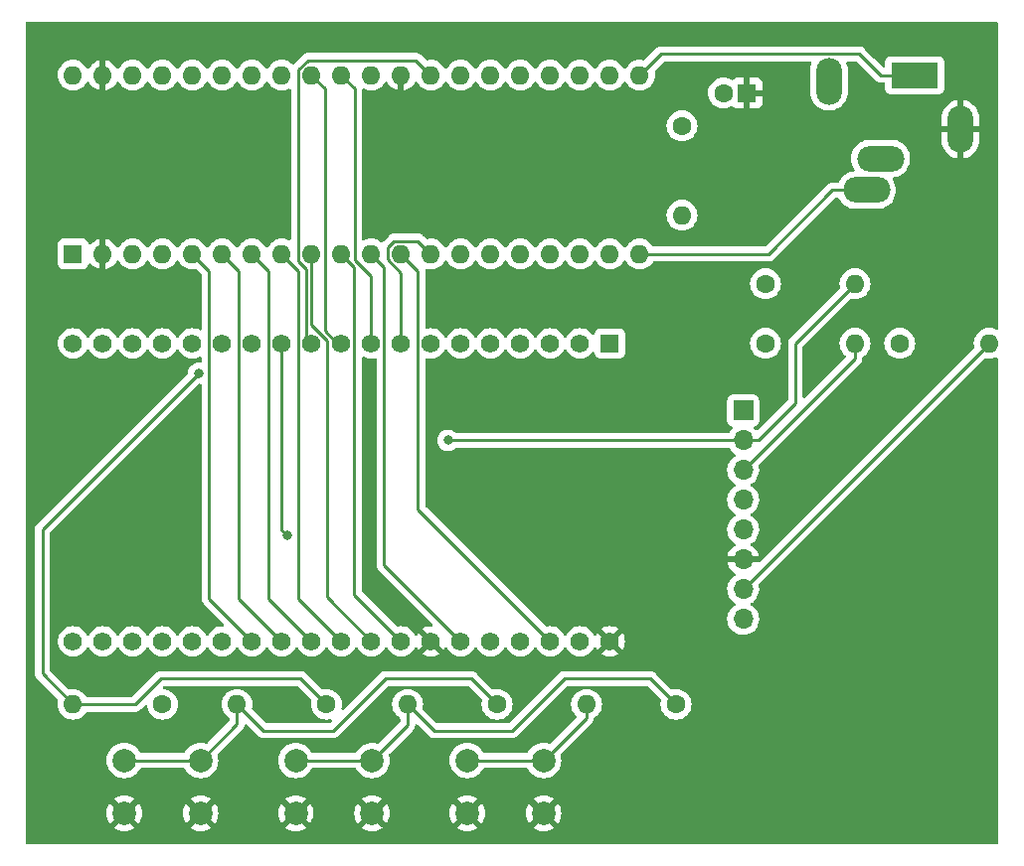
<source format=gtl>
G04 #@! TF.GenerationSoftware,KiCad,Pcbnew,(6.0.1)*
G04 #@! TF.CreationDate,2022-02-24T00:37:52+09:00*
G04 #@! TF.ProjectId,KPD02-YMF288Solo-20220117,4b504430-322d-4594-9d46-323838536f6c,rev?*
G04 #@! TF.SameCoordinates,Original*
G04 #@! TF.FileFunction,Copper,L1,Top*
G04 #@! TF.FilePolarity,Positive*
%FSLAX46Y46*%
G04 Gerber Fmt 4.6, Leading zero omitted, Abs format (unit mm)*
G04 Created by KiCad (PCBNEW (6.0.1)) date 2022-02-24 00:37:52*
%MOMM*%
%LPD*%
G01*
G04 APERTURE LIST*
G04 #@! TA.AperFunction,ComponentPad*
%ADD10C,1.600000*%
G04 #@! TD*
G04 #@! TA.AperFunction,ComponentPad*
%ADD11O,1.600000X1.600000*%
G04 #@! TD*
G04 #@! TA.AperFunction,ComponentPad*
%ADD12R,1.600000X1.600000*%
G04 #@! TD*
G04 #@! TA.AperFunction,ComponentPad*
%ADD13O,2.200000X4.000000*%
G04 #@! TD*
G04 #@! TA.AperFunction,ComponentPad*
%ADD14O,4.000000X2.200000*%
G04 #@! TD*
G04 #@! TA.AperFunction,ComponentPad*
%ADD15R,4.000000X2.200000*%
G04 #@! TD*
G04 #@! TA.AperFunction,ComponentPad*
%ADD16C,2.000000*%
G04 #@! TD*
G04 #@! TA.AperFunction,ComponentPad*
%ADD17R,1.700000X1.700000*%
G04 #@! TD*
G04 #@! TA.AperFunction,ComponentPad*
%ADD18O,1.700000X1.700000*%
G04 #@! TD*
G04 #@! TA.AperFunction,ComponentPad*
%ADD19R,1.560000X1.560000*%
G04 #@! TD*
G04 #@! TA.AperFunction,ComponentPad*
%ADD20C,1.560000*%
G04 #@! TD*
G04 #@! TA.AperFunction,ViaPad*
%ADD21C,0.800000*%
G04 #@! TD*
G04 #@! TA.AperFunction,Conductor*
%ADD22C,0.250000*%
G04 #@! TD*
G04 APERTURE END LIST*
D10*
G04 #@! TO.P,R8,1*
G04 #@! TO.N,Net-(R8-Pad1)*
X198628000Y-90678000D03*
D11*
G04 #@! TO.P,R8,2*
G04 #@! TO.N,+5V*
X198628000Y-98298000D03*
G04 #@! TD*
D12*
G04 #@! TO.P,C1,1*
G04 #@! TO.N,GND*
X204155113Y-87884000D03*
D10*
G04 #@! TO.P,C1,2*
G04 #@! TO.N,+5V*
X202155113Y-87884000D03*
G04 #@! TD*
D13*
G04 #@! TO.P,J2,1*
G04 #@! TO.N,GND*
X222340000Y-90960000D03*
D14*
G04 #@! TO.P,J2,2*
G04 #@! TO.N,Net-(J2-Pad2)*
X214340000Y-96160000D03*
G04 #@! TO.P,J2,3*
G04 #@! TO.N,unconnected-(J2-Pad3)*
X215540000Y-93460000D03*
D13*
G04 #@! TO.P,J2,4*
G04 #@! TO.N,unconnected-(J2-Pad4)*
X211140000Y-86860000D03*
D15*
G04 #@! TO.P,J2,5*
G04 #@! TO.N,Net-(J2-Pad5)*
X218440000Y-86360000D03*
G04 #@! TD*
D16*
G04 #@! TO.P,SW2,1,1*
G04 #@! TO.N,Net-(R6-Pad2)*
X165735000Y-144780000D03*
X172235000Y-144780000D03*
G04 #@! TO.P,SW2,2,2*
G04 #@! TO.N,GND*
X165735000Y-149280000D03*
X172235000Y-149280000D03*
G04 #@! TD*
D10*
G04 #@! TO.P,R3,1*
G04 #@! TO.N,+3V3*
X217170000Y-109220000D03*
D11*
G04 #@! TO.P,R3,2*
G04 #@! TO.N,/IO2_DAT0*
X224790000Y-109220000D03*
G04 #@! TD*
D17*
G04 #@! TO.P,J1,1,DAT2*
G04 #@! TO.N,unconnected-(J1-Pad1)*
X203835000Y-114935000D03*
D18*
G04 #@! TO.P,J1,2,DAT3/CD*
G04 #@! TO.N,/IO13_DAT3{slash}CD*
X203835000Y-117475000D03*
G04 #@! TO.P,J1,3,CMD*
G04 #@! TO.N,/IO15_CMD*
X203835000Y-120015000D03*
G04 #@! TO.P,J1,4,VDD*
G04 #@! TO.N,+3V3*
X203835000Y-122555000D03*
G04 #@! TO.P,J1,5,CLK*
G04 #@! TO.N,/IO14_CLK*
X203835000Y-125095000D03*
G04 #@! TO.P,J1,6,VSS*
G04 #@! TO.N,GND*
X203835000Y-127635000D03*
G04 #@! TO.P,J1,7,DAT0*
G04 #@! TO.N,/IO2_DAT0*
X203835000Y-130175000D03*
G04 #@! TO.P,J1,8,DAT1*
G04 #@! TO.N,unconnected-(J1-Pad8)*
X203835000Y-132715000D03*
G04 #@! TD*
D10*
G04 #@! TO.P,R1,1*
G04 #@! TO.N,+3V3*
X205740000Y-104140000D03*
D11*
G04 #@! TO.P,R1,2*
G04 #@! TO.N,/IO13_DAT3{slash}CD*
X213360000Y-104140000D03*
G04 #@! TD*
D10*
G04 #@! TO.P,R2,1*
G04 #@! TO.N,+3V3*
X205740000Y-109220000D03*
D11*
G04 #@! TO.P,R2,2*
G04 #@! TO.N,/IO15_CMD*
X213360000Y-109220000D03*
G04 #@! TD*
D19*
G04 #@! TO.P,U2,1,3V3*
G04 #@! TO.N,+3V3*
X192480000Y-109220000D03*
D20*
G04 #@! TO.P,U2,2,EN*
G04 #@! TO.N,unconnected-(U2-Pad2)*
X189940000Y-109220000D03*
G04 #@! TO.P,U2,3,SENSOR_VP*
G04 #@! TO.N,unconnected-(U2-Pad3)*
X187400000Y-109220000D03*
G04 #@! TO.P,U2,4,SENSOR_VN*
G04 #@! TO.N,unconnected-(U2-Pad4)*
X184860000Y-109220000D03*
G04 #@! TO.P,U2,5,IO34*
G04 #@! TO.N,Net-(R4-Pad2)*
X182320000Y-109220000D03*
G04 #@! TO.P,U2,6,IO35*
G04 #@! TO.N,unconnected-(U2-Pad6)*
X179780000Y-109220000D03*
G04 #@! TO.P,U2,7,IO32*
G04 #@! TO.N,unconnected-(U2-Pad7)*
X177240000Y-109220000D03*
G04 #@! TO.P,U2,8,IO33*
G04 #@! TO.N,/IO33_RST*
X174700000Y-109220000D03*
G04 #@! TO.P,U2,9,IO25*
G04 #@! TO.N,/IO25_A0*
X172160000Y-109220000D03*
G04 #@! TO.P,U2,10,IO26*
G04 #@! TO.N,/IO26_A1*
X169620000Y-109220000D03*
G04 #@! TO.P,U2,11,IO27*
G04 #@! TO.N,/IO27_CS*
X167080000Y-109220000D03*
G04 #@! TO.P,U2,12,IO14*
G04 #@! TO.N,/IO14_CLK*
X164540000Y-109220000D03*
G04 #@! TO.P,U2,13,IO12*
G04 #@! TO.N,unconnected-(U2-Pad13)*
X162000000Y-109220000D03*
G04 #@! TO.P,U2,14,GND1*
G04 #@! TO.N,GND*
X159460000Y-109220000D03*
G04 #@! TO.P,U2,15,IO13*
G04 #@! TO.N,/IO13_DAT3{slash}CD*
X156920000Y-109220000D03*
G04 #@! TO.P,U2,16,SD2*
G04 #@! TO.N,unconnected-(U2-Pad16)*
X154380000Y-109220000D03*
G04 #@! TO.P,U2,17,SD3*
G04 #@! TO.N,unconnected-(U2-Pad17)*
X151840000Y-109220000D03*
G04 #@! TO.P,U2,18,CMD*
G04 #@! TO.N,unconnected-(U2-Pad18)*
X149300000Y-109220000D03*
G04 #@! TO.P,U2,19,EXT_5V*
G04 #@! TO.N,+5V*
X146760000Y-109220000D03*
G04 #@! TO.P,U2,20,GND3*
G04 #@! TO.N,GND*
X192480000Y-134620000D03*
G04 #@! TO.P,U2,21,IO23*
G04 #@! TO.N,unconnected-(U2-Pad21)*
X189940000Y-134620000D03*
G04 #@! TO.P,U2,22,IO22*
G04 #@! TO.N,/IO22_D7*
X187400000Y-134620000D03*
G04 #@! TO.P,U2,23,TXD0*
G04 #@! TO.N,unconnected-(U2-Pad23)*
X184860000Y-134620000D03*
G04 #@! TO.P,U2,24,RXD0*
G04 #@! TO.N,unconnected-(U2-Pad24)*
X182320000Y-134620000D03*
G04 #@! TO.P,U2,25,IO21*
G04 #@! TO.N,/IO21_D6*
X179780000Y-134620000D03*
G04 #@! TO.P,U2,26,GND2*
G04 #@! TO.N,GND*
X177240000Y-134620000D03*
G04 #@! TO.P,U2,27,IO19*
G04 #@! TO.N,/IO19_D5*
X174700000Y-134620000D03*
G04 #@! TO.P,U2,28,IO18*
G04 #@! TO.N,/IO18_D4*
X172160000Y-134620000D03*
G04 #@! TO.P,U2,29,IO5*
G04 #@! TO.N,/IO5_D3*
X169620000Y-134620000D03*
G04 #@! TO.P,U2,30,IO17*
G04 #@! TO.N,/IO17_D2*
X167080000Y-134620000D03*
G04 #@! TO.P,U2,31,IO16*
G04 #@! TO.N,/IO16_D1*
X164540000Y-134620000D03*
G04 #@! TO.P,U2,32,IO4*
G04 #@! TO.N,/IO4_D0*
X162000000Y-134620000D03*
G04 #@! TO.P,U2,33,IO0*
G04 #@! TO.N,unconnected-(U2-Pad33)*
X159460000Y-134620000D03*
G04 #@! TO.P,U2,34,IO2*
G04 #@! TO.N,/IO2_DAT0*
X156920000Y-134620000D03*
G04 #@! TO.P,U2,35,IO15*
G04 #@! TO.N,/IO15_CMD*
X154380000Y-134620000D03*
G04 #@! TO.P,U2,36,SD1*
G04 #@! TO.N,unconnected-(U2-Pad36)*
X151840000Y-134620000D03*
G04 #@! TO.P,U2,37,SD0*
G04 #@! TO.N,unconnected-(U2-Pad37)*
X149300000Y-134620000D03*
G04 #@! TO.P,U2,38,CLK*
G04 #@! TO.N,unconnected-(U2-Pad38)*
X146760000Y-134620000D03*
G04 #@! TD*
D16*
G04 #@! TO.P,SW1,1,1*
G04 #@! TO.N,Net-(R5-Pad2)*
X151130000Y-144780000D03*
X157630000Y-144780000D03*
G04 #@! TO.P,SW1,2,2*
G04 #@! TO.N,GND*
X151130000Y-149280000D03*
X157630000Y-149280000D03*
G04 #@! TD*
D10*
G04 #@! TO.P,R6,1*
G04 #@! TO.N,Net-(R5-Pad2)*
X182880000Y-139990000D03*
D11*
G04 #@! TO.P,R6,2*
G04 #@! TO.N,Net-(R6-Pad2)*
X175260000Y-139990000D03*
G04 #@! TD*
D12*
G04 #@! TO.P,U1,1,DVCC*
G04 #@! TO.N,+5V*
X146765000Y-101600000D03*
D11*
G04 #@! TO.P,U1,2,DGND*
G04 #@! TO.N,GND*
X149305000Y-101600000D03*
G04 #@! TO.P,U1,3,MOSC*
G04 #@! TO.N,unconnected-(U1-Pad3)*
X151845000Y-101600000D03*
G04 #@! TO.P,U1,4,DGND*
G04 #@! TO.N,unconnected-(U1-Pad4)*
X154385000Y-101600000D03*
G04 #@! TO.P,U1,5,D0*
G04 #@! TO.N,/IO4_D0*
X156925000Y-101600000D03*
G04 #@! TO.P,U1,6,D1*
G04 #@! TO.N,/IO16_D1*
X159465000Y-101600000D03*
G04 #@! TO.P,U1,7,D2*
G04 #@! TO.N,/IO17_D2*
X162005000Y-101600000D03*
G04 #@! TO.P,U1,8,D3*
G04 #@! TO.N,/IO5_D3*
X164545000Y-101600000D03*
G04 #@! TO.P,U1,9,D4*
G04 #@! TO.N,/IO18_D4*
X167085000Y-101600000D03*
G04 #@! TO.P,U1,10,D5*
G04 #@! TO.N,/IO19_D5*
X169625000Y-101600000D03*
G04 #@! TO.P,U1,11,D6*
G04 #@! TO.N,/IO21_D6*
X172165000Y-101600000D03*
G04 #@! TO.P,U1,12,D7*
G04 #@! TO.N,/IO22_D7*
X174705000Y-101600000D03*
G04 #@! TO.P,U1,13,RST*
G04 #@! TO.N,/IO33_RST*
X177245000Y-101600000D03*
G04 #@! TO.P,U1,14,DVCC*
G04 #@! TO.N,unconnected-(U1-Pad14)*
X179785000Y-101600000D03*
G04 #@! TO.P,U1,15,AVCC*
G04 #@! TO.N,+5V*
X182325000Y-101600000D03*
G04 #@! TO.P,U1,16,AGND*
G04 #@! TO.N,unconnected-(U1-Pad16)*
X184865000Y-101600000D03*
G04 #@! TO.P,U1,17,AGND*
G04 #@! TO.N,unconnected-(U1-Pad17)*
X187405000Y-101600000D03*
G04 #@! TO.P,U1,18,AGND*
G04 #@! TO.N,unconnected-(U1-Pad18)*
X189945000Y-101600000D03*
G04 #@! TO.P,U1,19,AOUTR*
G04 #@! TO.N,unconnected-(U1-Pad19)*
X192485000Y-101600000D03*
G04 #@! TO.P,U1,20,AOUTR*
G04 #@! TO.N,Net-(J2-Pad2)*
X195025000Y-101600000D03*
G04 #@! TO.P,U1,21,AOUTL*
G04 #@! TO.N,Net-(J2-Pad5)*
X195025000Y-86360000D03*
G04 #@! TO.P,U1,22,AOUTL*
G04 #@! TO.N,unconnected-(U1-Pad22)*
X192485000Y-86360000D03*
G04 #@! TO.P,U1,23,AGND*
G04 #@! TO.N,unconnected-(U1-Pad23)*
X189945000Y-86360000D03*
G04 #@! TO.P,U1,24,AGND*
G04 #@! TO.N,unconnected-(U1-Pad24)*
X187405000Y-86360000D03*
G04 #@! TO.P,U1,25,AGND*
G04 #@! TO.N,unconnected-(U1-Pad25)*
X184865000Y-86360000D03*
G04 #@! TO.P,U1,26,DGND*
G04 #@! TO.N,unconnected-(U1-Pad26)*
X182325000Y-86360000D03*
G04 #@! TO.P,U1,27,IRQ*
G04 #@! TO.N,unconnected-(U1-Pad27)*
X179785000Y-86360000D03*
G04 #@! TO.P,U1,28,CS*
G04 #@! TO.N,/IO27_CS*
X177245000Y-86360000D03*
G04 #@! TO.P,U1,29,WR*
G04 #@! TO.N,GND*
X174705000Y-86360000D03*
G04 #@! TO.P,U1,30,RD*
G04 #@! TO.N,Net-(R8-Pad1)*
X172165000Y-86360000D03*
G04 #@! TO.P,U1,31,A0*
G04 #@! TO.N,/IO25_A0*
X169625000Y-86360000D03*
G04 #@! TO.P,U1,32,A1*
G04 #@! TO.N,/IO26_A1*
X167085000Y-86360000D03*
G04 #@! TO.P,U1,33,BCLK*
G04 #@! TO.N,unconnected-(U1-Pad33)*
X164545000Y-86360000D03*
G04 #@! TO.P,U1,34,SOUT*
G04 #@! TO.N,unconnected-(U1-Pad34)*
X162005000Y-86360000D03*
G04 #@! TO.P,U1,35,WCLK*
G04 #@! TO.N,unconnected-(U1-Pad35)*
X159465000Y-86360000D03*
G04 #@! TO.P,U1,36,LCLK*
G04 #@! TO.N,unconnected-(U1-Pad36)*
X156925000Y-86360000D03*
G04 #@! TO.P,U1,37,DGND*
G04 #@! TO.N,unconnected-(U1-Pad37)*
X154385000Y-86360000D03*
G04 #@! TO.P,U1,38,FMOSC*
G04 #@! TO.N,unconnected-(U1-Pad38)*
X151845000Y-86360000D03*
G04 #@! TO.P,U1,39,DGND*
G04 #@! TO.N,GND*
X149305000Y-86360000D03*
G04 #@! TO.P,U1,40,DVCC*
G04 #@! TO.N,+5V*
X146765000Y-86360000D03*
G04 #@! TD*
D10*
G04 #@! TO.P,R5,1*
G04 #@! TO.N,Net-(R4-Pad2)*
X168350000Y-139990000D03*
D11*
G04 #@! TO.P,R5,2*
G04 #@! TO.N,Net-(R5-Pad2)*
X160730000Y-139990000D03*
G04 #@! TD*
D16*
G04 #@! TO.P,SW3,1,1*
G04 #@! TO.N,Net-(R7-Pad2)*
X180340000Y-144780000D03*
X186840000Y-144780000D03*
G04 #@! TO.P,SW3,2,2*
G04 #@! TO.N,GND*
X180340000Y-149280000D03*
X186840000Y-149280000D03*
G04 #@! TD*
D10*
G04 #@! TO.P,R4,1*
G04 #@! TO.N,+3V3*
X154380000Y-139990000D03*
D11*
G04 #@! TO.P,R4,2*
G04 #@! TO.N,Net-(R4-Pad2)*
X146760000Y-139990000D03*
G04 #@! TD*
D10*
G04 #@! TO.P,R7,1*
G04 #@! TO.N,Net-(R6-Pad2)*
X198120000Y-139990000D03*
D11*
G04 #@! TO.P,R7,2*
G04 #@! TO.N,Net-(R7-Pad2)*
X190500000Y-139990000D03*
G04 #@! TD*
D21*
G04 #@! TO.N,/IO13_DAT3{slash}CD*
X178689000Y-117475000D03*
G04 #@! TO.N,/IO14_CLK*
X164983010Y-125613010D03*
G04 #@! TO.N,Net-(R4-Pad2)*
X157480000Y-111760000D03*
G04 #@! TO.N,GND*
X220980000Y-101600000D03*
X205740000Y-93980000D03*
X205740000Y-142240000D03*
X149860000Y-129540000D03*
X187960000Y-93980000D03*
X193040000Y-129540000D03*
X195580000Y-119380000D03*
X152400000Y-121920000D03*
X185420000Y-114300000D03*
X162560000Y-144780000D03*
X215900000Y-127000000D03*
X187960000Y-121920000D03*
G04 #@! TD*
D22*
G04 #@! TO.N,/IO13_DAT3{slash}CD*
X208280000Y-109220000D02*
X208280000Y-114300000D01*
X203835000Y-117475000D02*
X178689000Y-117475000D01*
X205105000Y-117475000D02*
X203835000Y-117475000D01*
X213360000Y-104140000D02*
X208280000Y-109220000D01*
X208280000Y-114300000D02*
X205105000Y-117475000D01*
G04 #@! TO.N,/IO15_CMD*
X213360000Y-110490000D02*
X203835000Y-120015000D01*
X213360000Y-109220000D02*
X213360000Y-110490000D01*
G04 #@! TO.N,/IO14_CLK*
X164983010Y-125613010D02*
X164540000Y-125170000D01*
X164540000Y-125170000D02*
X164540000Y-109220000D01*
G04 #@! TO.N,/IO2_DAT0*
X224790000Y-109220000D02*
X203835000Y-130175000D01*
G04 #@! TO.N,Net-(R4-Pad2)*
X152055000Y-139990000D02*
X154250000Y-137795000D01*
X166155000Y-137795000D02*
X168350000Y-139990000D01*
X146760000Y-139990000D02*
X152055000Y-139990000D01*
X144145000Y-125095000D02*
X144145000Y-137375000D01*
X154250000Y-137795000D02*
X166155000Y-137795000D01*
X157480000Y-111760000D02*
X144145000Y-125095000D01*
X144145000Y-137375000D02*
X146760000Y-139990000D01*
G04 #@! TO.N,Net-(R5-Pad2)*
X168910000Y-142240000D02*
X173355000Y-137795000D01*
X160730000Y-141680000D02*
X157630000Y-144780000D01*
X160730000Y-139990000D02*
X160730000Y-141680000D01*
X180685000Y-137795000D02*
X182880000Y-139990000D01*
X162980000Y-142240000D02*
X168910000Y-142240000D01*
X160730000Y-139990000D02*
X162980000Y-142240000D01*
X173355000Y-137795000D02*
X180685000Y-137795000D01*
X157630000Y-144780000D02*
X151130000Y-144780000D01*
G04 #@! TO.N,Net-(R6-Pad2)*
X184150000Y-142240000D02*
X188595000Y-137795000D01*
X175260000Y-141755000D02*
X172235000Y-144780000D01*
X195925000Y-137795000D02*
X198120000Y-139990000D01*
X177510000Y-142240000D02*
X184150000Y-142240000D01*
X175260000Y-139990000D02*
X175260000Y-141755000D01*
X188595000Y-137795000D02*
X195925000Y-137795000D01*
X172235000Y-144780000D02*
X165735000Y-144780000D01*
X175260000Y-139990000D02*
X177510000Y-142240000D01*
G04 #@! TO.N,Net-(R7-Pad2)*
X186840000Y-144780000D02*
X190500000Y-141120000D01*
X190500000Y-141120000D02*
X190500000Y-139990000D01*
X180340000Y-144780000D02*
X186840000Y-144780000D01*
G04 #@! TO.N,Net-(J2-Pad2)*
X211450000Y-96160000D02*
X206005000Y-101605000D01*
X214340000Y-96160000D02*
X211450000Y-96160000D01*
X195025000Y-101605000D02*
X206005000Y-101605000D01*
G04 #@! TO.N,Net-(J2-Pad5)*
X196854520Y-84535480D02*
X213725480Y-84535480D01*
X213725480Y-84535480D02*
X215550000Y-86360000D01*
X195025000Y-86365000D02*
X196854520Y-84535480D01*
X218440000Y-86360000D02*
X215550000Y-86360000D01*
G04 #@! TO.N,/IO27_CS*
X165960489Y-102206489D02*
X165960489Y-85899211D01*
X166769700Y-85090000D02*
X175970000Y-85090000D01*
X165960489Y-85899211D02*
X166769700Y-85090000D01*
X166635480Y-102881480D02*
X165960489Y-102206489D01*
X175970000Y-85090000D02*
X177245000Y-86365000D01*
X167080000Y-109220000D02*
X166635480Y-108775480D01*
X166635480Y-108775480D02*
X166635480Y-102881480D01*
G04 #@! TO.N,/IO25_A0*
X170749511Y-102093794D02*
X172160000Y-103504283D01*
X172160000Y-103504283D02*
X172160000Y-109220000D01*
X169625000Y-86365000D02*
X170749511Y-87489511D01*
X170749511Y-87489511D02*
X170749511Y-102093794D01*
G04 #@! TO.N,/IO26_A1*
X167085000Y-86360000D02*
X168209511Y-87484511D01*
X168209511Y-87484511D02*
X168209511Y-108151777D01*
X169277734Y-109220000D02*
X169620000Y-109220000D01*
X168209511Y-108151777D02*
X169277734Y-109220000D01*
G04 #@! TO.N,/IO33_RST*
X174093511Y-100480489D02*
X176120489Y-100480489D01*
X173580489Y-100993511D02*
X174093511Y-100480489D01*
X173580489Y-102070789D02*
X173580489Y-100993511D01*
X176120489Y-100480489D02*
X177245000Y-101605000D01*
X174700000Y-103190300D02*
X173580489Y-102070789D01*
X174700000Y-109220000D02*
X174700000Y-103190300D01*
G04 #@! TO.N,/IO22_D7*
X174705000Y-101605000D02*
X176135489Y-103035489D01*
X176135489Y-123355489D02*
X187400000Y-134620000D01*
X176135489Y-103035489D02*
X176135489Y-123355489D01*
G04 #@! TO.N,/IO21_D6*
X173264511Y-102704511D02*
X172165000Y-101605000D01*
X179780000Y-134620000D02*
X173264511Y-128104511D01*
X173264511Y-128104511D02*
X173264511Y-102704511D01*
G04 #@! TO.N,/IO19_D5*
X170724511Y-130644511D02*
X174700000Y-134620000D01*
X170724511Y-102704511D02*
X170724511Y-130644511D01*
X169625000Y-101605000D02*
X170724511Y-102704511D01*
G04 #@! TO.N,/IO18_D4*
X167085000Y-101605000D02*
X167085000Y-107662984D01*
X167085000Y-107662984D02*
X168402000Y-108979984D01*
X168402000Y-130862000D02*
X172160000Y-134620000D01*
X168402000Y-108979984D02*
X168402000Y-130862000D01*
G04 #@! TO.N,/IO5_D3*
X165975489Y-103035489D02*
X165975489Y-130975489D01*
X165975489Y-130975489D02*
X169620000Y-134620000D01*
X164545000Y-101605000D02*
X165975489Y-103035489D01*
G04 #@! TO.N,/IO17_D2*
X163435489Y-130975489D02*
X167080000Y-134620000D01*
X163435489Y-103035489D02*
X163435489Y-130975489D01*
X162005000Y-101605000D02*
X163435489Y-103035489D01*
G04 #@! TO.N,/IO16_D1*
X160895489Y-130975489D02*
X164540000Y-134620000D01*
X160895489Y-103035489D02*
X160895489Y-130975489D01*
X159465000Y-101605000D02*
X160895489Y-103035489D01*
G04 #@! TO.N,/IO4_D0*
X156925000Y-101605000D02*
X158355489Y-103035489D01*
X158355489Y-103035489D02*
X158355489Y-130975489D01*
X158355489Y-130975489D02*
X162000000Y-134620000D01*
G04 #@! TD*
G04 #@! TA.AperFunction,Conductor*
G04 #@! TO.N,GND*
G36*
X225494121Y-81808002D02*
G01*
X225540614Y-81861658D01*
X225552000Y-81914000D01*
X225552000Y-107933776D01*
X225531998Y-108001897D01*
X225478342Y-108048390D01*
X225408068Y-108058494D01*
X225372750Y-108047971D01*
X225244225Y-107988039D01*
X225244224Y-107988039D01*
X225239243Y-107985716D01*
X225233935Y-107984294D01*
X225233933Y-107984293D01*
X225023402Y-107927881D01*
X225023400Y-107927881D01*
X225018087Y-107926457D01*
X224790000Y-107906502D01*
X224561913Y-107926457D01*
X224556600Y-107927881D01*
X224556598Y-107927881D01*
X224346067Y-107984293D01*
X224346065Y-107984294D01*
X224340757Y-107985716D01*
X224335776Y-107988039D01*
X224335775Y-107988039D01*
X224138238Y-108080151D01*
X224138233Y-108080154D01*
X224133251Y-108082477D01*
X224028389Y-108155902D01*
X223950211Y-108210643D01*
X223950208Y-108210645D01*
X223945700Y-108213802D01*
X223783802Y-108375700D01*
X223780645Y-108380208D01*
X223780643Y-108380211D01*
X223771607Y-108393116D01*
X223652477Y-108563251D01*
X223650154Y-108568233D01*
X223650151Y-108568238D01*
X223581087Y-108716348D01*
X223555716Y-108770757D01*
X223554294Y-108776065D01*
X223554293Y-108776067D01*
X223498325Y-108984940D01*
X223496457Y-108991913D01*
X223476502Y-109220000D01*
X223496457Y-109448087D01*
X223513460Y-109511541D01*
X223511770Y-109582518D01*
X223480848Y-109633247D01*
X205261653Y-127852442D01*
X205199341Y-127886468D01*
X205171351Y-127885547D01*
X205171351Y-127889000D01*
X202518225Y-127889000D01*
X202504694Y-127892973D01*
X202503257Y-127902966D01*
X202533565Y-128037446D01*
X202536645Y-128047275D01*
X202616770Y-128244603D01*
X202621413Y-128253794D01*
X202732694Y-128435388D01*
X202738777Y-128443699D01*
X202878213Y-128604667D01*
X202885580Y-128611883D01*
X203049434Y-128747916D01*
X203057881Y-128753831D01*
X203126969Y-128794203D01*
X203175693Y-128845842D01*
X203188764Y-128915625D01*
X203162033Y-128981396D01*
X203121584Y-129014752D01*
X203108607Y-129021507D01*
X203104474Y-129024610D01*
X203104471Y-129024612D01*
X202934100Y-129152530D01*
X202929965Y-129155635D01*
X202775629Y-129317138D01*
X202649743Y-129501680D01*
X202555688Y-129704305D01*
X202495989Y-129919570D01*
X202472251Y-130141695D01*
X202472548Y-130146848D01*
X202472548Y-130146851D01*
X202484648Y-130356699D01*
X202485110Y-130364715D01*
X202486247Y-130369761D01*
X202486248Y-130369767D01*
X202489029Y-130382106D01*
X202534222Y-130582639D01*
X202579551Y-130694271D01*
X202607804Y-130763850D01*
X202618266Y-130789616D01*
X202630657Y-130809836D01*
X202723835Y-130961889D01*
X202734987Y-130980088D01*
X202881250Y-131148938D01*
X203053126Y-131291632D01*
X203065918Y-131299107D01*
X203126445Y-131334476D01*
X203175169Y-131386114D01*
X203188240Y-131455897D01*
X203161509Y-131521669D01*
X203121055Y-131555027D01*
X203108607Y-131561507D01*
X203104474Y-131564610D01*
X203104471Y-131564612D01*
X203080247Y-131582800D01*
X202929965Y-131695635D01*
X202775629Y-131857138D01*
X202649743Y-132041680D01*
X202555688Y-132244305D01*
X202495989Y-132459570D01*
X202472251Y-132681695D01*
X202472548Y-132686848D01*
X202472548Y-132686851D01*
X202478011Y-132781590D01*
X202485110Y-132904715D01*
X202486247Y-132909761D01*
X202486248Y-132909767D01*
X202506119Y-132997939D01*
X202534222Y-133122639D01*
X202618266Y-133329616D01*
X202734987Y-133520088D01*
X202881250Y-133688938D01*
X203053126Y-133831632D01*
X203246000Y-133944338D01*
X203250825Y-133946180D01*
X203250826Y-133946181D01*
X203310667Y-133969032D01*
X203454692Y-134024030D01*
X203459760Y-134025061D01*
X203459763Y-134025062D01*
X203567017Y-134046883D01*
X203673597Y-134068567D01*
X203678772Y-134068757D01*
X203678774Y-134068757D01*
X203891673Y-134076564D01*
X203891677Y-134076564D01*
X203896837Y-134076753D01*
X203901957Y-134076097D01*
X203901959Y-134076097D01*
X204113288Y-134049025D01*
X204113289Y-134049025D01*
X204118416Y-134048368D01*
X204123366Y-134046883D01*
X204327429Y-133985661D01*
X204327434Y-133985659D01*
X204332384Y-133984174D01*
X204532994Y-133885896D01*
X204714860Y-133756173D01*
X204873096Y-133598489D01*
X204900183Y-133560794D01*
X205000435Y-133421277D01*
X205003453Y-133417077D01*
X205031767Y-133359789D01*
X205100136Y-133221453D01*
X205100137Y-133221451D01*
X205102430Y-133216811D01*
X205167370Y-133003069D01*
X205196529Y-132781590D01*
X205198156Y-132715000D01*
X205179852Y-132492361D01*
X205125431Y-132275702D01*
X205036354Y-132070840D01*
X204915014Y-131883277D01*
X204764670Y-131718051D01*
X204760619Y-131714852D01*
X204760615Y-131714848D01*
X204593414Y-131582800D01*
X204593410Y-131582798D01*
X204589359Y-131579598D01*
X204548053Y-131556796D01*
X204498084Y-131506364D01*
X204483312Y-131436921D01*
X204508428Y-131370516D01*
X204535780Y-131343909D01*
X204598590Y-131299107D01*
X204714860Y-131216173D01*
X204744506Y-131186631D01*
X204858392Y-131073142D01*
X204873096Y-131058489D01*
X204923821Y-130987898D01*
X205000435Y-130881277D01*
X205003453Y-130877077D01*
X205014042Y-130855653D01*
X205100136Y-130681453D01*
X205100137Y-130681451D01*
X205102430Y-130676811D01*
X205167370Y-130463069D01*
X205196529Y-130241590D01*
X205198156Y-130175000D01*
X205179852Y-129952361D01*
X205151821Y-129840765D01*
X205154625Y-129769823D01*
X205184930Y-129720974D01*
X224376752Y-110529152D01*
X224439064Y-110495126D01*
X224498459Y-110496541D01*
X224556591Y-110512118D01*
X224556602Y-110512120D01*
X224561913Y-110513543D01*
X224790000Y-110533498D01*
X225018087Y-110513543D01*
X225023400Y-110512119D01*
X225023402Y-110512119D01*
X225233933Y-110455707D01*
X225233935Y-110455706D01*
X225239243Y-110454284D01*
X225247112Y-110450615D01*
X225372750Y-110392029D01*
X225442942Y-110381368D01*
X225507755Y-110410348D01*
X225546611Y-110469768D01*
X225552000Y-110506224D01*
X225552000Y-151766000D01*
X225531998Y-151834121D01*
X225478342Y-151880614D01*
X225426000Y-151892000D01*
X142874000Y-151892000D01*
X142805879Y-151871998D01*
X142759386Y-151818342D01*
X142748000Y-151766000D01*
X142748000Y-150512670D01*
X150262160Y-150512670D01*
X150267887Y-150520320D01*
X150439042Y-150625205D01*
X150447837Y-150629687D01*
X150657988Y-150716734D01*
X150667373Y-150719783D01*
X150888554Y-150772885D01*
X150898301Y-150774428D01*
X151125070Y-150792275D01*
X151134930Y-150792275D01*
X151361699Y-150774428D01*
X151371446Y-150772885D01*
X151592627Y-150719783D01*
X151602012Y-150716734D01*
X151812163Y-150629687D01*
X151820958Y-150625205D01*
X151988445Y-150522568D01*
X151997400Y-150512670D01*
X156762160Y-150512670D01*
X156767887Y-150520320D01*
X156939042Y-150625205D01*
X156947837Y-150629687D01*
X157157988Y-150716734D01*
X157167373Y-150719783D01*
X157388554Y-150772885D01*
X157398301Y-150774428D01*
X157625070Y-150792275D01*
X157634930Y-150792275D01*
X157861699Y-150774428D01*
X157871446Y-150772885D01*
X158092627Y-150719783D01*
X158102012Y-150716734D01*
X158312163Y-150629687D01*
X158320958Y-150625205D01*
X158488445Y-150522568D01*
X158497400Y-150512670D01*
X164867160Y-150512670D01*
X164872887Y-150520320D01*
X165044042Y-150625205D01*
X165052837Y-150629687D01*
X165262988Y-150716734D01*
X165272373Y-150719783D01*
X165493554Y-150772885D01*
X165503301Y-150774428D01*
X165730070Y-150792275D01*
X165739930Y-150792275D01*
X165966699Y-150774428D01*
X165976446Y-150772885D01*
X166197627Y-150719783D01*
X166207012Y-150716734D01*
X166417163Y-150629687D01*
X166425958Y-150625205D01*
X166593445Y-150522568D01*
X166602400Y-150512670D01*
X171367160Y-150512670D01*
X171372887Y-150520320D01*
X171544042Y-150625205D01*
X171552837Y-150629687D01*
X171762988Y-150716734D01*
X171772373Y-150719783D01*
X171993554Y-150772885D01*
X172003301Y-150774428D01*
X172230070Y-150792275D01*
X172239930Y-150792275D01*
X172466699Y-150774428D01*
X172476446Y-150772885D01*
X172697627Y-150719783D01*
X172707012Y-150716734D01*
X172917163Y-150629687D01*
X172925958Y-150625205D01*
X173093445Y-150522568D01*
X173102400Y-150512670D01*
X179472160Y-150512670D01*
X179477887Y-150520320D01*
X179649042Y-150625205D01*
X179657837Y-150629687D01*
X179867988Y-150716734D01*
X179877373Y-150719783D01*
X180098554Y-150772885D01*
X180108301Y-150774428D01*
X180335070Y-150792275D01*
X180344930Y-150792275D01*
X180571699Y-150774428D01*
X180581446Y-150772885D01*
X180802627Y-150719783D01*
X180812012Y-150716734D01*
X181022163Y-150629687D01*
X181030958Y-150625205D01*
X181198445Y-150522568D01*
X181207400Y-150512670D01*
X185972160Y-150512670D01*
X185977887Y-150520320D01*
X186149042Y-150625205D01*
X186157837Y-150629687D01*
X186367988Y-150716734D01*
X186377373Y-150719783D01*
X186598554Y-150772885D01*
X186608301Y-150774428D01*
X186835070Y-150792275D01*
X186844930Y-150792275D01*
X187071699Y-150774428D01*
X187081446Y-150772885D01*
X187302627Y-150719783D01*
X187312012Y-150716734D01*
X187522163Y-150629687D01*
X187530958Y-150625205D01*
X187698445Y-150522568D01*
X187707907Y-150512110D01*
X187704124Y-150503334D01*
X186852812Y-149652022D01*
X186838868Y-149644408D01*
X186837035Y-149644539D01*
X186830420Y-149648790D01*
X185978920Y-150500290D01*
X185972160Y-150512670D01*
X181207400Y-150512670D01*
X181207907Y-150512110D01*
X181204124Y-150503334D01*
X180352812Y-149652022D01*
X180338868Y-149644408D01*
X180337035Y-149644539D01*
X180330420Y-149648790D01*
X179478920Y-150500290D01*
X179472160Y-150512670D01*
X173102400Y-150512670D01*
X173102907Y-150512110D01*
X173099124Y-150503334D01*
X172247812Y-149652022D01*
X172233868Y-149644408D01*
X172232035Y-149644539D01*
X172225420Y-149648790D01*
X171373920Y-150500290D01*
X171367160Y-150512670D01*
X166602400Y-150512670D01*
X166602907Y-150512110D01*
X166599124Y-150503334D01*
X165747812Y-149652022D01*
X165733868Y-149644408D01*
X165732035Y-149644539D01*
X165725420Y-149648790D01*
X164873920Y-150500290D01*
X164867160Y-150512670D01*
X158497400Y-150512670D01*
X158497907Y-150512110D01*
X158494124Y-150503334D01*
X157642812Y-149652022D01*
X157628868Y-149644408D01*
X157627035Y-149644539D01*
X157620420Y-149648790D01*
X156768920Y-150500290D01*
X156762160Y-150512670D01*
X151997400Y-150512670D01*
X151997907Y-150512110D01*
X151994124Y-150503334D01*
X151142812Y-149652022D01*
X151128868Y-149644408D01*
X151127035Y-149644539D01*
X151120420Y-149648790D01*
X150268920Y-150500290D01*
X150262160Y-150512670D01*
X142748000Y-150512670D01*
X142748000Y-149284930D01*
X149617725Y-149284930D01*
X149635572Y-149511699D01*
X149637115Y-149521446D01*
X149690217Y-149742627D01*
X149693266Y-149752012D01*
X149780313Y-149962163D01*
X149784795Y-149970958D01*
X149887432Y-150138445D01*
X149897890Y-150147907D01*
X149906666Y-150144124D01*
X150757978Y-149292812D01*
X150764356Y-149281132D01*
X151494408Y-149281132D01*
X151494539Y-149282965D01*
X151498790Y-149289580D01*
X152350290Y-150141080D01*
X152362670Y-150147840D01*
X152370320Y-150142113D01*
X152475205Y-149970958D01*
X152479687Y-149962163D01*
X152566734Y-149752012D01*
X152569783Y-149742627D01*
X152622885Y-149521446D01*
X152624428Y-149511699D01*
X152642275Y-149284930D01*
X156117725Y-149284930D01*
X156135572Y-149511699D01*
X156137115Y-149521446D01*
X156190217Y-149742627D01*
X156193266Y-149752012D01*
X156280313Y-149962163D01*
X156284795Y-149970958D01*
X156387432Y-150138445D01*
X156397890Y-150147907D01*
X156406666Y-150144124D01*
X157257978Y-149292812D01*
X157264356Y-149281132D01*
X157994408Y-149281132D01*
X157994539Y-149282965D01*
X157998790Y-149289580D01*
X158850290Y-150141080D01*
X158862670Y-150147840D01*
X158870320Y-150142113D01*
X158975205Y-149970958D01*
X158979687Y-149962163D01*
X159066734Y-149752012D01*
X159069783Y-149742627D01*
X159122885Y-149521446D01*
X159124428Y-149511699D01*
X159142275Y-149284930D01*
X164222725Y-149284930D01*
X164240572Y-149511699D01*
X164242115Y-149521446D01*
X164295217Y-149742627D01*
X164298266Y-149752012D01*
X164385313Y-149962163D01*
X164389795Y-149970958D01*
X164492432Y-150138445D01*
X164502890Y-150147907D01*
X164511666Y-150144124D01*
X165362978Y-149292812D01*
X165369356Y-149281132D01*
X166099408Y-149281132D01*
X166099539Y-149282965D01*
X166103790Y-149289580D01*
X166955290Y-150141080D01*
X166967670Y-150147840D01*
X166975320Y-150142113D01*
X167080205Y-149970958D01*
X167084687Y-149962163D01*
X167171734Y-149752012D01*
X167174783Y-149742627D01*
X167227885Y-149521446D01*
X167229428Y-149511699D01*
X167247275Y-149284930D01*
X170722725Y-149284930D01*
X170740572Y-149511699D01*
X170742115Y-149521446D01*
X170795217Y-149742627D01*
X170798266Y-149752012D01*
X170885313Y-149962163D01*
X170889795Y-149970958D01*
X170992432Y-150138445D01*
X171002890Y-150147907D01*
X171011666Y-150144124D01*
X171862978Y-149292812D01*
X171869356Y-149281132D01*
X172599408Y-149281132D01*
X172599539Y-149282965D01*
X172603790Y-149289580D01*
X173455290Y-150141080D01*
X173467670Y-150147840D01*
X173475320Y-150142113D01*
X173580205Y-149970958D01*
X173584687Y-149962163D01*
X173671734Y-149752012D01*
X173674783Y-149742627D01*
X173727885Y-149521446D01*
X173729428Y-149511699D01*
X173747275Y-149284930D01*
X178827725Y-149284930D01*
X178845572Y-149511699D01*
X178847115Y-149521446D01*
X178900217Y-149742627D01*
X178903266Y-149752012D01*
X178990313Y-149962163D01*
X178994795Y-149970958D01*
X179097432Y-150138445D01*
X179107890Y-150147907D01*
X179116666Y-150144124D01*
X179967978Y-149292812D01*
X179974356Y-149281132D01*
X180704408Y-149281132D01*
X180704539Y-149282965D01*
X180708790Y-149289580D01*
X181560290Y-150141080D01*
X181572670Y-150147840D01*
X181580320Y-150142113D01*
X181685205Y-149970958D01*
X181689687Y-149962163D01*
X181776734Y-149752012D01*
X181779783Y-149742627D01*
X181832885Y-149521446D01*
X181834428Y-149511699D01*
X181852275Y-149284930D01*
X185327725Y-149284930D01*
X185345572Y-149511699D01*
X185347115Y-149521446D01*
X185400217Y-149742627D01*
X185403266Y-149752012D01*
X185490313Y-149962163D01*
X185494795Y-149970958D01*
X185597432Y-150138445D01*
X185607890Y-150147907D01*
X185616666Y-150144124D01*
X186467978Y-149292812D01*
X186474356Y-149281132D01*
X187204408Y-149281132D01*
X187204539Y-149282965D01*
X187208790Y-149289580D01*
X188060290Y-150141080D01*
X188072670Y-150147840D01*
X188080320Y-150142113D01*
X188185205Y-149970958D01*
X188189687Y-149962163D01*
X188276734Y-149752012D01*
X188279783Y-149742627D01*
X188332885Y-149521446D01*
X188334428Y-149511699D01*
X188352275Y-149284930D01*
X188352275Y-149275070D01*
X188334428Y-149048301D01*
X188332885Y-149038554D01*
X188279783Y-148817373D01*
X188276734Y-148807988D01*
X188189687Y-148597837D01*
X188185205Y-148589042D01*
X188082568Y-148421555D01*
X188072110Y-148412093D01*
X188063334Y-148415876D01*
X187212022Y-149267188D01*
X187204408Y-149281132D01*
X186474356Y-149281132D01*
X186475592Y-149278868D01*
X186475461Y-149277035D01*
X186471210Y-149270420D01*
X185619710Y-148418920D01*
X185607330Y-148412160D01*
X185599680Y-148417887D01*
X185494795Y-148589042D01*
X185490313Y-148597837D01*
X185403266Y-148807988D01*
X185400217Y-148817373D01*
X185347115Y-149038554D01*
X185345572Y-149048301D01*
X185327725Y-149275070D01*
X185327725Y-149284930D01*
X181852275Y-149284930D01*
X181852275Y-149275070D01*
X181834428Y-149048301D01*
X181832885Y-149038554D01*
X181779783Y-148817373D01*
X181776734Y-148807988D01*
X181689687Y-148597837D01*
X181685205Y-148589042D01*
X181582568Y-148421555D01*
X181572110Y-148412093D01*
X181563334Y-148415876D01*
X180712022Y-149267188D01*
X180704408Y-149281132D01*
X179974356Y-149281132D01*
X179975592Y-149278868D01*
X179975461Y-149277035D01*
X179971210Y-149270420D01*
X179119710Y-148418920D01*
X179107330Y-148412160D01*
X179099680Y-148417887D01*
X178994795Y-148589042D01*
X178990313Y-148597837D01*
X178903266Y-148807988D01*
X178900217Y-148817373D01*
X178847115Y-149038554D01*
X178845572Y-149048301D01*
X178827725Y-149275070D01*
X178827725Y-149284930D01*
X173747275Y-149284930D01*
X173747275Y-149275070D01*
X173729428Y-149048301D01*
X173727885Y-149038554D01*
X173674783Y-148817373D01*
X173671734Y-148807988D01*
X173584687Y-148597837D01*
X173580205Y-148589042D01*
X173477568Y-148421555D01*
X173467110Y-148412093D01*
X173458334Y-148415876D01*
X172607022Y-149267188D01*
X172599408Y-149281132D01*
X171869356Y-149281132D01*
X171870592Y-149278868D01*
X171870461Y-149277035D01*
X171866210Y-149270420D01*
X171014710Y-148418920D01*
X171002330Y-148412160D01*
X170994680Y-148417887D01*
X170889795Y-148589042D01*
X170885313Y-148597837D01*
X170798266Y-148807988D01*
X170795217Y-148817373D01*
X170742115Y-149038554D01*
X170740572Y-149048301D01*
X170722725Y-149275070D01*
X170722725Y-149284930D01*
X167247275Y-149284930D01*
X167247275Y-149275070D01*
X167229428Y-149048301D01*
X167227885Y-149038554D01*
X167174783Y-148817373D01*
X167171734Y-148807988D01*
X167084687Y-148597837D01*
X167080205Y-148589042D01*
X166977568Y-148421555D01*
X166967110Y-148412093D01*
X166958334Y-148415876D01*
X166107022Y-149267188D01*
X166099408Y-149281132D01*
X165369356Y-149281132D01*
X165370592Y-149278868D01*
X165370461Y-149277035D01*
X165366210Y-149270420D01*
X164514710Y-148418920D01*
X164502330Y-148412160D01*
X164494680Y-148417887D01*
X164389795Y-148589042D01*
X164385313Y-148597837D01*
X164298266Y-148807988D01*
X164295217Y-148817373D01*
X164242115Y-149038554D01*
X164240572Y-149048301D01*
X164222725Y-149275070D01*
X164222725Y-149284930D01*
X159142275Y-149284930D01*
X159142275Y-149275070D01*
X159124428Y-149048301D01*
X159122885Y-149038554D01*
X159069783Y-148817373D01*
X159066734Y-148807988D01*
X158979687Y-148597837D01*
X158975205Y-148589042D01*
X158872568Y-148421555D01*
X158862110Y-148412093D01*
X158853334Y-148415876D01*
X158002022Y-149267188D01*
X157994408Y-149281132D01*
X157264356Y-149281132D01*
X157265592Y-149278868D01*
X157265461Y-149277035D01*
X157261210Y-149270420D01*
X156409710Y-148418920D01*
X156397330Y-148412160D01*
X156389680Y-148417887D01*
X156284795Y-148589042D01*
X156280313Y-148597837D01*
X156193266Y-148807988D01*
X156190217Y-148817373D01*
X156137115Y-149038554D01*
X156135572Y-149048301D01*
X156117725Y-149275070D01*
X156117725Y-149284930D01*
X152642275Y-149284930D01*
X152642275Y-149275070D01*
X152624428Y-149048301D01*
X152622885Y-149038554D01*
X152569783Y-148817373D01*
X152566734Y-148807988D01*
X152479687Y-148597837D01*
X152475205Y-148589042D01*
X152372568Y-148421555D01*
X152362110Y-148412093D01*
X152353334Y-148415876D01*
X151502022Y-149267188D01*
X151494408Y-149281132D01*
X150764356Y-149281132D01*
X150765592Y-149278868D01*
X150765461Y-149277035D01*
X150761210Y-149270420D01*
X149909710Y-148418920D01*
X149897330Y-148412160D01*
X149889680Y-148417887D01*
X149784795Y-148589042D01*
X149780313Y-148597837D01*
X149693266Y-148807988D01*
X149690217Y-148817373D01*
X149637115Y-149038554D01*
X149635572Y-149048301D01*
X149617725Y-149275070D01*
X149617725Y-149284930D01*
X142748000Y-149284930D01*
X142748000Y-148047890D01*
X150262093Y-148047890D01*
X150265876Y-148056666D01*
X151117188Y-148907978D01*
X151131132Y-148915592D01*
X151132965Y-148915461D01*
X151139580Y-148911210D01*
X151991080Y-148059710D01*
X151997534Y-148047890D01*
X156762093Y-148047890D01*
X156765876Y-148056666D01*
X157617188Y-148907978D01*
X157631132Y-148915592D01*
X157632965Y-148915461D01*
X157639580Y-148911210D01*
X158491080Y-148059710D01*
X158497534Y-148047890D01*
X164867093Y-148047890D01*
X164870876Y-148056666D01*
X165722188Y-148907978D01*
X165736132Y-148915592D01*
X165737965Y-148915461D01*
X165744580Y-148911210D01*
X166596080Y-148059710D01*
X166602534Y-148047890D01*
X171367093Y-148047890D01*
X171370876Y-148056666D01*
X172222188Y-148907978D01*
X172236132Y-148915592D01*
X172237965Y-148915461D01*
X172244580Y-148911210D01*
X173096080Y-148059710D01*
X173102534Y-148047890D01*
X179472093Y-148047890D01*
X179475876Y-148056666D01*
X180327188Y-148907978D01*
X180341132Y-148915592D01*
X180342965Y-148915461D01*
X180349580Y-148911210D01*
X181201080Y-148059710D01*
X181207534Y-148047890D01*
X185972093Y-148047890D01*
X185975876Y-148056666D01*
X186827188Y-148907978D01*
X186841132Y-148915592D01*
X186842965Y-148915461D01*
X186849580Y-148911210D01*
X187701080Y-148059710D01*
X187707840Y-148047330D01*
X187702113Y-148039680D01*
X187530958Y-147934795D01*
X187522163Y-147930313D01*
X187312012Y-147843266D01*
X187302627Y-147840217D01*
X187081446Y-147787115D01*
X187071699Y-147785572D01*
X186844930Y-147767725D01*
X186835070Y-147767725D01*
X186608301Y-147785572D01*
X186598554Y-147787115D01*
X186377373Y-147840217D01*
X186367988Y-147843266D01*
X186157837Y-147930313D01*
X186149042Y-147934795D01*
X185981555Y-148037432D01*
X185972093Y-148047890D01*
X181207534Y-148047890D01*
X181207840Y-148047330D01*
X181202113Y-148039680D01*
X181030958Y-147934795D01*
X181022163Y-147930313D01*
X180812012Y-147843266D01*
X180802627Y-147840217D01*
X180581446Y-147787115D01*
X180571699Y-147785572D01*
X180344930Y-147767725D01*
X180335070Y-147767725D01*
X180108301Y-147785572D01*
X180098554Y-147787115D01*
X179877373Y-147840217D01*
X179867988Y-147843266D01*
X179657837Y-147930313D01*
X179649042Y-147934795D01*
X179481555Y-148037432D01*
X179472093Y-148047890D01*
X173102534Y-148047890D01*
X173102840Y-148047330D01*
X173097113Y-148039680D01*
X172925958Y-147934795D01*
X172917163Y-147930313D01*
X172707012Y-147843266D01*
X172697627Y-147840217D01*
X172476446Y-147787115D01*
X172466699Y-147785572D01*
X172239930Y-147767725D01*
X172230070Y-147767725D01*
X172003301Y-147785572D01*
X171993554Y-147787115D01*
X171772373Y-147840217D01*
X171762988Y-147843266D01*
X171552837Y-147930313D01*
X171544042Y-147934795D01*
X171376555Y-148037432D01*
X171367093Y-148047890D01*
X166602534Y-148047890D01*
X166602840Y-148047330D01*
X166597113Y-148039680D01*
X166425958Y-147934795D01*
X166417163Y-147930313D01*
X166207012Y-147843266D01*
X166197627Y-147840217D01*
X165976446Y-147787115D01*
X165966699Y-147785572D01*
X165739930Y-147767725D01*
X165730070Y-147767725D01*
X165503301Y-147785572D01*
X165493554Y-147787115D01*
X165272373Y-147840217D01*
X165262988Y-147843266D01*
X165052837Y-147930313D01*
X165044042Y-147934795D01*
X164876555Y-148037432D01*
X164867093Y-148047890D01*
X158497534Y-148047890D01*
X158497840Y-148047330D01*
X158492113Y-148039680D01*
X158320958Y-147934795D01*
X158312163Y-147930313D01*
X158102012Y-147843266D01*
X158092627Y-147840217D01*
X157871446Y-147787115D01*
X157861699Y-147785572D01*
X157634930Y-147767725D01*
X157625070Y-147767725D01*
X157398301Y-147785572D01*
X157388554Y-147787115D01*
X157167373Y-147840217D01*
X157157988Y-147843266D01*
X156947837Y-147930313D01*
X156939042Y-147934795D01*
X156771555Y-148037432D01*
X156762093Y-148047890D01*
X151997534Y-148047890D01*
X151997840Y-148047330D01*
X151992113Y-148039680D01*
X151820958Y-147934795D01*
X151812163Y-147930313D01*
X151602012Y-147843266D01*
X151592627Y-147840217D01*
X151371446Y-147787115D01*
X151361699Y-147785572D01*
X151134930Y-147767725D01*
X151125070Y-147767725D01*
X150898301Y-147785572D01*
X150888554Y-147787115D01*
X150667373Y-147840217D01*
X150657988Y-147843266D01*
X150447837Y-147930313D01*
X150439042Y-147934795D01*
X150271555Y-148037432D01*
X150262093Y-148047890D01*
X142748000Y-148047890D01*
X142748000Y-125074943D01*
X143506780Y-125074943D01*
X143507526Y-125082835D01*
X143510941Y-125118961D01*
X143511500Y-125130819D01*
X143511500Y-137296233D01*
X143510973Y-137307416D01*
X143509298Y-137314909D01*
X143509547Y-137322835D01*
X143509547Y-137322836D01*
X143511438Y-137382986D01*
X143511500Y-137386945D01*
X143511500Y-137414856D01*
X143511997Y-137418790D01*
X143511997Y-137418791D01*
X143512005Y-137418856D01*
X143512938Y-137430693D01*
X143514327Y-137474889D01*
X143519978Y-137494339D01*
X143523987Y-137513700D01*
X143526526Y-137533797D01*
X143529445Y-137541168D01*
X143529445Y-137541170D01*
X143542804Y-137574912D01*
X143546649Y-137586142D01*
X143558982Y-137628593D01*
X143563015Y-137635412D01*
X143563017Y-137635417D01*
X143569293Y-137646028D01*
X143577988Y-137663776D01*
X143585448Y-137682617D01*
X143590110Y-137689033D01*
X143590110Y-137689034D01*
X143611436Y-137718387D01*
X143617952Y-137728307D01*
X143640458Y-137766362D01*
X143654779Y-137780683D01*
X143667619Y-137795716D01*
X143679528Y-137812107D01*
X143685634Y-137817158D01*
X143713605Y-137840298D01*
X143722384Y-137848288D01*
X145450848Y-139576752D01*
X145484874Y-139639064D01*
X145483459Y-139698459D01*
X145467882Y-139756591D01*
X145467881Y-139756598D01*
X145466457Y-139761913D01*
X145446502Y-139990000D01*
X145466457Y-140218087D01*
X145467881Y-140223400D01*
X145467881Y-140223402D01*
X145520934Y-140421395D01*
X145525716Y-140439243D01*
X145528039Y-140444224D01*
X145528039Y-140444225D01*
X145620151Y-140641762D01*
X145620154Y-140641767D01*
X145622477Y-140646749D01*
X145753802Y-140834300D01*
X145915700Y-140996198D01*
X145920208Y-140999355D01*
X145920211Y-140999357D01*
X145958164Y-141025932D01*
X146103251Y-141127523D01*
X146108233Y-141129846D01*
X146108238Y-141129849D01*
X146278825Y-141209394D01*
X146310757Y-141224284D01*
X146316065Y-141225706D01*
X146316067Y-141225707D01*
X146526598Y-141282119D01*
X146526600Y-141282119D01*
X146531913Y-141283543D01*
X146760000Y-141303498D01*
X146988087Y-141283543D01*
X146993400Y-141282119D01*
X146993402Y-141282119D01*
X147203933Y-141225707D01*
X147203935Y-141225706D01*
X147209243Y-141224284D01*
X147241175Y-141209394D01*
X147411762Y-141129849D01*
X147411767Y-141129846D01*
X147416749Y-141127523D01*
X147561836Y-141025932D01*
X147599789Y-140999357D01*
X147599792Y-140999355D01*
X147604300Y-140996198D01*
X147766198Y-140834300D01*
X147876181Y-140677229D01*
X147931638Y-140632901D01*
X147979394Y-140623500D01*
X151976233Y-140623500D01*
X151987416Y-140624027D01*
X151994909Y-140625702D01*
X152002835Y-140625453D01*
X152002836Y-140625453D01*
X152062986Y-140623562D01*
X152066945Y-140623500D01*
X152094856Y-140623500D01*
X152098791Y-140623003D01*
X152098856Y-140622995D01*
X152110693Y-140622062D01*
X152142951Y-140621048D01*
X152146970Y-140620922D01*
X152154889Y-140620673D01*
X152174343Y-140615021D01*
X152193700Y-140611013D01*
X152205930Y-140609468D01*
X152205931Y-140609468D01*
X152213797Y-140608474D01*
X152221168Y-140605555D01*
X152221170Y-140605555D01*
X152254912Y-140592196D01*
X152266142Y-140588351D01*
X152300983Y-140578229D01*
X152300984Y-140578229D01*
X152308593Y-140576018D01*
X152315412Y-140571985D01*
X152315417Y-140571983D01*
X152326028Y-140565707D01*
X152343776Y-140557012D01*
X152362617Y-140549552D01*
X152398387Y-140523564D01*
X152408307Y-140517048D01*
X152439535Y-140498580D01*
X152439538Y-140498578D01*
X152446362Y-140494542D01*
X152460683Y-140480221D01*
X152475717Y-140467380D01*
X152485694Y-140460131D01*
X152492107Y-140455472D01*
X152520298Y-140421395D01*
X152528288Y-140412616D01*
X152866136Y-140074768D01*
X152928448Y-140040742D01*
X152999263Y-140045807D01*
X153056099Y-140088354D01*
X153080751Y-140152881D01*
X153085976Y-140212595D01*
X153085977Y-140212601D01*
X153086457Y-140218087D01*
X153087881Y-140223400D01*
X153087881Y-140223402D01*
X153140934Y-140421395D01*
X153145716Y-140439243D01*
X153148039Y-140444224D01*
X153148039Y-140444225D01*
X153240151Y-140641762D01*
X153240154Y-140641767D01*
X153242477Y-140646749D01*
X153373802Y-140834300D01*
X153535700Y-140996198D01*
X153540208Y-140999355D01*
X153540211Y-140999357D01*
X153578164Y-141025932D01*
X153723251Y-141127523D01*
X153728233Y-141129846D01*
X153728238Y-141129849D01*
X153898825Y-141209394D01*
X153930757Y-141224284D01*
X153936065Y-141225706D01*
X153936067Y-141225707D01*
X154146598Y-141282119D01*
X154146600Y-141282119D01*
X154151913Y-141283543D01*
X154380000Y-141303498D01*
X154608087Y-141283543D01*
X154613400Y-141282119D01*
X154613402Y-141282119D01*
X154823933Y-141225707D01*
X154823935Y-141225706D01*
X154829243Y-141224284D01*
X154861175Y-141209394D01*
X155031762Y-141129849D01*
X155031767Y-141129846D01*
X155036749Y-141127523D01*
X155181836Y-141025932D01*
X155219789Y-140999357D01*
X155219792Y-140999355D01*
X155224300Y-140996198D01*
X155386198Y-140834300D01*
X155517523Y-140646749D01*
X155519846Y-140641767D01*
X155519849Y-140641762D01*
X155611961Y-140444225D01*
X155611961Y-140444224D01*
X155614284Y-140439243D01*
X155619067Y-140421395D01*
X155672119Y-140223402D01*
X155672119Y-140223400D01*
X155673543Y-140218087D01*
X155693498Y-139990000D01*
X155673543Y-139761913D01*
X155672117Y-139756591D01*
X155615707Y-139546067D01*
X155615706Y-139546065D01*
X155614284Y-139540757D01*
X155611961Y-139535775D01*
X155519849Y-139338238D01*
X155519846Y-139338233D01*
X155517523Y-139333251D01*
X155386198Y-139145700D01*
X155224300Y-138983802D01*
X155219792Y-138980645D01*
X155219789Y-138980643D01*
X155141611Y-138925902D01*
X155036749Y-138852477D01*
X155031767Y-138850154D01*
X155031762Y-138850151D01*
X154834225Y-138758039D01*
X154834224Y-138758039D01*
X154829243Y-138755716D01*
X154823935Y-138754294D01*
X154823933Y-138754293D01*
X154613402Y-138697881D01*
X154613400Y-138697881D01*
X154608087Y-138696457D01*
X154602601Y-138695977D01*
X154602595Y-138695976D01*
X154542882Y-138690751D01*
X154476764Y-138664888D01*
X154435124Y-138607384D01*
X154431184Y-138536497D01*
X154464769Y-138476136D01*
X154475500Y-138465405D01*
X154537812Y-138431379D01*
X154564595Y-138428500D01*
X160678796Y-138428500D01*
X160731587Y-138444001D01*
X160756378Y-138430970D01*
X160781204Y-138428500D01*
X165840406Y-138428500D01*
X165908527Y-138448502D01*
X165929501Y-138465405D01*
X167040848Y-139576752D01*
X167074874Y-139639064D01*
X167073459Y-139698459D01*
X167057882Y-139756591D01*
X167057881Y-139756598D01*
X167056457Y-139761913D01*
X167036502Y-139990000D01*
X167056457Y-140218087D01*
X167057881Y-140223400D01*
X167057881Y-140223402D01*
X167110934Y-140421395D01*
X167115716Y-140439243D01*
X167118039Y-140444224D01*
X167118039Y-140444225D01*
X167210151Y-140641762D01*
X167210154Y-140641767D01*
X167212477Y-140646749D01*
X167343802Y-140834300D01*
X167505700Y-140996198D01*
X167510208Y-140999355D01*
X167510211Y-140999357D01*
X167548164Y-141025932D01*
X167693251Y-141127523D01*
X167698233Y-141129846D01*
X167698238Y-141129849D01*
X167868825Y-141209394D01*
X167900757Y-141224284D01*
X167906065Y-141225706D01*
X167906067Y-141225707D01*
X168116598Y-141282119D01*
X168116600Y-141282119D01*
X168121913Y-141283543D01*
X168350000Y-141303498D01*
X168578087Y-141283543D01*
X168583400Y-141282119D01*
X168583402Y-141282119D01*
X168659990Y-141261597D01*
X168730966Y-141263287D01*
X168789762Y-141303081D01*
X168817710Y-141368345D01*
X168805937Y-141438359D01*
X168781696Y-141472399D01*
X168684500Y-141569595D01*
X168622188Y-141603621D01*
X168595405Y-141606500D01*
X163294594Y-141606500D01*
X163226473Y-141586498D01*
X163205499Y-141569595D01*
X162039152Y-140403248D01*
X162005126Y-140340936D01*
X162006541Y-140281541D01*
X162022118Y-140223409D01*
X162022120Y-140223398D01*
X162023543Y-140218087D01*
X162043498Y-139990000D01*
X162023543Y-139761913D01*
X162022117Y-139756591D01*
X161965707Y-139546067D01*
X161965706Y-139546065D01*
X161964284Y-139540757D01*
X161961961Y-139535775D01*
X161869849Y-139338238D01*
X161869846Y-139338233D01*
X161867523Y-139333251D01*
X161736198Y-139145700D01*
X161574300Y-138983802D01*
X161569792Y-138980645D01*
X161569789Y-138980643D01*
X161491611Y-138925902D01*
X161386749Y-138852477D01*
X161381767Y-138850154D01*
X161381762Y-138850151D01*
X161184225Y-138758039D01*
X161184224Y-138758039D01*
X161179243Y-138755716D01*
X161173935Y-138754294D01*
X161173933Y-138754293D01*
X160963402Y-138697881D01*
X160963400Y-138697881D01*
X160958087Y-138696457D01*
X160770222Y-138680021D01*
X160730981Y-138664672D01*
X160714294Y-138675396D01*
X160689778Y-138680021D01*
X160501913Y-138696457D01*
X160496600Y-138697881D01*
X160496598Y-138697881D01*
X160286067Y-138754293D01*
X160286065Y-138754294D01*
X160280757Y-138755716D01*
X160275776Y-138758039D01*
X160275775Y-138758039D01*
X160078238Y-138850151D01*
X160078233Y-138850154D01*
X160073251Y-138852477D01*
X159968389Y-138925902D01*
X159890211Y-138980643D01*
X159890208Y-138980645D01*
X159885700Y-138983802D01*
X159723802Y-139145700D01*
X159592477Y-139333251D01*
X159590154Y-139338233D01*
X159590151Y-139338238D01*
X159498039Y-139535775D01*
X159495716Y-139540757D01*
X159494294Y-139546065D01*
X159494293Y-139546067D01*
X159437883Y-139756591D01*
X159436457Y-139761913D01*
X159416502Y-139990000D01*
X159436457Y-140218087D01*
X159437881Y-140223400D01*
X159437881Y-140223402D01*
X159490934Y-140421395D01*
X159495716Y-140439243D01*
X159498039Y-140444224D01*
X159498039Y-140444225D01*
X159590151Y-140641762D01*
X159590154Y-140641767D01*
X159592477Y-140646749D01*
X159723802Y-140834300D01*
X159885700Y-140996198D01*
X159890208Y-140999355D01*
X159890211Y-140999357D01*
X160042771Y-141106181D01*
X160087099Y-141161638D01*
X160096500Y-141209394D01*
X160096500Y-141365406D01*
X160076498Y-141433527D01*
X160059595Y-141454501D01*
X158208459Y-143305636D01*
X158146147Y-143339662D01*
X158089951Y-143339060D01*
X158037104Y-143326373D01*
X157871524Y-143286620D01*
X157871518Y-143286619D01*
X157866711Y-143285465D01*
X157630000Y-143266835D01*
X157393289Y-143285465D01*
X157388482Y-143286619D01*
X157388476Y-143286620D01*
X157242609Y-143321640D01*
X157162406Y-143340895D01*
X157157835Y-143342788D01*
X157157833Y-143342789D01*
X156947611Y-143429865D01*
X156947607Y-143429867D01*
X156943037Y-143431760D01*
X156938817Y-143434346D01*
X156744798Y-143553241D01*
X156744792Y-143553245D01*
X156740584Y-143555824D01*
X156560031Y-143710031D01*
X156405824Y-143890584D01*
X156403245Y-143894792D01*
X156403241Y-143894798D01*
X156285867Y-144086335D01*
X156233219Y-144133966D01*
X156178434Y-144146500D01*
X152581566Y-144146500D01*
X152513445Y-144126498D01*
X152474133Y-144086335D01*
X152356759Y-143894798D01*
X152356755Y-143894792D01*
X152354176Y-143890584D01*
X152199969Y-143710031D01*
X152019416Y-143555824D01*
X152015208Y-143553245D01*
X152015202Y-143553241D01*
X151821183Y-143434346D01*
X151816963Y-143431760D01*
X151812393Y-143429867D01*
X151812389Y-143429865D01*
X151602167Y-143342789D01*
X151602165Y-143342788D01*
X151597594Y-143340895D01*
X151517391Y-143321640D01*
X151371524Y-143286620D01*
X151371518Y-143286619D01*
X151366711Y-143285465D01*
X151130000Y-143266835D01*
X150893289Y-143285465D01*
X150888482Y-143286619D01*
X150888476Y-143286620D01*
X150742609Y-143321640D01*
X150662406Y-143340895D01*
X150657835Y-143342788D01*
X150657833Y-143342789D01*
X150447611Y-143429865D01*
X150447607Y-143429867D01*
X150443037Y-143431760D01*
X150438817Y-143434346D01*
X150244798Y-143553241D01*
X150244792Y-143553245D01*
X150240584Y-143555824D01*
X150060031Y-143710031D01*
X149905824Y-143890584D01*
X149903245Y-143894792D01*
X149903241Y-143894798D01*
X149785867Y-144086335D01*
X149781760Y-144093037D01*
X149779867Y-144097607D01*
X149779865Y-144097611D01*
X149692789Y-144307833D01*
X149690895Y-144312406D01*
X149635465Y-144543289D01*
X149616835Y-144780000D01*
X149635465Y-145016711D01*
X149690895Y-145247594D01*
X149692788Y-145252165D01*
X149692789Y-145252167D01*
X149764807Y-145426034D01*
X149781760Y-145466963D01*
X149784346Y-145471183D01*
X149903241Y-145665202D01*
X149903245Y-145665208D01*
X149905824Y-145669416D01*
X150060031Y-145849969D01*
X150240584Y-146004176D01*
X150244792Y-146006755D01*
X150244798Y-146006759D01*
X150438817Y-146125654D01*
X150443037Y-146128240D01*
X150447607Y-146130133D01*
X150447611Y-146130135D01*
X150657833Y-146217211D01*
X150662406Y-146219105D01*
X150742609Y-146238360D01*
X150888476Y-146273380D01*
X150888482Y-146273381D01*
X150893289Y-146274535D01*
X151130000Y-146293165D01*
X151366711Y-146274535D01*
X151371518Y-146273381D01*
X151371524Y-146273380D01*
X151517391Y-146238360D01*
X151597594Y-146219105D01*
X151602167Y-146217211D01*
X151812389Y-146130135D01*
X151812393Y-146130133D01*
X151816963Y-146128240D01*
X151821183Y-146125654D01*
X152015202Y-146006759D01*
X152015208Y-146006755D01*
X152019416Y-146004176D01*
X152199969Y-145849969D01*
X152354176Y-145669416D01*
X152356755Y-145665208D01*
X152356759Y-145665202D01*
X152474133Y-145473665D01*
X152526781Y-145426034D01*
X152581566Y-145413500D01*
X156178434Y-145413500D01*
X156246555Y-145433502D01*
X156285867Y-145473665D01*
X156403241Y-145665202D01*
X156403245Y-145665208D01*
X156405824Y-145669416D01*
X156560031Y-145849969D01*
X156740584Y-146004176D01*
X156744792Y-146006755D01*
X156744798Y-146006759D01*
X156938817Y-146125654D01*
X156943037Y-146128240D01*
X156947607Y-146130133D01*
X156947611Y-146130135D01*
X157157833Y-146217211D01*
X157162406Y-146219105D01*
X157242609Y-146238360D01*
X157388476Y-146273380D01*
X157388482Y-146273381D01*
X157393289Y-146274535D01*
X157630000Y-146293165D01*
X157866711Y-146274535D01*
X157871518Y-146273381D01*
X157871524Y-146273380D01*
X158017391Y-146238360D01*
X158097594Y-146219105D01*
X158102167Y-146217211D01*
X158312389Y-146130135D01*
X158312393Y-146130133D01*
X158316963Y-146128240D01*
X158321183Y-146125654D01*
X158515202Y-146006759D01*
X158515208Y-146006755D01*
X158519416Y-146004176D01*
X158699969Y-145849969D01*
X158854176Y-145669416D01*
X158856755Y-145665208D01*
X158856759Y-145665202D01*
X158975654Y-145471183D01*
X158978240Y-145466963D01*
X158995194Y-145426034D01*
X159067211Y-145252167D01*
X159067212Y-145252165D01*
X159069105Y-145247594D01*
X159124535Y-145016711D01*
X159143165Y-144780000D01*
X164221835Y-144780000D01*
X164240465Y-145016711D01*
X164295895Y-145247594D01*
X164297788Y-145252165D01*
X164297789Y-145252167D01*
X164369807Y-145426034D01*
X164386760Y-145466963D01*
X164389346Y-145471183D01*
X164508241Y-145665202D01*
X164508245Y-145665208D01*
X164510824Y-145669416D01*
X164665031Y-145849969D01*
X164845584Y-146004176D01*
X164849792Y-146006755D01*
X164849798Y-146006759D01*
X165043817Y-146125654D01*
X165048037Y-146128240D01*
X165052607Y-146130133D01*
X165052611Y-146130135D01*
X165262833Y-146217211D01*
X165267406Y-146219105D01*
X165347609Y-146238360D01*
X165493476Y-146273380D01*
X165493482Y-146273381D01*
X165498289Y-146274535D01*
X165735000Y-146293165D01*
X165971711Y-146274535D01*
X165976518Y-146273381D01*
X165976524Y-146273380D01*
X166122391Y-146238360D01*
X166202594Y-146219105D01*
X166207167Y-146217211D01*
X166417389Y-146130135D01*
X166417393Y-146130133D01*
X166421963Y-146128240D01*
X166426183Y-146125654D01*
X166620202Y-146006759D01*
X166620208Y-146006755D01*
X166624416Y-146004176D01*
X166804969Y-145849969D01*
X166959176Y-145669416D01*
X166961755Y-145665208D01*
X166961759Y-145665202D01*
X167079133Y-145473665D01*
X167131781Y-145426034D01*
X167186566Y-145413500D01*
X170783434Y-145413500D01*
X170851555Y-145433502D01*
X170890867Y-145473665D01*
X171008241Y-145665202D01*
X171008245Y-145665208D01*
X171010824Y-145669416D01*
X171165031Y-145849969D01*
X171345584Y-146004176D01*
X171349792Y-146006755D01*
X171349798Y-146006759D01*
X171543817Y-146125654D01*
X171548037Y-146128240D01*
X171552607Y-146130133D01*
X171552611Y-146130135D01*
X171762833Y-146217211D01*
X171767406Y-146219105D01*
X171847609Y-146238360D01*
X171993476Y-146273380D01*
X171993482Y-146273381D01*
X171998289Y-146274535D01*
X172235000Y-146293165D01*
X172471711Y-146274535D01*
X172476518Y-146273381D01*
X172476524Y-146273380D01*
X172622391Y-146238360D01*
X172702594Y-146219105D01*
X172707167Y-146217211D01*
X172917389Y-146130135D01*
X172917393Y-146130133D01*
X172921963Y-146128240D01*
X172926183Y-146125654D01*
X173120202Y-146006759D01*
X173120208Y-146006755D01*
X173124416Y-146004176D01*
X173304969Y-145849969D01*
X173459176Y-145669416D01*
X173461755Y-145665208D01*
X173461759Y-145665202D01*
X173580654Y-145471183D01*
X173583240Y-145466963D01*
X173600194Y-145426034D01*
X173672211Y-145252167D01*
X173672212Y-145252165D01*
X173674105Y-145247594D01*
X173729535Y-145016711D01*
X173748165Y-144780000D01*
X178826835Y-144780000D01*
X178845465Y-145016711D01*
X178900895Y-145247594D01*
X178902788Y-145252165D01*
X178902789Y-145252167D01*
X178974807Y-145426034D01*
X178991760Y-145466963D01*
X178994346Y-145471183D01*
X179113241Y-145665202D01*
X179113245Y-145665208D01*
X179115824Y-145669416D01*
X179270031Y-145849969D01*
X179450584Y-146004176D01*
X179454792Y-146006755D01*
X179454798Y-146006759D01*
X179648817Y-146125654D01*
X179653037Y-146128240D01*
X179657607Y-146130133D01*
X179657611Y-146130135D01*
X179867833Y-146217211D01*
X179872406Y-146219105D01*
X179952609Y-146238360D01*
X180098476Y-146273380D01*
X180098482Y-146273381D01*
X180103289Y-146274535D01*
X180340000Y-146293165D01*
X180576711Y-146274535D01*
X180581518Y-146273381D01*
X180581524Y-146273380D01*
X180727391Y-146238360D01*
X180807594Y-146219105D01*
X180812167Y-146217211D01*
X181022389Y-146130135D01*
X181022393Y-146130133D01*
X181026963Y-146128240D01*
X181031183Y-146125654D01*
X181225202Y-146006759D01*
X181225208Y-146006755D01*
X181229416Y-146004176D01*
X181409969Y-145849969D01*
X181564176Y-145669416D01*
X181566755Y-145665208D01*
X181566759Y-145665202D01*
X181684133Y-145473665D01*
X181736781Y-145426034D01*
X181791566Y-145413500D01*
X185388434Y-145413500D01*
X185456555Y-145433502D01*
X185495867Y-145473665D01*
X185613241Y-145665202D01*
X185613245Y-145665208D01*
X185615824Y-145669416D01*
X185770031Y-145849969D01*
X185950584Y-146004176D01*
X185954792Y-146006755D01*
X185954798Y-146006759D01*
X186148817Y-146125654D01*
X186153037Y-146128240D01*
X186157607Y-146130133D01*
X186157611Y-146130135D01*
X186367833Y-146217211D01*
X186372406Y-146219105D01*
X186452609Y-146238360D01*
X186598476Y-146273380D01*
X186598482Y-146273381D01*
X186603289Y-146274535D01*
X186840000Y-146293165D01*
X187076711Y-146274535D01*
X187081518Y-146273381D01*
X187081524Y-146273380D01*
X187227391Y-146238360D01*
X187307594Y-146219105D01*
X187312167Y-146217211D01*
X187522389Y-146130135D01*
X187522393Y-146130133D01*
X187526963Y-146128240D01*
X187531183Y-146125654D01*
X187725202Y-146006759D01*
X187725208Y-146006755D01*
X187729416Y-146004176D01*
X187909969Y-145849969D01*
X188064176Y-145669416D01*
X188066755Y-145665208D01*
X188066759Y-145665202D01*
X188185654Y-145471183D01*
X188188240Y-145466963D01*
X188205194Y-145426034D01*
X188277211Y-145252167D01*
X188277212Y-145252165D01*
X188279105Y-145247594D01*
X188334535Y-145016711D01*
X188353165Y-144780000D01*
X188334535Y-144543289D01*
X188280940Y-144320049D01*
X188284487Y-144249141D01*
X188314364Y-144201540D01*
X190892247Y-141623657D01*
X190900537Y-141616113D01*
X190907018Y-141612000D01*
X190953659Y-141562332D01*
X190956413Y-141559491D01*
X190976135Y-141539769D01*
X190978612Y-141536576D01*
X190986317Y-141527555D01*
X191011159Y-141501100D01*
X191016586Y-141495321D01*
X191020407Y-141488371D01*
X191026346Y-141477568D01*
X191037202Y-141461041D01*
X191044757Y-141451302D01*
X191044758Y-141451300D01*
X191049614Y-141445040D01*
X191067174Y-141404460D01*
X191072391Y-141393812D01*
X191089875Y-141362009D01*
X191089876Y-141362007D01*
X191093695Y-141355060D01*
X191098733Y-141335437D01*
X191105137Y-141316734D01*
X191110033Y-141305420D01*
X191110033Y-141305419D01*
X191113181Y-141298145D01*
X191114420Y-141290322D01*
X191114423Y-141290312D01*
X191120099Y-141254476D01*
X191122505Y-141242856D01*
X191131528Y-141207710D01*
X191133500Y-141200030D01*
X191133500Y-141193815D01*
X191161575Y-141129437D01*
X191185929Y-141107091D01*
X191301836Y-141025932D01*
X191339789Y-140999357D01*
X191339792Y-140999355D01*
X191344300Y-140996198D01*
X191506198Y-140834300D01*
X191637523Y-140646749D01*
X191639846Y-140641767D01*
X191639849Y-140641762D01*
X191731961Y-140444225D01*
X191731961Y-140444224D01*
X191734284Y-140439243D01*
X191739067Y-140421395D01*
X191792119Y-140223402D01*
X191792119Y-140223400D01*
X191793543Y-140218087D01*
X191813498Y-139990000D01*
X191793543Y-139761913D01*
X191792117Y-139756591D01*
X191735707Y-139546067D01*
X191735706Y-139546065D01*
X191734284Y-139540757D01*
X191731961Y-139535775D01*
X191639849Y-139338238D01*
X191639846Y-139338233D01*
X191637523Y-139333251D01*
X191506198Y-139145700D01*
X191344300Y-138983802D01*
X191339792Y-138980645D01*
X191339789Y-138980643D01*
X191261611Y-138925902D01*
X191156749Y-138852477D01*
X191151767Y-138850154D01*
X191151762Y-138850151D01*
X190954225Y-138758039D01*
X190954224Y-138758039D01*
X190949243Y-138755716D01*
X190943935Y-138754294D01*
X190943933Y-138754293D01*
X190733402Y-138697881D01*
X190733400Y-138697881D01*
X190728087Y-138696457D01*
X190540222Y-138680021D01*
X190500981Y-138664672D01*
X190484294Y-138675396D01*
X190459778Y-138680021D01*
X190271913Y-138696457D01*
X190266600Y-138697881D01*
X190266598Y-138697881D01*
X190056067Y-138754293D01*
X190056065Y-138754294D01*
X190050757Y-138755716D01*
X190045776Y-138758039D01*
X190045775Y-138758039D01*
X189848238Y-138850151D01*
X189848233Y-138850154D01*
X189843251Y-138852477D01*
X189738389Y-138925902D01*
X189660211Y-138980643D01*
X189660208Y-138980645D01*
X189655700Y-138983802D01*
X189493802Y-139145700D01*
X189362477Y-139333251D01*
X189360154Y-139338233D01*
X189360151Y-139338238D01*
X189268039Y-139535775D01*
X189265716Y-139540757D01*
X189264294Y-139546065D01*
X189264293Y-139546067D01*
X189207883Y-139756591D01*
X189206457Y-139761913D01*
X189186502Y-139990000D01*
X189206457Y-140218087D01*
X189207881Y-140223400D01*
X189207881Y-140223402D01*
X189260934Y-140421395D01*
X189265716Y-140439243D01*
X189268039Y-140444224D01*
X189268039Y-140444225D01*
X189360151Y-140641762D01*
X189360154Y-140641767D01*
X189362477Y-140646749D01*
X189493802Y-140834300D01*
X189602704Y-140943202D01*
X189636730Y-141005514D01*
X189631665Y-141076329D01*
X189602704Y-141121392D01*
X188482872Y-142241223D01*
X187418459Y-143305636D01*
X187356147Y-143339662D01*
X187299951Y-143339060D01*
X187247104Y-143326373D01*
X187081524Y-143286620D01*
X187081518Y-143286619D01*
X187076711Y-143285465D01*
X186840000Y-143266835D01*
X186603289Y-143285465D01*
X186598482Y-143286619D01*
X186598476Y-143286620D01*
X186452609Y-143321640D01*
X186372406Y-143340895D01*
X186367835Y-143342788D01*
X186367833Y-143342789D01*
X186157611Y-143429865D01*
X186157607Y-143429867D01*
X186153037Y-143431760D01*
X186148817Y-143434346D01*
X185954798Y-143553241D01*
X185954792Y-143553245D01*
X185950584Y-143555824D01*
X185770031Y-143710031D01*
X185615824Y-143890584D01*
X185613245Y-143894792D01*
X185613241Y-143894798D01*
X185495867Y-144086335D01*
X185443219Y-144133966D01*
X185388434Y-144146500D01*
X181791566Y-144146500D01*
X181723445Y-144126498D01*
X181684133Y-144086335D01*
X181566759Y-143894798D01*
X181566755Y-143894792D01*
X181564176Y-143890584D01*
X181409969Y-143710031D01*
X181229416Y-143555824D01*
X181225208Y-143553245D01*
X181225202Y-143553241D01*
X181031183Y-143434346D01*
X181026963Y-143431760D01*
X181022393Y-143429867D01*
X181022389Y-143429865D01*
X180812167Y-143342789D01*
X180812165Y-143342788D01*
X180807594Y-143340895D01*
X180727391Y-143321640D01*
X180581524Y-143286620D01*
X180581518Y-143286619D01*
X180576711Y-143285465D01*
X180340000Y-143266835D01*
X180103289Y-143285465D01*
X180098482Y-143286619D01*
X180098476Y-143286620D01*
X179952609Y-143321640D01*
X179872406Y-143340895D01*
X179867835Y-143342788D01*
X179867833Y-143342789D01*
X179657611Y-143429865D01*
X179657607Y-143429867D01*
X179653037Y-143431760D01*
X179648817Y-143434346D01*
X179454798Y-143553241D01*
X179454792Y-143553245D01*
X179450584Y-143555824D01*
X179270031Y-143710031D01*
X179115824Y-143890584D01*
X179113245Y-143894792D01*
X179113241Y-143894798D01*
X178995867Y-144086335D01*
X178991760Y-144093037D01*
X178989867Y-144097607D01*
X178989865Y-144097611D01*
X178902789Y-144307833D01*
X178900895Y-144312406D01*
X178845465Y-144543289D01*
X178826835Y-144780000D01*
X173748165Y-144780000D01*
X173729535Y-144543289D01*
X173675940Y-144320049D01*
X173679487Y-144249141D01*
X173709364Y-144201540D01*
X175652253Y-142258652D01*
X175660539Y-142251112D01*
X175667018Y-142247000D01*
X175713644Y-142197348D01*
X175716398Y-142194507D01*
X175736135Y-142174770D01*
X175738615Y-142171573D01*
X175746320Y-142162551D01*
X175771159Y-142136100D01*
X175776586Y-142130321D01*
X175780405Y-142123375D01*
X175780407Y-142123372D01*
X175786348Y-142112566D01*
X175797199Y-142096047D01*
X175800431Y-142091880D01*
X175809614Y-142080041D01*
X175812759Y-142072772D01*
X175812762Y-142072768D01*
X175827174Y-142039463D01*
X175832391Y-142028813D01*
X175853695Y-141990060D01*
X175858733Y-141970437D01*
X175865137Y-141951734D01*
X175870033Y-141940420D01*
X175870033Y-141940419D01*
X175873181Y-141933145D01*
X175874420Y-141925322D01*
X175874423Y-141925312D01*
X175880099Y-141889476D01*
X175882505Y-141877856D01*
X175891528Y-141842711D01*
X175891528Y-141842710D01*
X175893500Y-141835030D01*
X175893500Y-141823594D01*
X175894277Y-141820946D01*
X175894493Y-141819240D01*
X175894768Y-141819275D01*
X175913502Y-141755473D01*
X175967158Y-141708980D01*
X176037432Y-141698876D01*
X176102012Y-141728370D01*
X176108595Y-141734499D01*
X177006343Y-142632247D01*
X177013887Y-142640537D01*
X177018000Y-142647018D01*
X177023777Y-142652443D01*
X177067667Y-142693658D01*
X177070509Y-142696413D01*
X177090231Y-142716135D01*
X177093355Y-142718558D01*
X177093359Y-142718562D01*
X177093424Y-142718612D01*
X177102445Y-142726317D01*
X177134679Y-142756586D01*
X177141627Y-142760405D01*
X177141629Y-142760407D01*
X177152432Y-142766346D01*
X177168959Y-142777202D01*
X177178698Y-142784757D01*
X177178700Y-142784758D01*
X177184960Y-142789614D01*
X177225540Y-142807174D01*
X177236188Y-142812391D01*
X177260976Y-142826018D01*
X177274940Y-142833695D01*
X177282616Y-142835666D01*
X177282619Y-142835667D01*
X177294562Y-142838733D01*
X177313267Y-142845137D01*
X177331855Y-142853181D01*
X177339678Y-142854420D01*
X177339688Y-142854423D01*
X177375524Y-142860099D01*
X177387144Y-142862505D01*
X177418959Y-142870673D01*
X177429970Y-142873500D01*
X177450224Y-142873500D01*
X177469934Y-142875051D01*
X177489943Y-142878220D01*
X177497835Y-142877474D01*
X177516580Y-142875702D01*
X177533962Y-142874059D01*
X177545819Y-142873500D01*
X184071233Y-142873500D01*
X184082416Y-142874027D01*
X184089909Y-142875702D01*
X184097835Y-142875453D01*
X184097836Y-142875453D01*
X184157986Y-142873562D01*
X184161945Y-142873500D01*
X184189856Y-142873500D01*
X184193791Y-142873003D01*
X184193856Y-142872995D01*
X184205693Y-142872062D01*
X184237951Y-142871048D01*
X184241970Y-142870922D01*
X184249889Y-142870673D01*
X184269343Y-142865021D01*
X184288700Y-142861013D01*
X184300930Y-142859468D01*
X184300931Y-142859468D01*
X184308797Y-142858474D01*
X184316168Y-142855555D01*
X184316170Y-142855555D01*
X184349912Y-142842196D01*
X184361142Y-142838351D01*
X184395983Y-142828229D01*
X184395984Y-142828229D01*
X184403593Y-142826018D01*
X184410412Y-142821985D01*
X184410417Y-142821983D01*
X184421028Y-142815707D01*
X184438776Y-142807012D01*
X184457617Y-142799552D01*
X184493387Y-142773564D01*
X184503307Y-142767048D01*
X184534535Y-142748580D01*
X184534538Y-142748578D01*
X184541362Y-142744542D01*
X184555683Y-142730221D01*
X184570717Y-142717380D01*
X184572431Y-142716135D01*
X184587107Y-142705472D01*
X184615298Y-142671395D01*
X184623288Y-142662616D01*
X188820499Y-138465405D01*
X188882811Y-138431379D01*
X188909594Y-138428500D01*
X190448796Y-138428500D01*
X190501587Y-138444001D01*
X190526378Y-138430970D01*
X190551204Y-138428500D01*
X195610406Y-138428500D01*
X195678527Y-138448502D01*
X195699501Y-138465405D01*
X196810848Y-139576752D01*
X196844874Y-139639064D01*
X196843459Y-139698459D01*
X196827882Y-139756591D01*
X196827881Y-139756598D01*
X196826457Y-139761913D01*
X196806502Y-139990000D01*
X196826457Y-140218087D01*
X196827881Y-140223400D01*
X196827881Y-140223402D01*
X196880934Y-140421395D01*
X196885716Y-140439243D01*
X196888039Y-140444224D01*
X196888039Y-140444225D01*
X196980151Y-140641762D01*
X196980154Y-140641767D01*
X196982477Y-140646749D01*
X197113802Y-140834300D01*
X197275700Y-140996198D01*
X197280208Y-140999355D01*
X197280211Y-140999357D01*
X197318164Y-141025932D01*
X197463251Y-141127523D01*
X197468233Y-141129846D01*
X197468238Y-141129849D01*
X197638825Y-141209394D01*
X197670757Y-141224284D01*
X197676065Y-141225706D01*
X197676067Y-141225707D01*
X197886598Y-141282119D01*
X197886600Y-141282119D01*
X197891913Y-141283543D01*
X198120000Y-141303498D01*
X198348087Y-141283543D01*
X198353400Y-141282119D01*
X198353402Y-141282119D01*
X198563933Y-141225707D01*
X198563935Y-141225706D01*
X198569243Y-141224284D01*
X198601175Y-141209394D01*
X198771762Y-141129849D01*
X198771767Y-141129846D01*
X198776749Y-141127523D01*
X198921836Y-141025932D01*
X198959789Y-140999357D01*
X198959792Y-140999355D01*
X198964300Y-140996198D01*
X199126198Y-140834300D01*
X199257523Y-140646749D01*
X199259846Y-140641767D01*
X199259849Y-140641762D01*
X199351961Y-140444225D01*
X199351961Y-140444224D01*
X199354284Y-140439243D01*
X199359067Y-140421395D01*
X199412119Y-140223402D01*
X199412119Y-140223400D01*
X199413543Y-140218087D01*
X199433498Y-139990000D01*
X199413543Y-139761913D01*
X199412117Y-139756591D01*
X199355707Y-139546067D01*
X199355706Y-139546065D01*
X199354284Y-139540757D01*
X199351961Y-139535775D01*
X199259849Y-139338238D01*
X199259846Y-139338233D01*
X199257523Y-139333251D01*
X199126198Y-139145700D01*
X198964300Y-138983802D01*
X198959792Y-138980645D01*
X198959789Y-138980643D01*
X198881611Y-138925902D01*
X198776749Y-138852477D01*
X198771767Y-138850154D01*
X198771762Y-138850151D01*
X198574225Y-138758039D01*
X198574224Y-138758039D01*
X198569243Y-138755716D01*
X198563935Y-138754294D01*
X198563933Y-138754293D01*
X198353402Y-138697881D01*
X198353400Y-138697881D01*
X198348087Y-138696457D01*
X198120000Y-138676502D01*
X197891913Y-138696457D01*
X197886602Y-138697880D01*
X197886591Y-138697882D01*
X197828459Y-138713459D01*
X197757483Y-138711770D01*
X197706752Y-138680848D01*
X196428652Y-137402747D01*
X196421112Y-137394461D01*
X196417000Y-137387982D01*
X196367348Y-137341356D01*
X196364507Y-137338602D01*
X196344770Y-137318865D01*
X196341573Y-137316385D01*
X196332551Y-137308680D01*
X196319116Y-137296064D01*
X196300321Y-137278414D01*
X196293375Y-137274595D01*
X196293372Y-137274593D01*
X196282566Y-137268652D01*
X196266047Y-137257801D01*
X196265583Y-137257441D01*
X196250041Y-137245386D01*
X196242772Y-137242241D01*
X196242768Y-137242238D01*
X196209463Y-137227826D01*
X196198813Y-137222609D01*
X196160060Y-137201305D01*
X196140437Y-137196267D01*
X196121734Y-137189863D01*
X196110420Y-137184967D01*
X196110419Y-137184967D01*
X196103145Y-137181819D01*
X196095322Y-137180580D01*
X196095312Y-137180577D01*
X196059476Y-137174901D01*
X196047856Y-137172495D01*
X196012711Y-137163472D01*
X196012710Y-137163472D01*
X196005030Y-137161500D01*
X195984776Y-137161500D01*
X195965065Y-137159949D01*
X195952886Y-137158020D01*
X195945057Y-137156780D01*
X195915786Y-137159547D01*
X195901039Y-137160941D01*
X195889181Y-137161500D01*
X188673767Y-137161500D01*
X188662584Y-137160973D01*
X188655091Y-137159298D01*
X188647165Y-137159547D01*
X188647164Y-137159547D01*
X188587014Y-137161438D01*
X188583055Y-137161500D01*
X188555144Y-137161500D01*
X188551210Y-137161997D01*
X188551209Y-137161997D01*
X188551144Y-137162005D01*
X188539307Y-137162938D01*
X188507490Y-137163938D01*
X188503029Y-137164078D01*
X188495110Y-137164327D01*
X188477454Y-137169456D01*
X188475658Y-137169978D01*
X188456306Y-137173986D01*
X188449235Y-137174880D01*
X188436203Y-137176526D01*
X188428834Y-137179443D01*
X188428832Y-137179444D01*
X188395097Y-137192800D01*
X188383869Y-137196645D01*
X188341407Y-137208982D01*
X188334585Y-137213016D01*
X188334579Y-137213019D01*
X188323968Y-137219294D01*
X188306218Y-137227990D01*
X188294756Y-137232528D01*
X188294751Y-137232531D01*
X188287383Y-137235448D01*
X188269970Y-137248099D01*
X188251625Y-137261427D01*
X188241707Y-137267943D01*
X188230463Y-137274593D01*
X188203637Y-137290458D01*
X188189313Y-137304782D01*
X188174283Y-137317620D01*
X188157893Y-137329528D01*
X188129712Y-137363593D01*
X188121722Y-137372373D01*
X183924500Y-141569595D01*
X183862188Y-141603621D01*
X183835405Y-141606500D01*
X177824594Y-141606500D01*
X177756473Y-141586498D01*
X177735499Y-141569595D01*
X176569152Y-140403248D01*
X176535126Y-140340936D01*
X176536541Y-140281541D01*
X176552118Y-140223409D01*
X176552120Y-140223398D01*
X176553543Y-140218087D01*
X176573498Y-139990000D01*
X176553543Y-139761913D01*
X176552117Y-139756591D01*
X176495707Y-139546067D01*
X176495706Y-139546065D01*
X176494284Y-139540757D01*
X176491961Y-139535775D01*
X176399849Y-139338238D01*
X176399846Y-139338233D01*
X176397523Y-139333251D01*
X176266198Y-139145700D01*
X176104300Y-138983802D01*
X176099792Y-138980645D01*
X176099789Y-138980643D01*
X176021611Y-138925902D01*
X175916749Y-138852477D01*
X175911767Y-138850154D01*
X175911762Y-138850151D01*
X175714225Y-138758039D01*
X175714224Y-138758039D01*
X175709243Y-138755716D01*
X175703935Y-138754294D01*
X175703933Y-138754293D01*
X175493402Y-138697881D01*
X175493400Y-138697881D01*
X175488087Y-138696457D01*
X175300222Y-138680021D01*
X175260981Y-138664672D01*
X175244294Y-138675396D01*
X175219778Y-138680021D01*
X175031913Y-138696457D01*
X175026600Y-138697881D01*
X175026598Y-138697881D01*
X174816067Y-138754293D01*
X174816065Y-138754294D01*
X174810757Y-138755716D01*
X174805776Y-138758039D01*
X174805775Y-138758039D01*
X174608238Y-138850151D01*
X174608233Y-138850154D01*
X174603251Y-138852477D01*
X174498389Y-138925902D01*
X174420211Y-138980643D01*
X174420208Y-138980645D01*
X174415700Y-138983802D01*
X174253802Y-139145700D01*
X174122477Y-139333251D01*
X174120154Y-139338233D01*
X174120151Y-139338238D01*
X174028039Y-139535775D01*
X174025716Y-139540757D01*
X174024294Y-139546065D01*
X174024293Y-139546067D01*
X173967883Y-139756591D01*
X173966457Y-139761913D01*
X173946502Y-139990000D01*
X173966457Y-140218087D01*
X173967881Y-140223400D01*
X173967881Y-140223402D01*
X174020934Y-140421395D01*
X174025716Y-140439243D01*
X174028039Y-140444224D01*
X174028039Y-140444225D01*
X174120151Y-140641762D01*
X174120154Y-140641767D01*
X174122477Y-140646749D01*
X174253802Y-140834300D01*
X174415700Y-140996198D01*
X174420208Y-140999355D01*
X174420211Y-140999357D01*
X174572771Y-141106181D01*
X174617099Y-141161638D01*
X174626500Y-141209394D01*
X174626500Y-141440406D01*
X174606498Y-141508527D01*
X174589595Y-141529501D01*
X172813459Y-143305636D01*
X172751147Y-143339662D01*
X172694951Y-143339060D01*
X172642104Y-143326373D01*
X172476524Y-143286620D01*
X172476518Y-143286619D01*
X172471711Y-143285465D01*
X172235000Y-143266835D01*
X171998289Y-143285465D01*
X171993482Y-143286619D01*
X171993476Y-143286620D01*
X171847609Y-143321640D01*
X171767406Y-143340895D01*
X171762835Y-143342788D01*
X171762833Y-143342789D01*
X171552611Y-143429865D01*
X171552607Y-143429867D01*
X171548037Y-143431760D01*
X171543817Y-143434346D01*
X171349798Y-143553241D01*
X171349792Y-143553245D01*
X171345584Y-143555824D01*
X171165031Y-143710031D01*
X171010824Y-143890584D01*
X171008245Y-143894792D01*
X171008241Y-143894798D01*
X170890867Y-144086335D01*
X170838219Y-144133966D01*
X170783434Y-144146500D01*
X167186566Y-144146500D01*
X167118445Y-144126498D01*
X167079133Y-144086335D01*
X166961759Y-143894798D01*
X166961755Y-143894792D01*
X166959176Y-143890584D01*
X166804969Y-143710031D01*
X166624416Y-143555824D01*
X166620208Y-143553245D01*
X166620202Y-143553241D01*
X166426183Y-143434346D01*
X166421963Y-143431760D01*
X166417393Y-143429867D01*
X166417389Y-143429865D01*
X166207167Y-143342789D01*
X166207165Y-143342788D01*
X166202594Y-143340895D01*
X166122391Y-143321640D01*
X165976524Y-143286620D01*
X165976518Y-143286619D01*
X165971711Y-143285465D01*
X165735000Y-143266835D01*
X165498289Y-143285465D01*
X165493482Y-143286619D01*
X165493476Y-143286620D01*
X165347609Y-143321640D01*
X165267406Y-143340895D01*
X165262835Y-143342788D01*
X165262833Y-143342789D01*
X165052611Y-143429865D01*
X165052607Y-143429867D01*
X165048037Y-143431760D01*
X165043817Y-143434346D01*
X164849798Y-143553241D01*
X164849792Y-143553245D01*
X164845584Y-143555824D01*
X164665031Y-143710031D01*
X164510824Y-143890584D01*
X164508245Y-143894792D01*
X164508241Y-143894798D01*
X164390867Y-144086335D01*
X164386760Y-144093037D01*
X164384867Y-144097607D01*
X164384865Y-144097611D01*
X164297789Y-144307833D01*
X164295895Y-144312406D01*
X164240465Y-144543289D01*
X164221835Y-144780000D01*
X159143165Y-144780000D01*
X159124535Y-144543289D01*
X159070940Y-144320049D01*
X159074487Y-144249141D01*
X159104364Y-144201540D01*
X161122253Y-142183652D01*
X161130539Y-142176112D01*
X161137018Y-142172000D01*
X161183644Y-142122348D01*
X161186398Y-142119507D01*
X161206135Y-142099770D01*
X161208615Y-142096573D01*
X161216320Y-142087551D01*
X161217494Y-142086301D01*
X161246586Y-142055321D01*
X161250405Y-142048375D01*
X161250407Y-142048372D01*
X161256348Y-142037566D01*
X161267199Y-142021047D01*
X161274758Y-142011301D01*
X161279614Y-142005041D01*
X161282759Y-141997772D01*
X161282762Y-141997768D01*
X161297174Y-141964463D01*
X161302391Y-141953813D01*
X161323695Y-141915060D01*
X161328733Y-141895437D01*
X161335137Y-141876734D01*
X161340033Y-141865420D01*
X161340033Y-141865419D01*
X161343181Y-141858145D01*
X161344420Y-141850322D01*
X161344423Y-141850312D01*
X161350099Y-141814476D01*
X161352505Y-141802857D01*
X161357724Y-141782528D01*
X161394037Y-141721521D01*
X161457568Y-141689831D01*
X161528147Y-141697519D01*
X161568861Y-141724765D01*
X162476343Y-142632247D01*
X162483887Y-142640537D01*
X162488000Y-142647018D01*
X162493777Y-142652443D01*
X162537667Y-142693658D01*
X162540509Y-142696413D01*
X162560231Y-142716135D01*
X162563355Y-142718558D01*
X162563359Y-142718562D01*
X162563424Y-142718612D01*
X162572445Y-142726317D01*
X162604679Y-142756586D01*
X162611627Y-142760405D01*
X162611629Y-142760407D01*
X162622432Y-142766346D01*
X162638959Y-142777202D01*
X162648698Y-142784757D01*
X162648700Y-142784758D01*
X162654960Y-142789614D01*
X162695540Y-142807174D01*
X162706188Y-142812391D01*
X162730976Y-142826018D01*
X162744940Y-142833695D01*
X162752616Y-142835666D01*
X162752619Y-142835667D01*
X162764562Y-142838733D01*
X162783267Y-142845137D01*
X162801855Y-142853181D01*
X162809678Y-142854420D01*
X162809688Y-142854423D01*
X162845524Y-142860099D01*
X162857144Y-142862505D01*
X162888959Y-142870673D01*
X162899970Y-142873500D01*
X162920224Y-142873500D01*
X162939934Y-142875051D01*
X162959943Y-142878220D01*
X162967835Y-142877474D01*
X162986580Y-142875702D01*
X163003962Y-142874059D01*
X163015819Y-142873500D01*
X168831233Y-142873500D01*
X168842416Y-142874027D01*
X168849909Y-142875702D01*
X168857835Y-142875453D01*
X168857836Y-142875453D01*
X168917986Y-142873562D01*
X168921945Y-142873500D01*
X168949856Y-142873500D01*
X168953791Y-142873003D01*
X168953856Y-142872995D01*
X168965693Y-142872062D01*
X168997951Y-142871048D01*
X169001970Y-142870922D01*
X169009889Y-142870673D01*
X169029343Y-142865021D01*
X169048700Y-142861013D01*
X169060930Y-142859468D01*
X169060931Y-142859468D01*
X169068797Y-142858474D01*
X169076168Y-142855555D01*
X169076170Y-142855555D01*
X169109912Y-142842196D01*
X169121142Y-142838351D01*
X169155983Y-142828229D01*
X169155984Y-142828229D01*
X169163593Y-142826018D01*
X169170412Y-142821985D01*
X169170417Y-142821983D01*
X169181028Y-142815707D01*
X169198776Y-142807012D01*
X169217617Y-142799552D01*
X169253387Y-142773564D01*
X169263307Y-142767048D01*
X169294535Y-142748580D01*
X169294538Y-142748578D01*
X169301362Y-142744542D01*
X169315683Y-142730221D01*
X169330717Y-142717380D01*
X169332431Y-142716135D01*
X169347107Y-142705472D01*
X169375298Y-142671395D01*
X169383288Y-142662616D01*
X173580499Y-138465405D01*
X173642811Y-138431379D01*
X173669594Y-138428500D01*
X175208796Y-138428500D01*
X175261587Y-138444001D01*
X175286378Y-138430970D01*
X175311204Y-138428500D01*
X180370406Y-138428500D01*
X180438527Y-138448502D01*
X180459501Y-138465405D01*
X181570848Y-139576752D01*
X181604874Y-139639064D01*
X181603459Y-139698459D01*
X181587882Y-139756591D01*
X181587881Y-139756598D01*
X181586457Y-139761913D01*
X181566502Y-139990000D01*
X181586457Y-140218087D01*
X181587881Y-140223400D01*
X181587881Y-140223402D01*
X181640934Y-140421395D01*
X181645716Y-140439243D01*
X181648039Y-140444224D01*
X181648039Y-140444225D01*
X181740151Y-140641762D01*
X181740154Y-140641767D01*
X181742477Y-140646749D01*
X181873802Y-140834300D01*
X182035700Y-140996198D01*
X182040208Y-140999355D01*
X182040211Y-140999357D01*
X182078164Y-141025932D01*
X182223251Y-141127523D01*
X182228233Y-141129846D01*
X182228238Y-141129849D01*
X182398825Y-141209394D01*
X182430757Y-141224284D01*
X182436065Y-141225706D01*
X182436067Y-141225707D01*
X182646598Y-141282119D01*
X182646600Y-141282119D01*
X182651913Y-141283543D01*
X182880000Y-141303498D01*
X183108087Y-141283543D01*
X183113400Y-141282119D01*
X183113402Y-141282119D01*
X183323933Y-141225707D01*
X183323935Y-141225706D01*
X183329243Y-141224284D01*
X183361175Y-141209394D01*
X183531762Y-141129849D01*
X183531767Y-141129846D01*
X183536749Y-141127523D01*
X183681836Y-141025932D01*
X183719789Y-140999357D01*
X183719792Y-140999355D01*
X183724300Y-140996198D01*
X183886198Y-140834300D01*
X184017523Y-140646749D01*
X184019846Y-140641767D01*
X184019849Y-140641762D01*
X184111961Y-140444225D01*
X184111961Y-140444224D01*
X184114284Y-140439243D01*
X184119067Y-140421395D01*
X184172119Y-140223402D01*
X184172119Y-140223400D01*
X184173543Y-140218087D01*
X184193498Y-139990000D01*
X184173543Y-139761913D01*
X184172117Y-139756591D01*
X184115707Y-139546067D01*
X184115706Y-139546065D01*
X184114284Y-139540757D01*
X184111961Y-139535775D01*
X184019849Y-139338238D01*
X184019846Y-139338233D01*
X184017523Y-139333251D01*
X183886198Y-139145700D01*
X183724300Y-138983802D01*
X183719792Y-138980645D01*
X183719789Y-138980643D01*
X183641611Y-138925902D01*
X183536749Y-138852477D01*
X183531767Y-138850154D01*
X183531762Y-138850151D01*
X183334225Y-138758039D01*
X183334224Y-138758039D01*
X183329243Y-138755716D01*
X183323935Y-138754294D01*
X183323933Y-138754293D01*
X183113402Y-138697881D01*
X183113400Y-138697881D01*
X183108087Y-138696457D01*
X182880000Y-138676502D01*
X182651913Y-138696457D01*
X182646602Y-138697880D01*
X182646591Y-138697882D01*
X182588459Y-138713459D01*
X182517483Y-138711770D01*
X182466752Y-138680848D01*
X181188652Y-137402747D01*
X181181112Y-137394461D01*
X181177000Y-137387982D01*
X181127348Y-137341356D01*
X181124507Y-137338602D01*
X181104770Y-137318865D01*
X181101573Y-137316385D01*
X181092551Y-137308680D01*
X181079116Y-137296064D01*
X181060321Y-137278414D01*
X181053375Y-137274595D01*
X181053372Y-137274593D01*
X181042566Y-137268652D01*
X181026047Y-137257801D01*
X181025583Y-137257441D01*
X181010041Y-137245386D01*
X181002772Y-137242241D01*
X181002768Y-137242238D01*
X180969463Y-137227826D01*
X180958813Y-137222609D01*
X180920060Y-137201305D01*
X180900437Y-137196267D01*
X180881734Y-137189863D01*
X180870420Y-137184967D01*
X180870419Y-137184967D01*
X180863145Y-137181819D01*
X180855322Y-137180580D01*
X180855312Y-137180577D01*
X180819476Y-137174901D01*
X180807856Y-137172495D01*
X180772711Y-137163472D01*
X180772710Y-137163472D01*
X180765030Y-137161500D01*
X180744776Y-137161500D01*
X180725065Y-137159949D01*
X180712886Y-137158020D01*
X180705057Y-137156780D01*
X180675786Y-137159547D01*
X180661039Y-137160941D01*
X180649181Y-137161500D01*
X173433767Y-137161500D01*
X173422584Y-137160973D01*
X173415091Y-137159298D01*
X173407165Y-137159547D01*
X173407164Y-137159547D01*
X173347014Y-137161438D01*
X173343055Y-137161500D01*
X173315144Y-137161500D01*
X173311210Y-137161997D01*
X173311209Y-137161997D01*
X173311144Y-137162005D01*
X173299307Y-137162938D01*
X173267490Y-137163938D01*
X173263029Y-137164078D01*
X173255110Y-137164327D01*
X173237454Y-137169456D01*
X173235658Y-137169978D01*
X173216306Y-137173986D01*
X173209235Y-137174880D01*
X173196203Y-137176526D01*
X173188834Y-137179443D01*
X173188832Y-137179444D01*
X173155097Y-137192800D01*
X173143869Y-137196645D01*
X173101407Y-137208982D01*
X173094585Y-137213016D01*
X173094579Y-137213019D01*
X173083968Y-137219294D01*
X173066218Y-137227990D01*
X173054756Y-137232528D01*
X173054751Y-137232531D01*
X173047383Y-137235448D01*
X173029970Y-137248099D01*
X173011625Y-137261427D01*
X173001707Y-137267943D01*
X172990463Y-137274593D01*
X172963637Y-137290458D01*
X172949313Y-137304782D01*
X172934283Y-137317620D01*
X172917893Y-137329528D01*
X172889712Y-137363593D01*
X172881722Y-137372373D01*
X169832399Y-140421696D01*
X169770087Y-140455722D01*
X169699272Y-140450657D01*
X169642436Y-140408110D01*
X169617625Y-140341590D01*
X169621597Y-140299990D01*
X169642119Y-140223402D01*
X169642119Y-140223400D01*
X169643543Y-140218087D01*
X169663498Y-139990000D01*
X169643543Y-139761913D01*
X169642117Y-139756591D01*
X169585707Y-139546067D01*
X169585706Y-139546065D01*
X169584284Y-139540757D01*
X169581961Y-139535775D01*
X169489849Y-139338238D01*
X169489846Y-139338233D01*
X169487523Y-139333251D01*
X169356198Y-139145700D01*
X169194300Y-138983802D01*
X169189792Y-138980645D01*
X169189789Y-138980643D01*
X169111611Y-138925902D01*
X169006749Y-138852477D01*
X169001767Y-138850154D01*
X169001762Y-138850151D01*
X168804225Y-138758039D01*
X168804224Y-138758039D01*
X168799243Y-138755716D01*
X168793935Y-138754294D01*
X168793933Y-138754293D01*
X168583402Y-138697881D01*
X168583400Y-138697881D01*
X168578087Y-138696457D01*
X168350000Y-138676502D01*
X168121913Y-138696457D01*
X168116602Y-138697880D01*
X168116591Y-138697882D01*
X168058459Y-138713459D01*
X167987483Y-138711770D01*
X167936752Y-138680848D01*
X166658652Y-137402747D01*
X166651112Y-137394461D01*
X166647000Y-137387982D01*
X166597348Y-137341356D01*
X166594507Y-137338602D01*
X166574770Y-137318865D01*
X166571573Y-137316385D01*
X166562551Y-137308680D01*
X166549116Y-137296064D01*
X166530321Y-137278414D01*
X166523375Y-137274595D01*
X166523372Y-137274593D01*
X166512566Y-137268652D01*
X166496047Y-137257801D01*
X166495583Y-137257441D01*
X166480041Y-137245386D01*
X166472772Y-137242241D01*
X166472768Y-137242238D01*
X166439463Y-137227826D01*
X166428813Y-137222609D01*
X166390060Y-137201305D01*
X166370437Y-137196267D01*
X166351734Y-137189863D01*
X166340420Y-137184967D01*
X166340419Y-137184967D01*
X166333145Y-137181819D01*
X166325322Y-137180580D01*
X166325312Y-137180577D01*
X166289476Y-137174901D01*
X166277856Y-137172495D01*
X166242711Y-137163472D01*
X166242710Y-137163472D01*
X166235030Y-137161500D01*
X166214776Y-137161500D01*
X166195065Y-137159949D01*
X166182886Y-137158020D01*
X166175057Y-137156780D01*
X166145786Y-137159547D01*
X166131039Y-137160941D01*
X166119181Y-137161500D01*
X154328768Y-137161500D01*
X154317585Y-137160973D01*
X154310092Y-137159298D01*
X154302166Y-137159547D01*
X154302165Y-137159547D01*
X154242002Y-137161438D01*
X154238044Y-137161500D01*
X154210144Y-137161500D01*
X154206154Y-137162004D01*
X154194320Y-137162936D01*
X154150111Y-137164326D01*
X154142497Y-137166538D01*
X154142492Y-137166539D01*
X154130659Y-137169977D01*
X154111296Y-137173988D01*
X154091203Y-137176526D01*
X154083836Y-137179443D01*
X154083831Y-137179444D01*
X154050092Y-137192802D01*
X154038865Y-137196646D01*
X153996407Y-137208982D01*
X153989581Y-137213019D01*
X153978972Y-137219293D01*
X153961224Y-137227988D01*
X153942383Y-137235448D01*
X153935968Y-137240109D01*
X153935966Y-137240110D01*
X153906613Y-137261436D01*
X153896693Y-137267952D01*
X153865465Y-137286420D01*
X153865462Y-137286422D01*
X153858638Y-137290458D01*
X153844317Y-137304779D01*
X153829284Y-137317619D01*
X153812893Y-137329528D01*
X153804217Y-137340016D01*
X153784702Y-137363605D01*
X153776712Y-137372384D01*
X151829500Y-139319595D01*
X151767188Y-139353621D01*
X151740405Y-139356500D01*
X147979394Y-139356500D01*
X147911273Y-139336498D01*
X147876181Y-139302771D01*
X147769357Y-139150211D01*
X147769355Y-139150208D01*
X147766198Y-139145700D01*
X147604300Y-138983802D01*
X147599792Y-138980645D01*
X147599789Y-138980643D01*
X147521611Y-138925902D01*
X147416749Y-138852477D01*
X147411767Y-138850154D01*
X147411762Y-138850151D01*
X147214225Y-138758039D01*
X147214224Y-138758039D01*
X147209243Y-138755716D01*
X147203935Y-138754294D01*
X147203933Y-138754293D01*
X146993402Y-138697881D01*
X146993400Y-138697881D01*
X146988087Y-138696457D01*
X146760000Y-138676502D01*
X146531913Y-138696457D01*
X146468458Y-138713460D01*
X146397482Y-138711770D01*
X146346753Y-138680848D01*
X144815405Y-137149500D01*
X144781379Y-137087188D01*
X144778500Y-137060405D01*
X144778500Y-125409594D01*
X144798502Y-125341473D01*
X144815405Y-125320499D01*
X157430500Y-112705405D01*
X157492812Y-112671379D01*
X157519595Y-112668500D01*
X157575487Y-112668500D01*
X157581951Y-112667126D01*
X157582817Y-112667035D01*
X157652656Y-112679807D01*
X157704503Y-112728308D01*
X157721989Y-112792345D01*
X157721989Y-130896722D01*
X157721462Y-130907905D01*
X157719787Y-130915398D01*
X157720036Y-130923324D01*
X157720036Y-130923325D01*
X157721927Y-130983475D01*
X157721989Y-130987434D01*
X157721989Y-131015345D01*
X157722486Y-131019279D01*
X157722486Y-131019280D01*
X157722494Y-131019345D01*
X157723427Y-131031182D01*
X157724816Y-131075378D01*
X157730467Y-131094828D01*
X157734476Y-131114189D01*
X157735516Y-131122417D01*
X157737015Y-131134286D01*
X157739934Y-131141657D01*
X157739934Y-131141659D01*
X157753293Y-131175401D01*
X157757138Y-131186631D01*
X157769471Y-131229082D01*
X157773504Y-131235901D01*
X157773506Y-131235906D01*
X157779782Y-131246517D01*
X157788477Y-131264265D01*
X157795937Y-131283106D01*
X157800599Y-131289522D01*
X157800599Y-131289523D01*
X157821925Y-131318876D01*
X157828441Y-131328796D01*
X157850947Y-131366851D01*
X157865268Y-131381172D01*
X157878108Y-131396205D01*
X157890017Y-131412596D01*
X157896123Y-131417647D01*
X157924094Y-131440787D01*
X157932873Y-131448777D01*
X159599507Y-133115412D01*
X159633533Y-133177724D01*
X159628468Y-133248540D01*
X159585921Y-133305375D01*
X159519401Y-133330186D01*
X159499429Y-133330027D01*
X159465485Y-133327057D01*
X159465475Y-133327057D01*
X159460000Y-133326578D01*
X159235400Y-133346228D01*
X159230087Y-133347652D01*
X159230085Y-133347652D01*
X159022934Y-133403158D01*
X159022932Y-133403159D01*
X159017624Y-133404581D01*
X159012643Y-133406903D01*
X159012642Y-133406904D01*
X158818270Y-133497541D01*
X158818267Y-133497543D01*
X158813289Y-133499864D01*
X158628604Y-133629181D01*
X158469181Y-133788604D01*
X158339864Y-133973289D01*
X158337543Y-133978267D01*
X158337541Y-133978270D01*
X158304195Y-134049781D01*
X158257277Y-134103066D01*
X158189000Y-134122527D01*
X158121040Y-134101985D01*
X158075805Y-134049781D01*
X158042459Y-133978270D01*
X158042457Y-133978267D01*
X158040136Y-133973289D01*
X157910819Y-133788604D01*
X157751396Y-133629181D01*
X157566711Y-133499864D01*
X157561733Y-133497543D01*
X157561730Y-133497541D01*
X157367358Y-133406904D01*
X157367357Y-133406903D01*
X157362376Y-133404581D01*
X157357068Y-133403159D01*
X157357066Y-133403158D01*
X157149915Y-133347652D01*
X157149913Y-133347652D01*
X157144600Y-133346228D01*
X156920000Y-133326578D01*
X156695400Y-133346228D01*
X156690087Y-133347652D01*
X156690085Y-133347652D01*
X156482934Y-133403158D01*
X156482932Y-133403159D01*
X156477624Y-133404581D01*
X156472643Y-133406903D01*
X156472642Y-133406904D01*
X156278270Y-133497541D01*
X156278267Y-133497543D01*
X156273289Y-133499864D01*
X156088604Y-133629181D01*
X155929181Y-133788604D01*
X155799864Y-133973289D01*
X155797543Y-133978267D01*
X155797541Y-133978270D01*
X155764195Y-134049781D01*
X155717277Y-134103066D01*
X155649000Y-134122527D01*
X155581040Y-134101985D01*
X155535805Y-134049781D01*
X155502459Y-133978270D01*
X155502457Y-133978267D01*
X155500136Y-133973289D01*
X155370819Y-133788604D01*
X155211396Y-133629181D01*
X155026711Y-133499864D01*
X155021733Y-133497543D01*
X155021730Y-133497541D01*
X154827358Y-133406904D01*
X154827357Y-133406903D01*
X154822376Y-133404581D01*
X154817068Y-133403159D01*
X154817066Y-133403158D01*
X154609915Y-133347652D01*
X154609913Y-133347652D01*
X154604600Y-133346228D01*
X154380000Y-133326578D01*
X154155400Y-133346228D01*
X154150087Y-133347652D01*
X154150085Y-133347652D01*
X153942934Y-133403158D01*
X153942932Y-133403159D01*
X153937624Y-133404581D01*
X153932643Y-133406903D01*
X153932642Y-133406904D01*
X153738270Y-133497541D01*
X153738267Y-133497543D01*
X153733289Y-133499864D01*
X153548604Y-133629181D01*
X153389181Y-133788604D01*
X153259864Y-133973289D01*
X153257543Y-133978267D01*
X153257541Y-133978270D01*
X153224195Y-134049781D01*
X153177277Y-134103066D01*
X153109000Y-134122527D01*
X153041040Y-134101985D01*
X152995805Y-134049781D01*
X152962459Y-133978270D01*
X152962457Y-133978267D01*
X152960136Y-133973289D01*
X152830819Y-133788604D01*
X152671396Y-133629181D01*
X152486711Y-133499864D01*
X152481733Y-133497543D01*
X152481730Y-133497541D01*
X152287358Y-133406904D01*
X152287357Y-133406903D01*
X152282376Y-133404581D01*
X152277068Y-133403159D01*
X152277066Y-133403158D01*
X152069915Y-133347652D01*
X152069913Y-133347652D01*
X152064600Y-133346228D01*
X151840000Y-133326578D01*
X151615400Y-133346228D01*
X151610087Y-133347652D01*
X151610085Y-133347652D01*
X151402934Y-133403158D01*
X151402932Y-133403159D01*
X151397624Y-133404581D01*
X151392643Y-133406903D01*
X151392642Y-133406904D01*
X151198270Y-133497541D01*
X151198267Y-133497543D01*
X151193289Y-133499864D01*
X151008604Y-133629181D01*
X150849181Y-133788604D01*
X150719864Y-133973289D01*
X150717543Y-133978267D01*
X150717541Y-133978270D01*
X150684195Y-134049781D01*
X150637277Y-134103066D01*
X150569000Y-134122527D01*
X150501040Y-134101985D01*
X150455805Y-134049781D01*
X150422459Y-133978270D01*
X150422457Y-133978267D01*
X150420136Y-133973289D01*
X150290819Y-133788604D01*
X150131396Y-133629181D01*
X149946711Y-133499864D01*
X149941733Y-133497543D01*
X149941730Y-133497541D01*
X149747358Y-133406904D01*
X149747357Y-133406903D01*
X149742376Y-133404581D01*
X149737068Y-133403159D01*
X149737066Y-133403158D01*
X149529915Y-133347652D01*
X149529913Y-133347652D01*
X149524600Y-133346228D01*
X149300000Y-133326578D01*
X149075400Y-133346228D01*
X149070087Y-133347652D01*
X149070085Y-133347652D01*
X148862934Y-133403158D01*
X148862932Y-133403159D01*
X148857624Y-133404581D01*
X148852643Y-133406903D01*
X148852642Y-133406904D01*
X148658270Y-133497541D01*
X148658267Y-133497543D01*
X148653289Y-133499864D01*
X148468604Y-133629181D01*
X148309181Y-133788604D01*
X148179864Y-133973289D01*
X148177543Y-133978267D01*
X148177541Y-133978270D01*
X148144195Y-134049781D01*
X148097277Y-134103066D01*
X148029000Y-134122527D01*
X147961040Y-134101985D01*
X147915805Y-134049781D01*
X147882459Y-133978270D01*
X147882457Y-133978267D01*
X147880136Y-133973289D01*
X147750819Y-133788604D01*
X147591396Y-133629181D01*
X147406711Y-133499864D01*
X147401733Y-133497543D01*
X147401730Y-133497541D01*
X147207358Y-133406904D01*
X147207357Y-133406903D01*
X147202376Y-133404581D01*
X147197068Y-133403159D01*
X147197066Y-133403158D01*
X146989915Y-133347652D01*
X146989913Y-133347652D01*
X146984600Y-133346228D01*
X146760000Y-133326578D01*
X146535400Y-133346228D01*
X146530087Y-133347652D01*
X146530085Y-133347652D01*
X146322934Y-133403158D01*
X146322932Y-133403159D01*
X146317624Y-133404581D01*
X146312643Y-133406903D01*
X146312642Y-133406904D01*
X146118270Y-133497541D01*
X146118267Y-133497543D01*
X146113289Y-133499864D01*
X145928604Y-133629181D01*
X145769181Y-133788604D01*
X145639864Y-133973289D01*
X145637543Y-133978267D01*
X145637541Y-133978270D01*
X145579348Y-134103066D01*
X145544581Y-134177624D01*
X145543159Y-134182932D01*
X145543158Y-134182934D01*
X145518617Y-134274521D01*
X145486228Y-134395400D01*
X145466578Y-134620000D01*
X145486228Y-134844600D01*
X145487652Y-134849913D01*
X145487652Y-134849915D01*
X145525730Y-134992022D01*
X145544581Y-135062376D01*
X145546903Y-135067357D01*
X145546904Y-135067358D01*
X145637420Y-135261469D01*
X145639864Y-135266711D01*
X145769181Y-135451396D01*
X145928604Y-135610819D01*
X146113289Y-135740136D01*
X146118267Y-135742457D01*
X146118270Y-135742459D01*
X146311626Y-135832622D01*
X146317624Y-135835419D01*
X146322932Y-135836841D01*
X146322934Y-135836842D01*
X146530085Y-135892348D01*
X146530087Y-135892348D01*
X146535400Y-135893772D01*
X146760000Y-135913422D01*
X146984600Y-135893772D01*
X146989913Y-135892348D01*
X146989915Y-135892348D01*
X147197066Y-135836842D01*
X147197068Y-135836841D01*
X147202376Y-135835419D01*
X147208374Y-135832622D01*
X147401730Y-135742459D01*
X147401733Y-135742457D01*
X147406711Y-135740136D01*
X147591396Y-135610819D01*
X147750819Y-135451396D01*
X147880136Y-135266711D01*
X147882581Y-135261469D01*
X147915805Y-135190219D01*
X147962723Y-135136934D01*
X148031000Y-135117473D01*
X148098960Y-135138015D01*
X148144195Y-135190219D01*
X148177420Y-135261469D01*
X148179864Y-135266711D01*
X148309181Y-135451396D01*
X148468604Y-135610819D01*
X148653289Y-135740136D01*
X148658267Y-135742457D01*
X148658270Y-135742459D01*
X148851626Y-135832622D01*
X148857624Y-135835419D01*
X148862932Y-135836841D01*
X148862934Y-135836842D01*
X149070085Y-135892348D01*
X149070087Y-135892348D01*
X149075400Y-135893772D01*
X149300000Y-135913422D01*
X149524600Y-135893772D01*
X149529913Y-135892348D01*
X149529915Y-135892348D01*
X149737066Y-135836842D01*
X149737068Y-135836841D01*
X149742376Y-135835419D01*
X149748374Y-135832622D01*
X149941730Y-135742459D01*
X149941733Y-135742457D01*
X149946711Y-135740136D01*
X150131396Y-135610819D01*
X150290819Y-135451396D01*
X150420136Y-135266711D01*
X150422581Y-135261469D01*
X150455805Y-135190219D01*
X150502723Y-135136934D01*
X150571000Y-135117473D01*
X150638960Y-135138015D01*
X150684195Y-135190219D01*
X150717420Y-135261469D01*
X150719864Y-135266711D01*
X150849181Y-135451396D01*
X151008604Y-135610819D01*
X151193289Y-135740136D01*
X151198267Y-135742457D01*
X151198270Y-135742459D01*
X151391626Y-135832622D01*
X151397624Y-135835419D01*
X151402932Y-135836841D01*
X151402934Y-135836842D01*
X151610085Y-135892348D01*
X151610087Y-135892348D01*
X151615400Y-135893772D01*
X151840000Y-135913422D01*
X152064600Y-135893772D01*
X152069913Y-135892348D01*
X152069915Y-135892348D01*
X152277066Y-135836842D01*
X152277068Y-135836841D01*
X152282376Y-135835419D01*
X152288374Y-135832622D01*
X152481730Y-135742459D01*
X152481733Y-135742457D01*
X152486711Y-135740136D01*
X152671396Y-135610819D01*
X152830819Y-135451396D01*
X152960136Y-135266711D01*
X152962581Y-135261469D01*
X152995805Y-135190219D01*
X153042723Y-135136934D01*
X153111000Y-135117473D01*
X153178960Y-135138015D01*
X153224195Y-135190219D01*
X153257420Y-135261469D01*
X153259864Y-135266711D01*
X153389181Y-135451396D01*
X153548604Y-135610819D01*
X153733289Y-135740136D01*
X153738267Y-135742457D01*
X153738270Y-135742459D01*
X153931626Y-135832622D01*
X153937624Y-135835419D01*
X153942932Y-135836841D01*
X153942934Y-135836842D01*
X154150085Y-135892348D01*
X154150087Y-135892348D01*
X154155400Y-135893772D01*
X154380000Y-135913422D01*
X154604600Y-135893772D01*
X154609913Y-135892348D01*
X154609915Y-135892348D01*
X154817066Y-135836842D01*
X154817068Y-135836841D01*
X154822376Y-135835419D01*
X154828374Y-135832622D01*
X155021730Y-135742459D01*
X155021733Y-135742457D01*
X155026711Y-135740136D01*
X155211396Y-135610819D01*
X155370819Y-135451396D01*
X155500136Y-135266711D01*
X155502581Y-135261469D01*
X155535805Y-135190219D01*
X155582723Y-135136934D01*
X155651000Y-135117473D01*
X155718960Y-135138015D01*
X155764195Y-135190219D01*
X155797420Y-135261469D01*
X155799864Y-135266711D01*
X155929181Y-135451396D01*
X156088604Y-135610819D01*
X156273289Y-135740136D01*
X156278267Y-135742457D01*
X156278270Y-135742459D01*
X156471626Y-135832622D01*
X156477624Y-135835419D01*
X156482932Y-135836841D01*
X156482934Y-135836842D01*
X156690085Y-135892348D01*
X156690087Y-135892348D01*
X156695400Y-135893772D01*
X156920000Y-135913422D01*
X157144600Y-135893772D01*
X157149913Y-135892348D01*
X157149915Y-135892348D01*
X157357066Y-135836842D01*
X157357068Y-135836841D01*
X157362376Y-135835419D01*
X157368374Y-135832622D01*
X157561730Y-135742459D01*
X157561733Y-135742457D01*
X157566711Y-135740136D01*
X157751396Y-135610819D01*
X157910819Y-135451396D01*
X158040136Y-135266711D01*
X158042581Y-135261469D01*
X158075805Y-135190219D01*
X158122723Y-135136934D01*
X158191000Y-135117473D01*
X158258960Y-135138015D01*
X158304195Y-135190219D01*
X158337420Y-135261469D01*
X158339864Y-135266711D01*
X158469181Y-135451396D01*
X158628604Y-135610819D01*
X158813289Y-135740136D01*
X158818267Y-135742457D01*
X158818270Y-135742459D01*
X159011626Y-135832622D01*
X159017624Y-135835419D01*
X159022932Y-135836841D01*
X159022934Y-135836842D01*
X159230085Y-135892348D01*
X159230087Y-135892348D01*
X159235400Y-135893772D01*
X159460000Y-135913422D01*
X159684600Y-135893772D01*
X159689913Y-135892348D01*
X159689915Y-135892348D01*
X159897066Y-135836842D01*
X159897068Y-135836841D01*
X159902376Y-135835419D01*
X159908374Y-135832622D01*
X160101730Y-135742459D01*
X160101733Y-135742457D01*
X160106711Y-135740136D01*
X160291396Y-135610819D01*
X160450819Y-135451396D01*
X160580136Y-135266711D01*
X160582581Y-135261469D01*
X160615805Y-135190219D01*
X160662723Y-135136934D01*
X160731000Y-135117473D01*
X160798960Y-135138015D01*
X160844195Y-135190219D01*
X160877420Y-135261469D01*
X160879864Y-135266711D01*
X161009181Y-135451396D01*
X161168604Y-135610819D01*
X161353289Y-135740136D01*
X161358267Y-135742457D01*
X161358270Y-135742459D01*
X161551626Y-135832622D01*
X161557624Y-135835419D01*
X161562932Y-135836841D01*
X161562934Y-135836842D01*
X161770085Y-135892348D01*
X161770087Y-135892348D01*
X161775400Y-135893772D01*
X162000000Y-135913422D01*
X162224600Y-135893772D01*
X162229913Y-135892348D01*
X162229915Y-135892348D01*
X162437066Y-135836842D01*
X162437068Y-135836841D01*
X162442376Y-135835419D01*
X162448374Y-135832622D01*
X162641730Y-135742459D01*
X162641733Y-135742457D01*
X162646711Y-135740136D01*
X162831396Y-135610819D01*
X162990819Y-135451396D01*
X163120136Y-135266711D01*
X163122581Y-135261469D01*
X163155805Y-135190219D01*
X163202723Y-135136934D01*
X163271000Y-135117473D01*
X163338960Y-135138015D01*
X163384195Y-135190219D01*
X163417420Y-135261469D01*
X163419864Y-135266711D01*
X163549181Y-135451396D01*
X163708604Y-135610819D01*
X163893289Y-135740136D01*
X163898267Y-135742457D01*
X163898270Y-135742459D01*
X164091626Y-135832622D01*
X164097624Y-135835419D01*
X164102932Y-135836841D01*
X164102934Y-135836842D01*
X164310085Y-135892348D01*
X164310087Y-135892348D01*
X164315400Y-135893772D01*
X164540000Y-135913422D01*
X164764600Y-135893772D01*
X164769913Y-135892348D01*
X164769915Y-135892348D01*
X164977066Y-135836842D01*
X164977068Y-135836841D01*
X164982376Y-135835419D01*
X164988374Y-135832622D01*
X165181730Y-135742459D01*
X165181733Y-135742457D01*
X165186711Y-135740136D01*
X165371396Y-135610819D01*
X165530819Y-135451396D01*
X165660136Y-135266711D01*
X165662581Y-135261469D01*
X165695805Y-135190219D01*
X165742723Y-135136934D01*
X165811000Y-135117473D01*
X165878960Y-135138015D01*
X165924195Y-135190219D01*
X165957420Y-135261469D01*
X165959864Y-135266711D01*
X166089181Y-135451396D01*
X166248604Y-135610819D01*
X166433289Y-135740136D01*
X166438267Y-135742457D01*
X166438270Y-135742459D01*
X166631626Y-135832622D01*
X166637624Y-135835419D01*
X166642932Y-135836841D01*
X166642934Y-135836842D01*
X166850085Y-135892348D01*
X166850087Y-135892348D01*
X166855400Y-135893772D01*
X167080000Y-135913422D01*
X167304600Y-135893772D01*
X167309913Y-135892348D01*
X167309915Y-135892348D01*
X167517066Y-135836842D01*
X167517068Y-135836841D01*
X167522376Y-135835419D01*
X167528374Y-135832622D01*
X167721730Y-135742459D01*
X167721733Y-135742457D01*
X167726711Y-135740136D01*
X167911396Y-135610819D01*
X168070819Y-135451396D01*
X168200136Y-135266711D01*
X168202581Y-135261469D01*
X168235805Y-135190219D01*
X168282723Y-135136934D01*
X168351000Y-135117473D01*
X168418960Y-135138015D01*
X168464195Y-135190219D01*
X168497420Y-135261469D01*
X168499864Y-135266711D01*
X168629181Y-135451396D01*
X168788604Y-135610819D01*
X168973289Y-135740136D01*
X168978267Y-135742457D01*
X168978270Y-135742459D01*
X169171626Y-135832622D01*
X169177624Y-135835419D01*
X169182932Y-135836841D01*
X169182934Y-135836842D01*
X169390085Y-135892348D01*
X169390087Y-135892348D01*
X169395400Y-135893772D01*
X169620000Y-135913422D01*
X169844600Y-135893772D01*
X169849913Y-135892348D01*
X169849915Y-135892348D01*
X170057066Y-135836842D01*
X170057068Y-135836841D01*
X170062376Y-135835419D01*
X170068374Y-135832622D01*
X170261730Y-135742459D01*
X170261733Y-135742457D01*
X170266711Y-135740136D01*
X170451396Y-135610819D01*
X170610819Y-135451396D01*
X170740136Y-135266711D01*
X170742581Y-135261469D01*
X170775805Y-135190219D01*
X170822723Y-135136934D01*
X170891000Y-135117473D01*
X170958960Y-135138015D01*
X171004195Y-135190219D01*
X171037420Y-135261469D01*
X171039864Y-135266711D01*
X171169181Y-135451396D01*
X171328604Y-135610819D01*
X171513289Y-135740136D01*
X171518267Y-135742457D01*
X171518270Y-135742459D01*
X171711626Y-135832622D01*
X171717624Y-135835419D01*
X171722932Y-135836841D01*
X171722934Y-135836842D01*
X171930085Y-135892348D01*
X171930087Y-135892348D01*
X171935400Y-135893772D01*
X172160000Y-135913422D01*
X172384600Y-135893772D01*
X172389913Y-135892348D01*
X172389915Y-135892348D01*
X172597066Y-135836842D01*
X172597068Y-135836841D01*
X172602376Y-135835419D01*
X172608374Y-135832622D01*
X172801730Y-135742459D01*
X172801733Y-135742457D01*
X172806711Y-135740136D01*
X172991396Y-135610819D01*
X173150819Y-135451396D01*
X173280136Y-135266711D01*
X173282581Y-135261469D01*
X173315805Y-135190219D01*
X173362723Y-135136934D01*
X173431000Y-135117473D01*
X173498960Y-135138015D01*
X173544195Y-135190219D01*
X173577420Y-135261469D01*
X173579864Y-135266711D01*
X173709181Y-135451396D01*
X173868604Y-135610819D01*
X174053289Y-135740136D01*
X174058267Y-135742457D01*
X174058270Y-135742459D01*
X174251626Y-135832622D01*
X174257624Y-135835419D01*
X174262932Y-135836841D01*
X174262934Y-135836842D01*
X174470085Y-135892348D01*
X174470087Y-135892348D01*
X174475400Y-135893772D01*
X174700000Y-135913422D01*
X174924600Y-135893772D01*
X174929913Y-135892348D01*
X174929915Y-135892348D01*
X175137066Y-135836842D01*
X175137068Y-135836841D01*
X175142376Y-135835419D01*
X175148374Y-135832622D01*
X175341730Y-135742459D01*
X175341733Y-135742457D01*
X175346711Y-135740136D01*
X175415882Y-135691702D01*
X176532853Y-135691702D01*
X176542149Y-135703717D01*
X176589032Y-135736545D01*
X176598527Y-135742028D01*
X176792810Y-135832622D01*
X176803106Y-135836370D01*
X177010177Y-135891855D01*
X177020964Y-135893757D01*
X177234525Y-135912441D01*
X177245475Y-135912441D01*
X177459036Y-135893757D01*
X177469823Y-135891855D01*
X177676894Y-135836370D01*
X177687190Y-135832622D01*
X177881473Y-135742028D01*
X177890968Y-135736545D01*
X177938689Y-135703130D01*
X177947064Y-135692653D01*
X177939996Y-135679206D01*
X177252812Y-134992022D01*
X177238868Y-134984408D01*
X177237035Y-134984539D01*
X177230420Y-134988790D01*
X176539283Y-135679927D01*
X176532853Y-135691702D01*
X175415882Y-135691702D01*
X175531396Y-135610819D01*
X175690819Y-135451396D01*
X175820136Y-135266711D01*
X175822581Y-135261469D01*
X175856081Y-135189627D01*
X175902998Y-135136342D01*
X175971276Y-135116881D01*
X176039236Y-135137423D01*
X176084471Y-135189628D01*
X176117970Y-135261469D01*
X176123455Y-135270968D01*
X176156870Y-135318689D01*
X176167347Y-135327064D01*
X176180794Y-135319996D01*
X176867978Y-134632812D01*
X176875592Y-134618868D01*
X176875461Y-134617035D01*
X176871210Y-134610420D01*
X176180073Y-133919283D01*
X176168298Y-133912853D01*
X176156283Y-133922149D01*
X176123455Y-133969032D01*
X176117970Y-133978531D01*
X176084471Y-134050372D01*
X176037555Y-134103657D01*
X175969278Y-134123119D01*
X175901317Y-134102578D01*
X175856081Y-134050373D01*
X175822459Y-133978270D01*
X175822457Y-133978267D01*
X175820136Y-133973289D01*
X175690819Y-133788604D01*
X175531396Y-133629181D01*
X175346711Y-133499864D01*
X175341733Y-133497543D01*
X175341730Y-133497541D01*
X175147358Y-133406904D01*
X175147357Y-133406903D01*
X175142376Y-133404581D01*
X175137068Y-133403159D01*
X175137066Y-133403158D01*
X174929915Y-133347652D01*
X174929913Y-133347652D01*
X174924600Y-133346228D01*
X174700000Y-133326578D01*
X174475400Y-133346228D01*
X174470081Y-133347653D01*
X174470082Y-133347653D01*
X174424787Y-133359789D01*
X174353811Y-133358099D01*
X174303082Y-133327177D01*
X171394916Y-130419011D01*
X171360890Y-130356699D01*
X171358011Y-130329916D01*
X171358011Y-110465509D01*
X171378013Y-110397388D01*
X171431669Y-110350895D01*
X171501943Y-110340791D01*
X171537259Y-110351313D01*
X171717624Y-110435419D01*
X171722932Y-110436841D01*
X171722934Y-110436842D01*
X171930085Y-110492348D01*
X171930087Y-110492348D01*
X171935400Y-110493772D01*
X172160000Y-110513422D01*
X172384600Y-110493772D01*
X172389913Y-110492348D01*
X172389915Y-110492348D01*
X172472400Y-110470246D01*
X172543376Y-110471936D01*
X172602172Y-110511730D01*
X172630120Y-110576994D01*
X172631011Y-110591953D01*
X172631011Y-128025744D01*
X172630484Y-128036927D01*
X172628809Y-128044420D01*
X172629058Y-128052346D01*
X172629058Y-128052347D01*
X172630949Y-128112497D01*
X172631011Y-128116456D01*
X172631011Y-128144367D01*
X172631508Y-128148301D01*
X172631508Y-128148302D01*
X172631516Y-128148367D01*
X172632449Y-128160204D01*
X172633838Y-128204400D01*
X172639489Y-128223850D01*
X172643498Y-128243211D01*
X172646037Y-128263308D01*
X172648956Y-128270679D01*
X172648956Y-128270681D01*
X172662315Y-128304423D01*
X172666160Y-128315653D01*
X172678493Y-128358104D01*
X172682526Y-128364923D01*
X172682528Y-128364928D01*
X172688804Y-128375539D01*
X172697499Y-128393287D01*
X172704959Y-128412128D01*
X172709621Y-128418544D01*
X172709621Y-128418545D01*
X172730947Y-128447898D01*
X172737463Y-128457818D01*
X172759969Y-128495873D01*
X172774290Y-128510194D01*
X172787130Y-128525227D01*
X172799039Y-128541618D01*
X172805145Y-128546669D01*
X172833116Y-128569809D01*
X172841895Y-128577799D01*
X177380057Y-133115962D01*
X177414083Y-133178274D01*
X177409018Y-133249089D01*
X177366471Y-133305925D01*
X177299951Y-133330736D01*
X177279980Y-133330578D01*
X177245474Y-133327559D01*
X177234525Y-133327559D01*
X177020964Y-133346243D01*
X177010177Y-133348145D01*
X176803106Y-133403630D01*
X176792810Y-133407378D01*
X176598527Y-133497972D01*
X176589032Y-133503455D01*
X176541311Y-133536870D01*
X176532936Y-133547347D01*
X176540004Y-133560794D01*
X178299927Y-135320717D01*
X178311702Y-135327147D01*
X178323717Y-135317851D01*
X178356545Y-135270968D01*
X178362030Y-135261469D01*
X178395529Y-135189628D01*
X178442445Y-135136343D01*
X178510722Y-135116881D01*
X178578683Y-135137422D01*
X178623919Y-135189627D01*
X178657420Y-135261469D01*
X178659864Y-135266711D01*
X178789181Y-135451396D01*
X178948604Y-135610819D01*
X179133289Y-135740136D01*
X179138267Y-135742457D01*
X179138270Y-135742459D01*
X179331626Y-135832622D01*
X179337624Y-135835419D01*
X179342932Y-135836841D01*
X179342934Y-135836842D01*
X179550085Y-135892348D01*
X179550087Y-135892348D01*
X179555400Y-135893772D01*
X179780000Y-135913422D01*
X180004600Y-135893772D01*
X180009913Y-135892348D01*
X180009915Y-135892348D01*
X180217066Y-135836842D01*
X180217068Y-135836841D01*
X180222376Y-135835419D01*
X180228374Y-135832622D01*
X180421730Y-135742459D01*
X180421733Y-135742457D01*
X180426711Y-135740136D01*
X180611396Y-135610819D01*
X180770819Y-135451396D01*
X180900136Y-135266711D01*
X180902581Y-135261469D01*
X180935805Y-135190219D01*
X180982723Y-135136934D01*
X181051000Y-135117473D01*
X181118960Y-135138015D01*
X181164195Y-135190219D01*
X181197420Y-135261469D01*
X181199864Y-135266711D01*
X181329181Y-135451396D01*
X181488604Y-135610819D01*
X181673289Y-135740136D01*
X181678267Y-135742457D01*
X181678270Y-135742459D01*
X181871626Y-135832622D01*
X181877624Y-135835419D01*
X181882932Y-135836841D01*
X181882934Y-135836842D01*
X182090085Y-135892348D01*
X182090087Y-135892348D01*
X182095400Y-135893772D01*
X182320000Y-135913422D01*
X182544600Y-135893772D01*
X182549913Y-135892348D01*
X182549915Y-135892348D01*
X182757066Y-135836842D01*
X182757068Y-135836841D01*
X182762376Y-135835419D01*
X182768374Y-135832622D01*
X182961730Y-135742459D01*
X182961733Y-135742457D01*
X182966711Y-135740136D01*
X183151396Y-135610819D01*
X183310819Y-135451396D01*
X183440136Y-135266711D01*
X183442581Y-135261469D01*
X183475805Y-135190219D01*
X183522723Y-135136934D01*
X183591000Y-135117473D01*
X183658960Y-135138015D01*
X183704195Y-135190219D01*
X183737420Y-135261469D01*
X183739864Y-135266711D01*
X183869181Y-135451396D01*
X184028604Y-135610819D01*
X184213289Y-135740136D01*
X184218267Y-135742457D01*
X184218270Y-135742459D01*
X184411626Y-135832622D01*
X184417624Y-135835419D01*
X184422932Y-135836841D01*
X184422934Y-135836842D01*
X184630085Y-135892348D01*
X184630087Y-135892348D01*
X184635400Y-135893772D01*
X184860000Y-135913422D01*
X185084600Y-135893772D01*
X185089913Y-135892348D01*
X185089915Y-135892348D01*
X185297066Y-135836842D01*
X185297068Y-135836841D01*
X185302376Y-135835419D01*
X185308374Y-135832622D01*
X185501730Y-135742459D01*
X185501733Y-135742457D01*
X185506711Y-135740136D01*
X185691396Y-135610819D01*
X185850819Y-135451396D01*
X185980136Y-135266711D01*
X185982581Y-135261469D01*
X186015805Y-135190219D01*
X186062723Y-135136934D01*
X186131000Y-135117473D01*
X186198960Y-135138015D01*
X186244195Y-135190219D01*
X186277420Y-135261469D01*
X186279864Y-135266711D01*
X186409181Y-135451396D01*
X186568604Y-135610819D01*
X186753289Y-135740136D01*
X186758267Y-135742457D01*
X186758270Y-135742459D01*
X186951626Y-135832622D01*
X186957624Y-135835419D01*
X186962932Y-135836841D01*
X186962934Y-135836842D01*
X187170085Y-135892348D01*
X187170087Y-135892348D01*
X187175400Y-135893772D01*
X187400000Y-135913422D01*
X187624600Y-135893772D01*
X187629913Y-135892348D01*
X187629915Y-135892348D01*
X187837066Y-135836842D01*
X187837068Y-135836841D01*
X187842376Y-135835419D01*
X187848374Y-135832622D01*
X188041730Y-135742459D01*
X188041733Y-135742457D01*
X188046711Y-135740136D01*
X188231396Y-135610819D01*
X188390819Y-135451396D01*
X188520136Y-135266711D01*
X188522581Y-135261469D01*
X188555805Y-135190219D01*
X188602723Y-135136934D01*
X188671000Y-135117473D01*
X188738960Y-135138015D01*
X188784195Y-135190219D01*
X188817420Y-135261469D01*
X188819864Y-135266711D01*
X188949181Y-135451396D01*
X189108604Y-135610819D01*
X189293289Y-135740136D01*
X189298267Y-135742457D01*
X189298270Y-135742459D01*
X189491626Y-135832622D01*
X189497624Y-135835419D01*
X189502932Y-135836841D01*
X189502934Y-135836842D01*
X189710085Y-135892348D01*
X189710087Y-135892348D01*
X189715400Y-135893772D01*
X189940000Y-135913422D01*
X190164600Y-135893772D01*
X190169913Y-135892348D01*
X190169915Y-135892348D01*
X190377066Y-135836842D01*
X190377068Y-135836841D01*
X190382376Y-135835419D01*
X190388374Y-135832622D01*
X190581730Y-135742459D01*
X190581733Y-135742457D01*
X190586711Y-135740136D01*
X190655882Y-135691702D01*
X191772853Y-135691702D01*
X191782149Y-135703717D01*
X191829032Y-135736545D01*
X191838527Y-135742028D01*
X192032810Y-135832622D01*
X192043106Y-135836370D01*
X192250177Y-135891855D01*
X192260964Y-135893757D01*
X192474525Y-135912441D01*
X192485475Y-135912441D01*
X192699036Y-135893757D01*
X192709823Y-135891855D01*
X192916894Y-135836370D01*
X192927190Y-135832622D01*
X193121473Y-135742028D01*
X193130968Y-135736545D01*
X193178689Y-135703130D01*
X193187064Y-135692653D01*
X193179996Y-135679206D01*
X192492812Y-134992022D01*
X192478868Y-134984408D01*
X192477035Y-134984539D01*
X192470420Y-134988790D01*
X191779283Y-135679927D01*
X191772853Y-135691702D01*
X190655882Y-135691702D01*
X190771396Y-135610819D01*
X190930819Y-135451396D01*
X191060136Y-135266711D01*
X191062581Y-135261469D01*
X191096081Y-135189627D01*
X191142998Y-135136342D01*
X191211276Y-135116881D01*
X191279236Y-135137423D01*
X191324471Y-135189628D01*
X191357970Y-135261469D01*
X191363455Y-135270968D01*
X191396870Y-135318689D01*
X191407347Y-135327064D01*
X191420794Y-135319996D01*
X192107978Y-134632812D01*
X192114356Y-134621132D01*
X192844408Y-134621132D01*
X192844539Y-134622965D01*
X192848790Y-134629580D01*
X193539927Y-135320717D01*
X193551702Y-135327147D01*
X193563717Y-135317851D01*
X193596545Y-135270968D01*
X193602028Y-135261473D01*
X193692622Y-135067190D01*
X193696370Y-135056894D01*
X193751855Y-134849823D01*
X193753757Y-134839036D01*
X193772441Y-134625475D01*
X193772441Y-134614525D01*
X193753757Y-134400964D01*
X193751855Y-134390177D01*
X193696370Y-134183106D01*
X193692622Y-134172810D01*
X193602028Y-133978527D01*
X193596545Y-133969032D01*
X193563130Y-133921311D01*
X193552653Y-133912936D01*
X193539206Y-133920004D01*
X192852022Y-134607188D01*
X192844408Y-134621132D01*
X192114356Y-134621132D01*
X192115592Y-134618868D01*
X192115461Y-134617035D01*
X192111210Y-134610420D01*
X191420073Y-133919283D01*
X191408298Y-133912853D01*
X191396283Y-133922149D01*
X191363455Y-133969032D01*
X191357970Y-133978531D01*
X191324471Y-134050372D01*
X191277555Y-134103657D01*
X191209278Y-134123119D01*
X191141317Y-134102578D01*
X191096081Y-134050373D01*
X191062459Y-133978270D01*
X191062457Y-133978267D01*
X191060136Y-133973289D01*
X190930819Y-133788604D01*
X190771396Y-133629181D01*
X190654524Y-133547347D01*
X191772936Y-133547347D01*
X191780004Y-133560794D01*
X192467188Y-134247978D01*
X192481132Y-134255592D01*
X192482965Y-134255461D01*
X192489580Y-134251210D01*
X193180717Y-133560073D01*
X193187147Y-133548298D01*
X193177851Y-133536283D01*
X193130968Y-133503455D01*
X193121473Y-133497972D01*
X192927190Y-133407378D01*
X192916894Y-133403630D01*
X192709823Y-133348145D01*
X192699036Y-133346243D01*
X192485475Y-133327559D01*
X192474525Y-133327559D01*
X192260964Y-133346243D01*
X192250177Y-133348145D01*
X192043106Y-133403630D01*
X192032810Y-133407378D01*
X191838527Y-133497972D01*
X191829032Y-133503455D01*
X191781311Y-133536870D01*
X191772936Y-133547347D01*
X190654524Y-133547347D01*
X190586711Y-133499864D01*
X190581733Y-133497543D01*
X190581730Y-133497541D01*
X190387358Y-133406904D01*
X190387357Y-133406903D01*
X190382376Y-133404581D01*
X190377068Y-133403159D01*
X190377066Y-133403158D01*
X190169915Y-133347652D01*
X190169913Y-133347652D01*
X190164600Y-133346228D01*
X189940000Y-133326578D01*
X189715400Y-133346228D01*
X189710087Y-133347652D01*
X189710085Y-133347652D01*
X189502934Y-133403158D01*
X189502932Y-133403159D01*
X189497624Y-133404581D01*
X189492643Y-133406903D01*
X189492642Y-133406904D01*
X189298270Y-133497541D01*
X189298267Y-133497543D01*
X189293289Y-133499864D01*
X189108604Y-133629181D01*
X188949181Y-133788604D01*
X188819864Y-133973289D01*
X188817543Y-133978267D01*
X188817541Y-133978270D01*
X188784195Y-134049781D01*
X188737277Y-134103066D01*
X188669000Y-134122527D01*
X188601040Y-134101985D01*
X188555805Y-134049781D01*
X188522459Y-133978270D01*
X188522457Y-133978267D01*
X188520136Y-133973289D01*
X188390819Y-133788604D01*
X188231396Y-133629181D01*
X188046711Y-133499864D01*
X188041733Y-133497543D01*
X188041730Y-133497541D01*
X187847358Y-133406904D01*
X187847357Y-133406903D01*
X187842376Y-133404581D01*
X187837068Y-133403159D01*
X187837066Y-133403158D01*
X187629915Y-133347652D01*
X187629913Y-133347652D01*
X187624600Y-133346228D01*
X187400000Y-133326578D01*
X187175400Y-133346228D01*
X187170081Y-133347653D01*
X187170082Y-133347653D01*
X187124787Y-133359789D01*
X187053811Y-133358099D01*
X187003082Y-133327177D01*
X176805894Y-123129989D01*
X176771868Y-123067677D01*
X176768989Y-123040894D01*
X176768989Y-117475000D01*
X177775496Y-117475000D01*
X177795458Y-117664928D01*
X177854473Y-117846556D01*
X177949960Y-118011944D01*
X178077747Y-118153866D01*
X178232248Y-118266118D01*
X178238276Y-118268802D01*
X178238278Y-118268803D01*
X178263625Y-118280088D01*
X178406712Y-118343794D01*
X178500112Y-118363647D01*
X178587056Y-118382128D01*
X178587061Y-118382128D01*
X178593513Y-118383500D01*
X178784487Y-118383500D01*
X178790939Y-118382128D01*
X178790944Y-118382128D01*
X178877888Y-118363647D01*
X178971288Y-118343794D01*
X179114375Y-118280088D01*
X179139722Y-118268803D01*
X179139724Y-118268802D01*
X179145752Y-118266118D01*
X179300253Y-118153866D01*
X179304668Y-118148963D01*
X179309580Y-118144540D01*
X179310705Y-118145789D01*
X179364014Y-118112949D01*
X179397200Y-118108500D01*
X202559274Y-118108500D01*
X202627395Y-118128502D01*
X202666707Y-118168665D01*
X202734987Y-118280088D01*
X202881250Y-118448938D01*
X203053126Y-118591632D01*
X203123595Y-118632811D01*
X203126445Y-118634476D01*
X203175169Y-118686114D01*
X203188240Y-118755897D01*
X203161509Y-118821669D01*
X203121055Y-118855027D01*
X203108607Y-118861507D01*
X203104474Y-118864610D01*
X203104471Y-118864612D01*
X202934100Y-118992530D01*
X202929965Y-118995635D01*
X202775629Y-119157138D01*
X202649743Y-119341680D01*
X202555688Y-119544305D01*
X202495989Y-119759570D01*
X202472251Y-119981695D01*
X202472548Y-119986848D01*
X202472548Y-119986851D01*
X202478011Y-120081590D01*
X202485110Y-120204715D01*
X202486247Y-120209761D01*
X202486248Y-120209767D01*
X202506119Y-120297939D01*
X202534222Y-120422639D01*
X202618266Y-120629616D01*
X202734987Y-120820088D01*
X202881250Y-120988938D01*
X203053126Y-121131632D01*
X203123595Y-121172811D01*
X203126445Y-121174476D01*
X203175169Y-121226114D01*
X203188240Y-121295897D01*
X203161509Y-121361669D01*
X203121055Y-121395027D01*
X203108607Y-121401507D01*
X203104474Y-121404610D01*
X203104471Y-121404612D01*
X203080247Y-121422800D01*
X202929965Y-121535635D01*
X202775629Y-121697138D01*
X202649743Y-121881680D01*
X202555688Y-122084305D01*
X202495989Y-122299570D01*
X202472251Y-122521695D01*
X202472548Y-122526848D01*
X202472548Y-122526851D01*
X202478011Y-122621590D01*
X202485110Y-122744715D01*
X202486247Y-122749761D01*
X202486248Y-122749767D01*
X202506119Y-122837939D01*
X202534222Y-122962639D01*
X202618266Y-123169616D01*
X202734987Y-123360088D01*
X202881250Y-123528938D01*
X203053126Y-123671632D01*
X203099749Y-123698876D01*
X203126445Y-123714476D01*
X203175169Y-123766114D01*
X203188240Y-123835897D01*
X203161509Y-123901669D01*
X203121055Y-123935027D01*
X203108607Y-123941507D01*
X203104474Y-123944610D01*
X203104471Y-123944612D01*
X203080247Y-123962800D01*
X202929965Y-124075635D01*
X202775629Y-124237138D01*
X202649743Y-124421680D01*
X202634003Y-124455590D01*
X202567278Y-124599337D01*
X202555688Y-124624305D01*
X202495989Y-124839570D01*
X202472251Y-125061695D01*
X202472548Y-125066848D01*
X202472548Y-125066851D01*
X202478011Y-125161590D01*
X202485110Y-125284715D01*
X202486247Y-125289761D01*
X202486248Y-125289767D01*
X202493174Y-125320499D01*
X202534222Y-125502639D01*
X202618266Y-125709616D01*
X202734987Y-125900088D01*
X202881250Y-126068938D01*
X203053126Y-126211632D01*
X203060151Y-126215737D01*
X203126955Y-126254774D01*
X203175679Y-126306412D01*
X203188750Y-126376195D01*
X203162019Y-126441967D01*
X203121562Y-126475327D01*
X203113457Y-126479546D01*
X203104738Y-126485036D01*
X202934433Y-126612905D01*
X202926726Y-126619748D01*
X202779590Y-126773717D01*
X202773104Y-126781727D01*
X202653098Y-126957649D01*
X202648000Y-126966623D01*
X202558338Y-127159783D01*
X202554775Y-127169470D01*
X202499389Y-127369183D01*
X202500912Y-127377607D01*
X202513292Y-127381000D01*
X205153344Y-127381000D01*
X205166875Y-127377027D01*
X205168180Y-127367947D01*
X205126214Y-127200875D01*
X205122894Y-127191124D01*
X205037972Y-126995814D01*
X205033105Y-126986739D01*
X204917426Y-126807926D01*
X204911136Y-126799757D01*
X204767806Y-126642240D01*
X204760273Y-126635215D01*
X204593139Y-126503222D01*
X204584556Y-126497520D01*
X204547602Y-126477120D01*
X204497631Y-126426687D01*
X204482859Y-126357245D01*
X204507975Y-126290839D01*
X204535327Y-126264232D01*
X204558797Y-126247491D01*
X204714860Y-126136173D01*
X204873096Y-125978489D01*
X204932594Y-125895689D01*
X205000435Y-125801277D01*
X205003453Y-125797077D01*
X205099958Y-125601814D01*
X205100136Y-125601453D01*
X205100137Y-125601451D01*
X205102430Y-125596811D01*
X205167370Y-125383069D01*
X205196529Y-125161590D01*
X205198156Y-125095000D01*
X205179852Y-124872361D01*
X205125431Y-124655702D01*
X205036354Y-124450840D01*
X204915014Y-124263277D01*
X204764670Y-124098051D01*
X204760619Y-124094852D01*
X204760615Y-124094848D01*
X204593414Y-123962800D01*
X204593410Y-123962798D01*
X204589359Y-123959598D01*
X204548053Y-123936796D01*
X204498084Y-123886364D01*
X204483312Y-123816921D01*
X204508428Y-123750516D01*
X204535780Y-123723909D01*
X204579603Y-123692650D01*
X204714860Y-123596173D01*
X204744506Y-123566631D01*
X204856148Y-123455378D01*
X204873096Y-123438489D01*
X204932594Y-123355689D01*
X205000435Y-123261277D01*
X205003453Y-123257077D01*
X205066264Y-123129989D01*
X205100136Y-123061453D01*
X205100137Y-123061451D01*
X205102430Y-123056811D01*
X205167370Y-122843069D01*
X205196529Y-122621590D01*
X205198156Y-122555000D01*
X205179852Y-122332361D01*
X205125431Y-122115702D01*
X205036354Y-121910840D01*
X204915014Y-121723277D01*
X204764670Y-121558051D01*
X204760619Y-121554852D01*
X204760615Y-121554848D01*
X204593414Y-121422800D01*
X204593410Y-121422798D01*
X204589359Y-121419598D01*
X204548053Y-121396796D01*
X204498084Y-121346364D01*
X204483312Y-121276921D01*
X204508428Y-121210516D01*
X204535780Y-121183909D01*
X204579603Y-121152650D01*
X204714860Y-121056173D01*
X204873096Y-120898489D01*
X204932594Y-120815689D01*
X205000435Y-120721277D01*
X205003453Y-120717077D01*
X205102430Y-120516811D01*
X205167370Y-120303069D01*
X205196529Y-120081590D01*
X205198156Y-120015000D01*
X205179852Y-119792361D01*
X205151821Y-119680765D01*
X205154625Y-119609823D01*
X205184930Y-119560974D01*
X213752247Y-110993657D01*
X213760537Y-110986113D01*
X213767018Y-110982000D01*
X213813659Y-110932332D01*
X213816413Y-110929491D01*
X213836134Y-110909770D01*
X213838612Y-110906575D01*
X213846318Y-110897553D01*
X213871158Y-110871101D01*
X213876586Y-110865321D01*
X213886346Y-110847568D01*
X213897199Y-110831045D01*
X213904753Y-110821306D01*
X213909613Y-110815041D01*
X213927176Y-110774457D01*
X213932383Y-110763827D01*
X213953695Y-110725060D01*
X213955666Y-110717383D01*
X213955668Y-110717378D01*
X213958732Y-110705442D01*
X213965138Y-110686730D01*
X213970033Y-110675419D01*
X213973181Y-110668145D01*
X213974421Y-110660317D01*
X213974423Y-110660310D01*
X213980099Y-110624476D01*
X213982505Y-110612856D01*
X213991528Y-110577711D01*
X213991528Y-110577710D01*
X213993500Y-110570030D01*
X213993500Y-110549776D01*
X213995051Y-110530065D01*
X213996980Y-110517886D01*
X213998220Y-110510057D01*
X213994059Y-110466038D01*
X213993500Y-110454181D01*
X213993500Y-110439394D01*
X214013502Y-110371273D01*
X214047229Y-110336181D01*
X214199789Y-110229357D01*
X214199792Y-110229355D01*
X214204300Y-110226198D01*
X214366198Y-110064300D01*
X214372507Y-110055291D01*
X214494366Y-109881257D01*
X214497523Y-109876749D01*
X214499846Y-109871767D01*
X214499849Y-109871762D01*
X214591961Y-109674225D01*
X214591961Y-109674224D01*
X214594284Y-109669243D01*
X214630364Y-109534594D01*
X214652119Y-109453402D01*
X214652120Y-109453398D01*
X214653543Y-109448087D01*
X214673498Y-109220000D01*
X215856502Y-109220000D01*
X215876457Y-109448087D01*
X215877880Y-109453398D01*
X215877881Y-109453402D01*
X215899637Y-109534594D01*
X215935716Y-109669243D01*
X215938039Y-109674224D01*
X215938039Y-109674225D01*
X216030151Y-109871762D01*
X216030154Y-109871767D01*
X216032477Y-109876749D01*
X216035634Y-109881257D01*
X216157494Y-110055291D01*
X216163802Y-110064300D01*
X216325700Y-110226198D01*
X216330208Y-110229355D01*
X216330211Y-110229357D01*
X216406673Y-110282896D01*
X216513251Y-110357523D01*
X216518233Y-110359846D01*
X216518238Y-110359849D01*
X216715775Y-110451961D01*
X216720757Y-110454284D01*
X216726065Y-110455706D01*
X216726067Y-110455707D01*
X216936598Y-110512119D01*
X216936600Y-110512119D01*
X216941913Y-110513543D01*
X217170000Y-110533498D01*
X217398087Y-110513543D01*
X217403400Y-110512119D01*
X217403402Y-110512119D01*
X217613933Y-110455707D01*
X217613935Y-110455706D01*
X217619243Y-110454284D01*
X217624225Y-110451961D01*
X217821762Y-110359849D01*
X217821767Y-110359846D01*
X217826749Y-110357523D01*
X217933327Y-110282896D01*
X218009789Y-110229357D01*
X218009792Y-110229355D01*
X218014300Y-110226198D01*
X218176198Y-110064300D01*
X218182507Y-110055291D01*
X218304366Y-109881257D01*
X218307523Y-109876749D01*
X218309846Y-109871767D01*
X218309849Y-109871762D01*
X218401961Y-109674225D01*
X218401961Y-109674224D01*
X218404284Y-109669243D01*
X218440364Y-109534594D01*
X218462119Y-109453402D01*
X218462120Y-109453398D01*
X218463543Y-109448087D01*
X218483498Y-109220000D01*
X218463543Y-108991913D01*
X218461675Y-108984940D01*
X218405707Y-108776067D01*
X218405706Y-108776065D01*
X218404284Y-108770757D01*
X218378913Y-108716348D01*
X218309849Y-108568238D01*
X218309846Y-108568233D01*
X218307523Y-108563251D01*
X218188393Y-108393116D01*
X218179357Y-108380211D01*
X218179355Y-108380208D01*
X218176198Y-108375700D01*
X218014300Y-108213802D01*
X218009792Y-108210645D01*
X218009789Y-108210643D01*
X217931611Y-108155902D01*
X217826749Y-108082477D01*
X217821767Y-108080154D01*
X217821762Y-108080151D01*
X217624225Y-107988039D01*
X217624224Y-107988039D01*
X217619243Y-107985716D01*
X217613935Y-107984294D01*
X217613933Y-107984293D01*
X217403402Y-107927881D01*
X217403400Y-107927881D01*
X217398087Y-107926457D01*
X217170000Y-107906502D01*
X216941913Y-107926457D01*
X216936600Y-107927881D01*
X216936598Y-107927881D01*
X216726067Y-107984293D01*
X216726065Y-107984294D01*
X216720757Y-107985716D01*
X216715776Y-107988039D01*
X216715775Y-107988039D01*
X216518238Y-108080151D01*
X216518233Y-108080154D01*
X216513251Y-108082477D01*
X216408389Y-108155902D01*
X216330211Y-108210643D01*
X216330208Y-108210645D01*
X216325700Y-108213802D01*
X216163802Y-108375700D01*
X216160645Y-108380208D01*
X216160643Y-108380211D01*
X216151607Y-108393116D01*
X216032477Y-108563251D01*
X216030154Y-108568233D01*
X216030151Y-108568238D01*
X215961087Y-108716348D01*
X215935716Y-108770757D01*
X215934294Y-108776065D01*
X215934293Y-108776067D01*
X215878325Y-108984940D01*
X215876457Y-108991913D01*
X215856502Y-109220000D01*
X214673498Y-109220000D01*
X214653543Y-108991913D01*
X214651675Y-108984940D01*
X214595707Y-108776067D01*
X214595706Y-108776065D01*
X214594284Y-108770757D01*
X214568913Y-108716348D01*
X214499849Y-108568238D01*
X214499846Y-108568233D01*
X214497523Y-108563251D01*
X214378393Y-108393116D01*
X214369357Y-108380211D01*
X214369355Y-108380208D01*
X214366198Y-108375700D01*
X214204300Y-108213802D01*
X214199792Y-108210645D01*
X214199789Y-108210643D01*
X214121611Y-108155902D01*
X214016749Y-108082477D01*
X214011767Y-108080154D01*
X214011762Y-108080151D01*
X213814225Y-107988039D01*
X213814224Y-107988039D01*
X213809243Y-107985716D01*
X213803935Y-107984294D01*
X213803933Y-107984293D01*
X213593402Y-107927881D01*
X213593400Y-107927881D01*
X213588087Y-107926457D01*
X213360000Y-107906502D01*
X213131913Y-107926457D01*
X213126600Y-107927881D01*
X213126598Y-107927881D01*
X212916067Y-107984293D01*
X212916065Y-107984294D01*
X212910757Y-107985716D01*
X212905776Y-107988039D01*
X212905775Y-107988039D01*
X212708238Y-108080151D01*
X212708233Y-108080154D01*
X212703251Y-108082477D01*
X212598389Y-108155902D01*
X212520211Y-108210643D01*
X212520208Y-108210645D01*
X212515700Y-108213802D01*
X212353802Y-108375700D01*
X212350645Y-108380208D01*
X212350643Y-108380211D01*
X212341607Y-108393116D01*
X212222477Y-108563251D01*
X212220154Y-108568233D01*
X212220151Y-108568238D01*
X212151087Y-108716348D01*
X212125716Y-108770757D01*
X212124294Y-108776065D01*
X212124293Y-108776067D01*
X212068325Y-108984940D01*
X212066457Y-108991913D01*
X212046502Y-109220000D01*
X212066457Y-109448087D01*
X212067880Y-109453398D01*
X212067881Y-109453402D01*
X212089637Y-109534594D01*
X212125716Y-109669243D01*
X212128039Y-109674224D01*
X212128039Y-109674225D01*
X212220151Y-109871762D01*
X212220154Y-109871767D01*
X212222477Y-109876749D01*
X212225634Y-109881257D01*
X212347494Y-110055291D01*
X212353802Y-110064300D01*
X212515700Y-110226198D01*
X212520211Y-110229357D01*
X212524424Y-110232892D01*
X212523100Y-110234470D01*
X212561823Y-110282896D01*
X212569144Y-110353515D01*
X212534327Y-110419768D01*
X209128595Y-113825500D01*
X209066283Y-113859526D01*
X208995468Y-113854461D01*
X208938632Y-113811914D01*
X208913821Y-113745394D01*
X208913500Y-113736405D01*
X208913500Y-109534594D01*
X208933502Y-109466473D01*
X208950405Y-109445499D01*
X212946752Y-105449152D01*
X213009064Y-105415126D01*
X213068459Y-105416541D01*
X213126591Y-105432118D01*
X213126602Y-105432120D01*
X213131913Y-105433543D01*
X213360000Y-105453498D01*
X213588087Y-105433543D01*
X213593400Y-105432119D01*
X213593402Y-105432119D01*
X213803933Y-105375707D01*
X213803935Y-105375706D01*
X213809243Y-105374284D01*
X213814225Y-105371961D01*
X214011762Y-105279849D01*
X214011767Y-105279846D01*
X214016749Y-105277523D01*
X214121611Y-105204098D01*
X214199789Y-105149357D01*
X214199792Y-105149355D01*
X214204300Y-105146198D01*
X214366198Y-104984300D01*
X214497523Y-104796749D01*
X214499846Y-104791767D01*
X214499849Y-104791762D01*
X214591961Y-104594225D01*
X214591961Y-104594224D01*
X214594284Y-104589243D01*
X214617523Y-104502517D01*
X214652119Y-104373402D01*
X214652119Y-104373400D01*
X214653543Y-104368087D01*
X214673498Y-104140000D01*
X214653543Y-103911913D01*
X214594284Y-103690757D01*
X214591961Y-103685775D01*
X214499849Y-103488238D01*
X214499846Y-103488233D01*
X214497523Y-103483251D01*
X214404278Y-103350084D01*
X214369357Y-103300211D01*
X214369355Y-103300208D01*
X214366198Y-103295700D01*
X214204300Y-103133802D01*
X214199792Y-103130645D01*
X214199789Y-103130643D01*
X214109148Y-103067176D01*
X214016749Y-103002477D01*
X214011767Y-103000154D01*
X214011762Y-103000151D01*
X213814225Y-102908039D01*
X213814224Y-102908039D01*
X213809243Y-102905716D01*
X213803935Y-102904294D01*
X213803933Y-102904293D01*
X213593402Y-102847881D01*
X213593400Y-102847881D01*
X213588087Y-102846457D01*
X213360000Y-102826502D01*
X213131913Y-102846457D01*
X213126600Y-102847881D01*
X213126598Y-102847881D01*
X212916067Y-102904293D01*
X212916065Y-102904294D01*
X212910757Y-102905716D01*
X212905776Y-102908039D01*
X212905775Y-102908039D01*
X212708238Y-103000151D01*
X212708233Y-103000154D01*
X212703251Y-103002477D01*
X212610852Y-103067176D01*
X212520211Y-103130643D01*
X212520208Y-103130645D01*
X212515700Y-103133802D01*
X212353802Y-103295700D01*
X212350645Y-103300208D01*
X212350643Y-103300211D01*
X212315722Y-103350084D01*
X212222477Y-103483251D01*
X212220154Y-103488233D01*
X212220151Y-103488238D01*
X212128039Y-103685775D01*
X212125716Y-103690757D01*
X212066457Y-103911913D01*
X212046502Y-104140000D01*
X212066457Y-104368087D01*
X212067880Y-104373398D01*
X212067882Y-104373409D01*
X212083459Y-104431541D01*
X212081770Y-104502517D01*
X212050848Y-104553248D01*
X207887747Y-108716348D01*
X207879461Y-108723888D01*
X207872982Y-108728000D01*
X207867557Y-108733777D01*
X207826357Y-108777651D01*
X207823602Y-108780493D01*
X207803865Y-108800230D01*
X207801385Y-108803427D01*
X207793682Y-108812447D01*
X207763414Y-108844679D01*
X207759595Y-108851625D01*
X207759593Y-108851628D01*
X207753652Y-108862434D01*
X207742801Y-108878953D01*
X207730386Y-108894959D01*
X207727241Y-108902228D01*
X207727238Y-108902232D01*
X207712826Y-108935537D01*
X207707609Y-108946187D01*
X207686305Y-108984940D01*
X207684334Y-108992615D01*
X207684334Y-108992616D01*
X207681267Y-109004562D01*
X207674863Y-109023266D01*
X207666819Y-109041855D01*
X207665580Y-109049678D01*
X207665577Y-109049688D01*
X207659901Y-109085524D01*
X207657495Y-109097144D01*
X207646500Y-109139970D01*
X207646500Y-109160224D01*
X207644949Y-109179934D01*
X207641780Y-109199943D01*
X207642526Y-109207835D01*
X207645941Y-109243961D01*
X207646500Y-109255819D01*
X207646500Y-113985406D01*
X207626498Y-114053527D01*
X207609595Y-114074501D01*
X205068346Y-116615749D01*
X205006034Y-116649775D01*
X204935218Y-116644710D01*
X204886057Y-116611454D01*
X204881282Y-116606206D01*
X204767797Y-116481487D01*
X204736746Y-116417642D01*
X204745141Y-116347143D01*
X204790317Y-116292375D01*
X204816761Y-116278706D01*
X204923297Y-116238767D01*
X204931705Y-116235615D01*
X205048261Y-116148261D01*
X205135615Y-116031705D01*
X205186745Y-115895316D01*
X205193500Y-115833134D01*
X205193500Y-114036866D01*
X205186745Y-113974684D01*
X205135615Y-113838295D01*
X205048261Y-113721739D01*
X204931705Y-113634385D01*
X204795316Y-113583255D01*
X204733134Y-113576500D01*
X202936866Y-113576500D01*
X202874684Y-113583255D01*
X202738295Y-113634385D01*
X202621739Y-113721739D01*
X202534385Y-113838295D01*
X202483255Y-113974684D01*
X202476500Y-114036866D01*
X202476500Y-115833134D01*
X202483255Y-115895316D01*
X202534385Y-116031705D01*
X202621739Y-116148261D01*
X202738295Y-116235615D01*
X202746704Y-116238767D01*
X202746705Y-116238768D01*
X202855451Y-116279535D01*
X202912216Y-116322176D01*
X202936916Y-116388738D01*
X202921709Y-116458087D01*
X202902316Y-116484568D01*
X202775629Y-116617138D01*
X202772715Y-116621410D01*
X202772714Y-116621411D01*
X202660095Y-116786504D01*
X202605184Y-116831507D01*
X202556007Y-116841500D01*
X179397200Y-116841500D01*
X179329079Y-116821498D01*
X179309853Y-116805157D01*
X179309580Y-116805460D01*
X179304668Y-116801037D01*
X179300253Y-116796134D01*
X179278671Y-116780454D01*
X179151094Y-116687763D01*
X179151093Y-116687762D01*
X179145752Y-116683882D01*
X179139724Y-116681198D01*
X179139722Y-116681197D01*
X178977319Y-116608891D01*
X178977318Y-116608891D01*
X178971288Y-116606206D01*
X178877888Y-116586353D01*
X178790944Y-116567872D01*
X178790939Y-116567872D01*
X178784487Y-116566500D01*
X178593513Y-116566500D01*
X178587061Y-116567872D01*
X178587056Y-116567872D01*
X178500112Y-116586353D01*
X178406712Y-116606206D01*
X178400682Y-116608891D01*
X178400681Y-116608891D01*
X178238278Y-116681197D01*
X178238276Y-116681198D01*
X178232248Y-116683882D01*
X178226907Y-116687762D01*
X178226906Y-116687763D01*
X178176843Y-116724136D01*
X178077747Y-116796134D01*
X177949960Y-116938056D01*
X177854473Y-117103444D01*
X177795458Y-117285072D01*
X177775496Y-117475000D01*
X176768989Y-117475000D01*
X176768989Y-110591953D01*
X176788991Y-110523832D01*
X176842647Y-110477339D01*
X176912921Y-110467235D01*
X176927600Y-110470246D01*
X177010085Y-110492348D01*
X177010087Y-110492348D01*
X177015400Y-110493772D01*
X177240000Y-110513422D01*
X177464600Y-110493772D01*
X177469913Y-110492348D01*
X177469915Y-110492348D01*
X177677066Y-110436842D01*
X177677068Y-110436841D01*
X177682376Y-110435419D01*
X177736141Y-110410348D01*
X177881730Y-110342459D01*
X177881733Y-110342457D01*
X177886711Y-110340136D01*
X178071396Y-110210819D01*
X178230819Y-110051396D01*
X178360136Y-109866711D01*
X178395805Y-109790219D01*
X178442723Y-109736934D01*
X178511000Y-109717473D01*
X178578960Y-109738015D01*
X178624195Y-109790219D01*
X178659864Y-109866711D01*
X178789181Y-110051396D01*
X178948604Y-110210819D01*
X179133289Y-110340136D01*
X179138267Y-110342457D01*
X179138270Y-110342459D01*
X179283859Y-110410348D01*
X179337624Y-110435419D01*
X179342932Y-110436841D01*
X179342934Y-110436842D01*
X179550085Y-110492348D01*
X179550087Y-110492348D01*
X179555400Y-110493772D01*
X179780000Y-110513422D01*
X180004600Y-110493772D01*
X180009913Y-110492348D01*
X180009915Y-110492348D01*
X180217066Y-110436842D01*
X180217068Y-110436841D01*
X180222376Y-110435419D01*
X180276141Y-110410348D01*
X180421730Y-110342459D01*
X180421733Y-110342457D01*
X180426711Y-110340136D01*
X180611396Y-110210819D01*
X180770819Y-110051396D01*
X180900136Y-109866711D01*
X180935805Y-109790219D01*
X180982723Y-109736934D01*
X181051000Y-109717473D01*
X181118960Y-109738015D01*
X181164195Y-109790219D01*
X181199864Y-109866711D01*
X181329181Y-110051396D01*
X181488604Y-110210819D01*
X181673289Y-110340136D01*
X181678267Y-110342457D01*
X181678270Y-110342459D01*
X181823859Y-110410348D01*
X181877624Y-110435419D01*
X181882932Y-110436841D01*
X181882934Y-110436842D01*
X182090085Y-110492348D01*
X182090087Y-110492348D01*
X182095400Y-110493772D01*
X182320000Y-110513422D01*
X182544600Y-110493772D01*
X182549913Y-110492348D01*
X182549915Y-110492348D01*
X182757066Y-110436842D01*
X182757068Y-110436841D01*
X182762376Y-110435419D01*
X182816141Y-110410348D01*
X182961730Y-110342459D01*
X182961733Y-110342457D01*
X182966711Y-110340136D01*
X183151396Y-110210819D01*
X183310819Y-110051396D01*
X183440136Y-109866711D01*
X183475805Y-109790219D01*
X183522723Y-109736934D01*
X183591000Y-109717473D01*
X183658960Y-109738015D01*
X183704195Y-109790219D01*
X183739864Y-109866711D01*
X183869181Y-110051396D01*
X184028604Y-110210819D01*
X184213289Y-110340136D01*
X184218267Y-110342457D01*
X184218270Y-110342459D01*
X184363859Y-110410348D01*
X184417624Y-110435419D01*
X184422932Y-110436841D01*
X184422934Y-110436842D01*
X184630085Y-110492348D01*
X184630087Y-110492348D01*
X184635400Y-110493772D01*
X184860000Y-110513422D01*
X185084600Y-110493772D01*
X185089913Y-110492348D01*
X185089915Y-110492348D01*
X185297066Y-110436842D01*
X185297068Y-110436841D01*
X185302376Y-110435419D01*
X185356141Y-110410348D01*
X185501730Y-110342459D01*
X185501733Y-110342457D01*
X185506711Y-110340136D01*
X185691396Y-110210819D01*
X185850819Y-110051396D01*
X185980136Y-109866711D01*
X186015805Y-109790219D01*
X186062723Y-109736934D01*
X186131000Y-109717473D01*
X186198960Y-109738015D01*
X186244195Y-109790219D01*
X186279864Y-109866711D01*
X186409181Y-110051396D01*
X186568604Y-110210819D01*
X186753289Y-110340136D01*
X186758267Y-110342457D01*
X186758270Y-110342459D01*
X186903859Y-110410348D01*
X186957624Y-110435419D01*
X186962932Y-110436841D01*
X186962934Y-110436842D01*
X187170085Y-110492348D01*
X187170087Y-110492348D01*
X187175400Y-110493772D01*
X187400000Y-110513422D01*
X187624600Y-110493772D01*
X187629913Y-110492348D01*
X187629915Y-110492348D01*
X187837066Y-110436842D01*
X187837068Y-110436841D01*
X187842376Y-110435419D01*
X187896141Y-110410348D01*
X188041730Y-110342459D01*
X188041733Y-110342457D01*
X188046711Y-110340136D01*
X188231396Y-110210819D01*
X188390819Y-110051396D01*
X188520136Y-109866711D01*
X188555805Y-109790219D01*
X188602723Y-109736934D01*
X188671000Y-109717473D01*
X188738960Y-109738015D01*
X188784195Y-109790219D01*
X188819864Y-109866711D01*
X188949181Y-110051396D01*
X189108604Y-110210819D01*
X189293289Y-110340136D01*
X189298267Y-110342457D01*
X189298270Y-110342459D01*
X189443859Y-110410348D01*
X189497624Y-110435419D01*
X189502932Y-110436841D01*
X189502934Y-110436842D01*
X189710085Y-110492348D01*
X189710087Y-110492348D01*
X189715400Y-110493772D01*
X189940000Y-110513422D01*
X190164600Y-110493772D01*
X190169913Y-110492348D01*
X190169915Y-110492348D01*
X190377066Y-110436842D01*
X190377068Y-110436841D01*
X190382376Y-110435419D01*
X190436141Y-110410348D01*
X190581730Y-110342459D01*
X190581733Y-110342457D01*
X190586711Y-110340136D01*
X190771396Y-110210819D01*
X190930819Y-110051396D01*
X190964523Y-110003261D01*
X191019979Y-109958934D01*
X191090598Y-109951625D01*
X191153959Y-109983655D01*
X191189944Y-110044857D01*
X191192998Y-110061925D01*
X191198255Y-110110316D01*
X191249385Y-110246705D01*
X191336739Y-110363261D01*
X191453295Y-110450615D01*
X191589684Y-110501745D01*
X191651866Y-110508500D01*
X193308134Y-110508500D01*
X193370316Y-110501745D01*
X193506705Y-110450615D01*
X193623261Y-110363261D01*
X193710615Y-110246705D01*
X193761745Y-110110316D01*
X193768500Y-110048134D01*
X193768500Y-109220000D01*
X204426502Y-109220000D01*
X204446457Y-109448087D01*
X204447880Y-109453398D01*
X204447881Y-109453402D01*
X204469637Y-109534594D01*
X204505716Y-109669243D01*
X204508039Y-109674224D01*
X204508039Y-109674225D01*
X204600151Y-109871762D01*
X204600154Y-109871767D01*
X204602477Y-109876749D01*
X204605634Y-109881257D01*
X204727494Y-110055291D01*
X204733802Y-110064300D01*
X204895700Y-110226198D01*
X204900208Y-110229355D01*
X204900211Y-110229357D01*
X204976673Y-110282896D01*
X205083251Y-110357523D01*
X205088233Y-110359846D01*
X205088238Y-110359849D01*
X205285775Y-110451961D01*
X205290757Y-110454284D01*
X205296065Y-110455706D01*
X205296067Y-110455707D01*
X205506598Y-110512119D01*
X205506600Y-110512119D01*
X205511913Y-110513543D01*
X205740000Y-110533498D01*
X205968087Y-110513543D01*
X205973400Y-110512119D01*
X205973402Y-110512119D01*
X206183933Y-110455707D01*
X206183935Y-110455706D01*
X206189243Y-110454284D01*
X206194225Y-110451961D01*
X206391762Y-110359849D01*
X206391767Y-110359846D01*
X206396749Y-110357523D01*
X206503327Y-110282896D01*
X206579789Y-110229357D01*
X206579792Y-110229355D01*
X206584300Y-110226198D01*
X206746198Y-110064300D01*
X206752507Y-110055291D01*
X206874366Y-109881257D01*
X206877523Y-109876749D01*
X206879846Y-109871767D01*
X206879849Y-109871762D01*
X206971961Y-109674225D01*
X206971961Y-109674224D01*
X206974284Y-109669243D01*
X207010364Y-109534594D01*
X207032119Y-109453402D01*
X207032120Y-109453398D01*
X207033543Y-109448087D01*
X207053498Y-109220000D01*
X207033543Y-108991913D01*
X207031675Y-108984940D01*
X206975707Y-108776067D01*
X206975706Y-108776065D01*
X206974284Y-108770757D01*
X206948913Y-108716348D01*
X206879849Y-108568238D01*
X206879846Y-108568233D01*
X206877523Y-108563251D01*
X206758393Y-108393116D01*
X206749357Y-108380211D01*
X206749355Y-108380208D01*
X206746198Y-108375700D01*
X206584300Y-108213802D01*
X206579792Y-108210645D01*
X206579789Y-108210643D01*
X206501611Y-108155902D01*
X206396749Y-108082477D01*
X206391767Y-108080154D01*
X206391762Y-108080151D01*
X206194225Y-107988039D01*
X206194224Y-107988039D01*
X206189243Y-107985716D01*
X206183935Y-107984294D01*
X206183933Y-107984293D01*
X205973402Y-107927881D01*
X205973400Y-107927881D01*
X205968087Y-107926457D01*
X205740000Y-107906502D01*
X205511913Y-107926457D01*
X205506600Y-107927881D01*
X205506598Y-107927881D01*
X205296067Y-107984293D01*
X205296065Y-107984294D01*
X205290757Y-107985716D01*
X205285776Y-107988039D01*
X205285775Y-107988039D01*
X205088238Y-108080151D01*
X205088233Y-108080154D01*
X205083251Y-108082477D01*
X204978389Y-108155902D01*
X204900211Y-108210643D01*
X204900208Y-108210645D01*
X204895700Y-108213802D01*
X204733802Y-108375700D01*
X204730645Y-108380208D01*
X204730643Y-108380211D01*
X204721607Y-108393116D01*
X204602477Y-108563251D01*
X204600154Y-108568233D01*
X204600151Y-108568238D01*
X204531087Y-108716348D01*
X204505716Y-108770757D01*
X204504294Y-108776065D01*
X204504293Y-108776067D01*
X204448325Y-108984940D01*
X204446457Y-108991913D01*
X204426502Y-109220000D01*
X193768500Y-109220000D01*
X193768500Y-108391866D01*
X193761745Y-108329684D01*
X193710615Y-108193295D01*
X193623261Y-108076739D01*
X193506705Y-107989385D01*
X193370316Y-107938255D01*
X193308134Y-107931500D01*
X191651866Y-107931500D01*
X191589684Y-107938255D01*
X191453295Y-107989385D01*
X191336739Y-108076739D01*
X191249385Y-108193295D01*
X191198255Y-108329684D01*
X191197402Y-108337540D01*
X191192998Y-108378075D01*
X191165756Y-108443637D01*
X191107393Y-108484063D01*
X191036439Y-108486518D01*
X190975421Y-108450223D01*
X190964526Y-108436743D01*
X190930819Y-108388604D01*
X190771396Y-108229181D01*
X190586711Y-108099864D01*
X190581733Y-108097543D01*
X190581730Y-108097541D01*
X190387358Y-108006904D01*
X190387357Y-108006903D01*
X190382376Y-108004581D01*
X190377068Y-108003159D01*
X190377066Y-108003158D01*
X190169915Y-107947652D01*
X190169913Y-107947652D01*
X190164600Y-107946228D01*
X189940000Y-107926578D01*
X189715400Y-107946228D01*
X189710087Y-107947652D01*
X189710085Y-107947652D01*
X189502934Y-108003158D01*
X189502932Y-108003159D01*
X189497624Y-108004581D01*
X189492643Y-108006903D01*
X189492642Y-108006904D01*
X189298270Y-108097541D01*
X189298267Y-108097543D01*
X189293289Y-108099864D01*
X189108604Y-108229181D01*
X188949181Y-108388604D01*
X188819864Y-108573289D01*
X188817543Y-108578267D01*
X188817541Y-108578270D01*
X188784195Y-108649781D01*
X188737277Y-108703066D01*
X188669000Y-108722527D01*
X188601040Y-108701985D01*
X188555805Y-108649781D01*
X188522459Y-108578270D01*
X188522457Y-108578267D01*
X188520136Y-108573289D01*
X188390819Y-108388604D01*
X188231396Y-108229181D01*
X188046711Y-108099864D01*
X188041733Y-108097543D01*
X188041730Y-108097541D01*
X187847358Y-108006904D01*
X187847357Y-108006903D01*
X187842376Y-108004581D01*
X187837068Y-108003159D01*
X187837066Y-108003158D01*
X187629915Y-107947652D01*
X187629913Y-107947652D01*
X187624600Y-107946228D01*
X187400000Y-107926578D01*
X187175400Y-107946228D01*
X187170087Y-107947652D01*
X187170085Y-107947652D01*
X186962934Y-108003158D01*
X186962932Y-108003159D01*
X186957624Y-108004581D01*
X186952643Y-108006903D01*
X186952642Y-108006904D01*
X186758270Y-108097541D01*
X186758267Y-108097543D01*
X186753289Y-108099864D01*
X186568604Y-108229181D01*
X186409181Y-108388604D01*
X186279864Y-108573289D01*
X186277543Y-108578267D01*
X186277541Y-108578270D01*
X186244195Y-108649781D01*
X186197277Y-108703066D01*
X186129000Y-108722527D01*
X186061040Y-108701985D01*
X186015805Y-108649781D01*
X185982459Y-108578270D01*
X185982457Y-108578267D01*
X185980136Y-108573289D01*
X185850819Y-108388604D01*
X185691396Y-108229181D01*
X185506711Y-108099864D01*
X185501733Y-108097543D01*
X185501730Y-108097541D01*
X185307358Y-108006904D01*
X185307357Y-108006903D01*
X185302376Y-108004581D01*
X185297068Y-108003159D01*
X185297066Y-108003158D01*
X185089915Y-107947652D01*
X185089913Y-107947652D01*
X185084600Y-107946228D01*
X184860000Y-107926578D01*
X184635400Y-107946228D01*
X184630087Y-107947652D01*
X184630085Y-107947652D01*
X184422934Y-108003158D01*
X184422932Y-108003159D01*
X184417624Y-108004581D01*
X184412643Y-108006903D01*
X184412642Y-108006904D01*
X184218270Y-108097541D01*
X184218267Y-108097543D01*
X184213289Y-108099864D01*
X184028604Y-108229181D01*
X183869181Y-108388604D01*
X183739864Y-108573289D01*
X183737543Y-108578267D01*
X183737541Y-108578270D01*
X183704195Y-108649781D01*
X183657277Y-108703066D01*
X183589000Y-108722527D01*
X183521040Y-108701985D01*
X183475805Y-108649781D01*
X183442459Y-108578270D01*
X183442457Y-108578267D01*
X183440136Y-108573289D01*
X183310819Y-108388604D01*
X183151396Y-108229181D01*
X182966711Y-108099864D01*
X182961733Y-108097543D01*
X182961730Y-108097541D01*
X182767358Y-108006904D01*
X182767357Y-108006903D01*
X182762376Y-108004581D01*
X182757068Y-108003159D01*
X182757066Y-108003158D01*
X182549915Y-107947652D01*
X182549913Y-107947652D01*
X182544600Y-107946228D01*
X182320000Y-107926578D01*
X182095400Y-107946228D01*
X182090087Y-107947652D01*
X182090085Y-107947652D01*
X181882934Y-108003158D01*
X181882932Y-108003159D01*
X181877624Y-108004581D01*
X181872643Y-108006903D01*
X181872642Y-108006904D01*
X181678270Y-108097541D01*
X181678267Y-108097543D01*
X181673289Y-108099864D01*
X181488604Y-108229181D01*
X181329181Y-108388604D01*
X181199864Y-108573289D01*
X181197543Y-108578267D01*
X181197541Y-108578270D01*
X181164195Y-108649781D01*
X181117277Y-108703066D01*
X181049000Y-108722527D01*
X180981040Y-108701985D01*
X180935805Y-108649781D01*
X180902459Y-108578270D01*
X180902457Y-108578267D01*
X180900136Y-108573289D01*
X180770819Y-108388604D01*
X180611396Y-108229181D01*
X180426711Y-108099864D01*
X180421733Y-108097543D01*
X180421730Y-108097541D01*
X180227358Y-108006904D01*
X180227357Y-108006903D01*
X180222376Y-108004581D01*
X180217068Y-108003159D01*
X180217066Y-108003158D01*
X180009915Y-107947652D01*
X180009913Y-107947652D01*
X180004600Y-107946228D01*
X179780000Y-107926578D01*
X179555400Y-107946228D01*
X179550087Y-107947652D01*
X179550085Y-107947652D01*
X179342934Y-108003158D01*
X179342932Y-108003159D01*
X179337624Y-108004581D01*
X179332643Y-108006903D01*
X179332642Y-108006904D01*
X179138270Y-108097541D01*
X179138267Y-108097543D01*
X179133289Y-108099864D01*
X178948604Y-108229181D01*
X178789181Y-108388604D01*
X178659864Y-108573289D01*
X178657543Y-108578267D01*
X178657541Y-108578270D01*
X178624195Y-108649781D01*
X178577277Y-108703066D01*
X178509000Y-108722527D01*
X178441040Y-108701985D01*
X178395805Y-108649781D01*
X178362459Y-108578270D01*
X178362457Y-108578267D01*
X178360136Y-108573289D01*
X178230819Y-108388604D01*
X178071396Y-108229181D01*
X177886711Y-108099864D01*
X177881733Y-108097543D01*
X177881730Y-108097541D01*
X177687358Y-108006904D01*
X177687357Y-108006903D01*
X177682376Y-108004581D01*
X177677068Y-108003159D01*
X177677066Y-108003158D01*
X177469915Y-107947652D01*
X177469913Y-107947652D01*
X177464600Y-107946228D01*
X177240000Y-107926578D01*
X177015400Y-107946228D01*
X177010087Y-107947652D01*
X177010085Y-107947652D01*
X176927600Y-107969754D01*
X176856624Y-107968064D01*
X176797828Y-107928270D01*
X176769880Y-107863006D01*
X176768989Y-107848047D01*
X176768989Y-104140000D01*
X204426502Y-104140000D01*
X204446457Y-104368087D01*
X204447881Y-104373400D01*
X204447881Y-104373402D01*
X204482478Y-104502517D01*
X204505716Y-104589243D01*
X204508039Y-104594224D01*
X204508039Y-104594225D01*
X204600151Y-104791762D01*
X204600154Y-104791767D01*
X204602477Y-104796749D01*
X204733802Y-104984300D01*
X204895700Y-105146198D01*
X204900208Y-105149355D01*
X204900211Y-105149357D01*
X204978389Y-105204098D01*
X205083251Y-105277523D01*
X205088233Y-105279846D01*
X205088238Y-105279849D01*
X205285775Y-105371961D01*
X205290757Y-105374284D01*
X205296065Y-105375706D01*
X205296067Y-105375707D01*
X205506598Y-105432119D01*
X205506600Y-105432119D01*
X205511913Y-105433543D01*
X205740000Y-105453498D01*
X205968087Y-105433543D01*
X205973400Y-105432119D01*
X205973402Y-105432119D01*
X206183933Y-105375707D01*
X206183935Y-105375706D01*
X206189243Y-105374284D01*
X206194225Y-105371961D01*
X206391762Y-105279849D01*
X206391767Y-105279846D01*
X206396749Y-105277523D01*
X206501611Y-105204098D01*
X206579789Y-105149357D01*
X206579792Y-105149355D01*
X206584300Y-105146198D01*
X206746198Y-104984300D01*
X206877523Y-104796749D01*
X206879846Y-104791767D01*
X206879849Y-104791762D01*
X206971961Y-104594225D01*
X206971961Y-104594224D01*
X206974284Y-104589243D01*
X206997523Y-104502517D01*
X207032119Y-104373402D01*
X207032119Y-104373400D01*
X207033543Y-104368087D01*
X207053498Y-104140000D01*
X207033543Y-103911913D01*
X206974284Y-103690757D01*
X206971961Y-103685775D01*
X206879849Y-103488238D01*
X206879846Y-103488233D01*
X206877523Y-103483251D01*
X206784278Y-103350084D01*
X206749357Y-103300211D01*
X206749355Y-103300208D01*
X206746198Y-103295700D01*
X206584300Y-103133802D01*
X206579792Y-103130645D01*
X206579789Y-103130643D01*
X206489148Y-103067176D01*
X206396749Y-103002477D01*
X206391767Y-103000154D01*
X206391762Y-103000151D01*
X206194225Y-102908039D01*
X206194224Y-102908039D01*
X206189243Y-102905716D01*
X206183935Y-102904294D01*
X206183933Y-102904293D01*
X205973402Y-102847881D01*
X205973400Y-102847881D01*
X205968087Y-102846457D01*
X205740000Y-102826502D01*
X205511913Y-102846457D01*
X205506600Y-102847881D01*
X205506598Y-102847881D01*
X205296067Y-102904293D01*
X205296065Y-102904294D01*
X205290757Y-102905716D01*
X205285776Y-102908039D01*
X205285775Y-102908039D01*
X205088238Y-103000151D01*
X205088233Y-103000154D01*
X205083251Y-103002477D01*
X204990852Y-103067176D01*
X204900211Y-103130643D01*
X204900208Y-103130645D01*
X204895700Y-103133802D01*
X204733802Y-103295700D01*
X204730645Y-103300208D01*
X204730643Y-103300211D01*
X204695722Y-103350084D01*
X204602477Y-103483251D01*
X204600154Y-103488233D01*
X204600151Y-103488238D01*
X204508039Y-103685775D01*
X204505716Y-103690757D01*
X204446457Y-103911913D01*
X204426502Y-104140000D01*
X176768989Y-104140000D01*
X176768989Y-103114256D01*
X176769516Y-103103073D01*
X176771191Y-103095580D01*
X176769051Y-103027489D01*
X176768989Y-103023532D01*
X176768989Y-102995633D01*
X176769760Y-102995633D01*
X176784648Y-102929913D01*
X176835279Y-102880143D01*
X176904780Y-102865648D01*
X176927324Y-102869538D01*
X177011598Y-102892119D01*
X177011600Y-102892119D01*
X177016913Y-102893543D01*
X177245000Y-102913498D01*
X177473087Y-102893543D01*
X177478400Y-102892119D01*
X177478402Y-102892119D01*
X177688933Y-102835707D01*
X177688935Y-102835706D01*
X177694243Y-102834284D01*
X177700235Y-102831490D01*
X177896762Y-102739849D01*
X177896767Y-102739846D01*
X177901749Y-102737523D01*
X178043458Y-102638297D01*
X178084789Y-102609357D01*
X178084792Y-102609355D01*
X178089300Y-102606198D01*
X178251198Y-102444300D01*
X178258964Y-102433210D01*
X178309098Y-102361611D01*
X178382523Y-102256749D01*
X178384846Y-102251767D01*
X178384849Y-102251762D01*
X178400805Y-102217543D01*
X178447722Y-102164258D01*
X178515999Y-102144797D01*
X178583959Y-102165339D01*
X178629195Y-102217543D01*
X178645151Y-102251762D01*
X178645154Y-102251767D01*
X178647477Y-102256749D01*
X178720902Y-102361611D01*
X178771037Y-102433210D01*
X178778802Y-102444300D01*
X178940700Y-102606198D01*
X178945208Y-102609355D01*
X178945211Y-102609357D01*
X178986542Y-102638297D01*
X179128251Y-102737523D01*
X179133233Y-102739846D01*
X179133238Y-102739849D01*
X179329765Y-102831490D01*
X179335757Y-102834284D01*
X179341065Y-102835706D01*
X179341067Y-102835707D01*
X179551598Y-102892119D01*
X179551600Y-102892119D01*
X179556913Y-102893543D01*
X179785000Y-102913498D01*
X180013087Y-102893543D01*
X180018400Y-102892119D01*
X180018402Y-102892119D01*
X180228933Y-102835707D01*
X180228935Y-102835706D01*
X180234243Y-102834284D01*
X180240235Y-102831490D01*
X180436762Y-102739849D01*
X180436767Y-102739846D01*
X180441749Y-102737523D01*
X180583458Y-102638297D01*
X180624789Y-102609357D01*
X180624792Y-102609355D01*
X180629300Y-102606198D01*
X180791198Y-102444300D01*
X180798964Y-102433210D01*
X180849098Y-102361611D01*
X180922523Y-102256749D01*
X180924846Y-102251767D01*
X180924849Y-102251762D01*
X180940805Y-102217543D01*
X180987722Y-102164258D01*
X181055999Y-102144797D01*
X181123959Y-102165339D01*
X181169195Y-102217543D01*
X181185151Y-102251762D01*
X181185154Y-102251767D01*
X181187477Y-102256749D01*
X181260902Y-102361611D01*
X181311037Y-102433210D01*
X181318802Y-102444300D01*
X181480700Y-102606198D01*
X181485208Y-102609355D01*
X181485211Y-102609357D01*
X181526542Y-102638297D01*
X181668251Y-102737523D01*
X181673233Y-102739846D01*
X181673238Y-102739849D01*
X181869765Y-102831490D01*
X181875757Y-102834284D01*
X181881065Y-102835706D01*
X181881067Y-102835707D01*
X182091598Y-102892119D01*
X182091600Y-102892119D01*
X182096913Y-102893543D01*
X182325000Y-102913498D01*
X182553087Y-102893543D01*
X182558400Y-102892119D01*
X182558402Y-102892119D01*
X182768933Y-102835707D01*
X182768935Y-102835706D01*
X182774243Y-102834284D01*
X182780235Y-102831490D01*
X182976762Y-102739849D01*
X182976767Y-102739846D01*
X182981749Y-102737523D01*
X183123458Y-102638297D01*
X183164789Y-102609357D01*
X183164792Y-102609355D01*
X183169300Y-102606198D01*
X183331198Y-102444300D01*
X183338964Y-102433210D01*
X183389098Y-102361611D01*
X183462523Y-102256749D01*
X183464846Y-102251767D01*
X183464849Y-102251762D01*
X183480805Y-102217543D01*
X183527722Y-102164258D01*
X183595999Y-102144797D01*
X183663959Y-102165339D01*
X183709195Y-102217543D01*
X183725151Y-102251762D01*
X183725154Y-102251767D01*
X183727477Y-102256749D01*
X183800902Y-102361611D01*
X183851037Y-102433210D01*
X183858802Y-102444300D01*
X184020700Y-102606198D01*
X184025208Y-102609355D01*
X184025211Y-102609357D01*
X184066542Y-102638297D01*
X184208251Y-102737523D01*
X184213233Y-102739846D01*
X184213238Y-102739849D01*
X184409765Y-102831490D01*
X184415757Y-102834284D01*
X184421065Y-102835706D01*
X184421067Y-102835707D01*
X184631598Y-102892119D01*
X184631600Y-102892119D01*
X184636913Y-102893543D01*
X184865000Y-102913498D01*
X185093087Y-102893543D01*
X185098400Y-102892119D01*
X185098402Y-102892119D01*
X185308933Y-102835707D01*
X185308935Y-102835706D01*
X185314243Y-102834284D01*
X185320235Y-102831490D01*
X185516762Y-102739849D01*
X185516767Y-102739846D01*
X185521749Y-102737523D01*
X185663458Y-102638297D01*
X185704789Y-102609357D01*
X185704792Y-102609355D01*
X185709300Y-102606198D01*
X185871198Y-102444300D01*
X185878964Y-102433210D01*
X185929098Y-102361611D01*
X186002523Y-102256749D01*
X186004846Y-102251767D01*
X186004849Y-102251762D01*
X186020805Y-102217543D01*
X186067722Y-102164258D01*
X186135999Y-102144797D01*
X186203959Y-102165339D01*
X186249195Y-102217543D01*
X186265151Y-102251762D01*
X186265154Y-102251767D01*
X186267477Y-102256749D01*
X186340902Y-102361611D01*
X186391037Y-102433210D01*
X186398802Y-102444300D01*
X186560700Y-102606198D01*
X186565208Y-102609355D01*
X186565211Y-102609357D01*
X186606542Y-102638297D01*
X186748251Y-102737523D01*
X186753233Y-102739846D01*
X186753238Y-102739849D01*
X186949765Y-102831490D01*
X186955757Y-102834284D01*
X186961065Y-102835706D01*
X186961067Y-102835707D01*
X187171598Y-102892119D01*
X187171600Y-102892119D01*
X187176913Y-102893543D01*
X187405000Y-102913498D01*
X187633087Y-102893543D01*
X187638400Y-102892119D01*
X187638402Y-102892119D01*
X187848933Y-102835707D01*
X187848935Y-102835706D01*
X187854243Y-102834284D01*
X187860235Y-102831490D01*
X188056762Y-102739849D01*
X188056767Y-102739846D01*
X188061749Y-102737523D01*
X188203458Y-102638297D01*
X188244789Y-102609357D01*
X188244792Y-102609355D01*
X188249300Y-102606198D01*
X188411198Y-102444300D01*
X188418964Y-102433210D01*
X188469098Y-102361611D01*
X188542523Y-102256749D01*
X188544846Y-102251767D01*
X188544849Y-102251762D01*
X188560805Y-102217543D01*
X188607722Y-102164258D01*
X188675999Y-102144797D01*
X188743959Y-102165339D01*
X188789195Y-102217543D01*
X188805151Y-102251762D01*
X188805154Y-102251767D01*
X188807477Y-102256749D01*
X188880902Y-102361611D01*
X188931037Y-102433210D01*
X188938802Y-102444300D01*
X189100700Y-102606198D01*
X189105208Y-102609355D01*
X189105211Y-102609357D01*
X189146542Y-102638297D01*
X189288251Y-102737523D01*
X189293233Y-102739846D01*
X189293238Y-102739849D01*
X189489765Y-102831490D01*
X189495757Y-102834284D01*
X189501065Y-102835706D01*
X189501067Y-102835707D01*
X189711598Y-102892119D01*
X189711600Y-102892119D01*
X189716913Y-102893543D01*
X189945000Y-102913498D01*
X190173087Y-102893543D01*
X190178400Y-102892119D01*
X190178402Y-102892119D01*
X190388933Y-102835707D01*
X190388935Y-102835706D01*
X190394243Y-102834284D01*
X190400235Y-102831490D01*
X190596762Y-102739849D01*
X190596767Y-102739846D01*
X190601749Y-102737523D01*
X190743458Y-102638297D01*
X190784789Y-102609357D01*
X190784792Y-102609355D01*
X190789300Y-102606198D01*
X190951198Y-102444300D01*
X190958964Y-102433210D01*
X191009098Y-102361611D01*
X191082523Y-102256749D01*
X191084846Y-102251767D01*
X191084849Y-102251762D01*
X191100805Y-102217543D01*
X191147722Y-102164258D01*
X191215999Y-102144797D01*
X191283959Y-102165339D01*
X191329195Y-102217543D01*
X191345151Y-102251762D01*
X191345154Y-102251767D01*
X191347477Y-102256749D01*
X191420902Y-102361611D01*
X191471037Y-102433210D01*
X191478802Y-102444300D01*
X191640700Y-102606198D01*
X191645208Y-102609355D01*
X191645211Y-102609357D01*
X191686542Y-102638297D01*
X191828251Y-102737523D01*
X191833233Y-102739846D01*
X191833238Y-102739849D01*
X192029765Y-102831490D01*
X192035757Y-102834284D01*
X192041065Y-102835706D01*
X192041067Y-102835707D01*
X192251598Y-102892119D01*
X192251600Y-102892119D01*
X192256913Y-102893543D01*
X192485000Y-102913498D01*
X192713087Y-102893543D01*
X192718400Y-102892119D01*
X192718402Y-102892119D01*
X192928933Y-102835707D01*
X192928935Y-102835706D01*
X192934243Y-102834284D01*
X192940235Y-102831490D01*
X193136762Y-102739849D01*
X193136767Y-102739846D01*
X193141749Y-102737523D01*
X193283458Y-102638297D01*
X193324789Y-102609357D01*
X193324792Y-102609355D01*
X193329300Y-102606198D01*
X193491198Y-102444300D01*
X193498964Y-102433210D01*
X193549098Y-102361611D01*
X193622523Y-102256749D01*
X193624846Y-102251767D01*
X193624849Y-102251762D01*
X193640805Y-102217543D01*
X193687722Y-102164258D01*
X193755999Y-102144797D01*
X193823959Y-102165339D01*
X193869195Y-102217543D01*
X193885151Y-102251762D01*
X193885154Y-102251767D01*
X193887477Y-102256749D01*
X193960902Y-102361611D01*
X194011037Y-102433210D01*
X194018802Y-102444300D01*
X194180700Y-102606198D01*
X194185208Y-102609355D01*
X194185211Y-102609357D01*
X194226542Y-102638297D01*
X194368251Y-102737523D01*
X194373233Y-102739846D01*
X194373238Y-102739849D01*
X194569765Y-102831490D01*
X194575757Y-102834284D01*
X194581065Y-102835706D01*
X194581067Y-102835707D01*
X194791598Y-102892119D01*
X194791600Y-102892119D01*
X194796913Y-102893543D01*
X195025000Y-102913498D01*
X195253087Y-102893543D01*
X195258400Y-102892119D01*
X195258402Y-102892119D01*
X195468933Y-102835707D01*
X195468935Y-102835706D01*
X195474243Y-102834284D01*
X195480235Y-102831490D01*
X195676762Y-102739849D01*
X195676767Y-102739846D01*
X195681749Y-102737523D01*
X195823458Y-102638297D01*
X195864789Y-102609357D01*
X195864792Y-102609355D01*
X195869300Y-102606198D01*
X196031198Y-102444300D01*
X196036152Y-102437225D01*
X196137680Y-102292229D01*
X196193137Y-102247901D01*
X196240893Y-102238500D01*
X205926233Y-102238500D01*
X205937416Y-102239027D01*
X205944909Y-102240702D01*
X205952835Y-102240453D01*
X205952836Y-102240453D01*
X206012986Y-102238562D01*
X206016945Y-102238500D01*
X206044856Y-102238500D01*
X206048791Y-102238003D01*
X206048856Y-102237995D01*
X206060693Y-102237062D01*
X206092951Y-102236048D01*
X206096970Y-102235922D01*
X206104889Y-102235673D01*
X206124343Y-102230021D01*
X206143700Y-102226013D01*
X206155930Y-102224468D01*
X206155931Y-102224468D01*
X206163797Y-102223474D01*
X206171168Y-102220555D01*
X206171170Y-102220555D01*
X206204912Y-102207196D01*
X206216142Y-102203351D01*
X206250983Y-102193229D01*
X206250984Y-102193229D01*
X206258593Y-102191018D01*
X206265412Y-102186985D01*
X206265417Y-102186983D01*
X206276028Y-102180707D01*
X206293776Y-102172012D01*
X206312617Y-102164552D01*
X206348387Y-102138564D01*
X206358307Y-102132048D01*
X206389535Y-102113580D01*
X206389538Y-102113578D01*
X206396362Y-102109542D01*
X206410683Y-102095221D01*
X206425717Y-102082380D01*
X206435694Y-102075131D01*
X206442107Y-102070472D01*
X206470298Y-102036395D01*
X206478288Y-102027616D01*
X211675500Y-96830405D01*
X211737812Y-96796379D01*
X211764595Y-96793500D01*
X211877185Y-96793500D01*
X211945306Y-96813502D01*
X211993593Y-96871280D01*
X212000488Y-96887925D01*
X212002384Y-96892502D01*
X212134672Y-97108376D01*
X212299102Y-97300898D01*
X212491624Y-97465328D01*
X212707498Y-97597616D01*
X212712068Y-97599509D01*
X212712072Y-97599511D01*
X212936836Y-97692611D01*
X212941409Y-97694505D01*
X213026032Y-97714821D01*
X213182784Y-97752454D01*
X213182790Y-97752455D01*
X213187597Y-97753609D01*
X213287416Y-97761465D01*
X213374345Y-97768307D01*
X213374352Y-97768307D01*
X213376801Y-97768500D01*
X215303199Y-97768500D01*
X215305648Y-97768307D01*
X215305655Y-97768307D01*
X215392584Y-97761465D01*
X215492403Y-97753609D01*
X215497210Y-97752455D01*
X215497216Y-97752454D01*
X215653968Y-97714821D01*
X215738591Y-97694505D01*
X215743164Y-97692611D01*
X215967928Y-97599511D01*
X215967932Y-97599509D01*
X215972502Y-97597616D01*
X216188376Y-97465328D01*
X216380898Y-97300898D01*
X216545328Y-97108376D01*
X216677616Y-96892502D01*
X216686407Y-96871280D01*
X216772611Y-96663164D01*
X216772612Y-96663162D01*
X216774505Y-96658591D01*
X216833609Y-96412403D01*
X216853474Y-96160000D01*
X216833609Y-95907597D01*
X216774505Y-95661409D01*
X216772040Y-95655458D01*
X216679511Y-95432072D01*
X216679509Y-95432068D01*
X216677616Y-95427498D01*
X216567151Y-95247236D01*
X216548613Y-95178702D01*
X216570069Y-95111026D01*
X216624708Y-95065693D01*
X216664698Y-95055789D01*
X216692403Y-95053609D01*
X216697210Y-95052455D01*
X216697216Y-95052454D01*
X216853968Y-95014821D01*
X216938591Y-94994505D01*
X216943164Y-94992611D01*
X217167928Y-94899511D01*
X217167932Y-94899509D01*
X217172502Y-94897616D01*
X217388376Y-94765328D01*
X217580898Y-94600898D01*
X217745328Y-94408376D01*
X217877616Y-94192502D01*
X217974505Y-93958591D01*
X218033609Y-93712403D01*
X218053474Y-93460000D01*
X218033609Y-93207597D01*
X217974505Y-92961409D01*
X217877616Y-92727498D01*
X217745328Y-92511624D01*
X217580898Y-92319102D01*
X217388376Y-92154672D01*
X217172502Y-92022384D01*
X217167932Y-92020491D01*
X217167928Y-92020489D01*
X216943164Y-91927389D01*
X216943162Y-91927388D01*
X216938591Y-91925495D01*
X216918647Y-91920707D01*
X220732000Y-91920707D01*
X220732193Y-91925633D01*
X220746498Y-92107390D01*
X220748041Y-92117137D01*
X220804817Y-92353624D01*
X220807866Y-92363009D01*
X220900936Y-92587700D01*
X220905417Y-92596494D01*
X221032496Y-92803867D01*
X221038289Y-92811840D01*
X221196249Y-92996787D01*
X221203213Y-93003751D01*
X221388160Y-93161711D01*
X221396133Y-93167504D01*
X221603506Y-93294583D01*
X221612300Y-93299064D01*
X221836991Y-93392134D01*
X221846376Y-93395183D01*
X222068385Y-93448483D01*
X222082470Y-93447778D01*
X222086000Y-93438899D01*
X222086000Y-93434597D01*
X222594000Y-93434597D01*
X222597973Y-93448128D01*
X222607431Y-93449488D01*
X222833624Y-93395183D01*
X222843009Y-93392134D01*
X223067700Y-93299064D01*
X223076494Y-93294583D01*
X223283867Y-93167504D01*
X223291840Y-93161711D01*
X223476787Y-93003751D01*
X223483751Y-92996787D01*
X223641711Y-92811840D01*
X223647504Y-92803867D01*
X223774583Y-92596494D01*
X223779064Y-92587700D01*
X223872134Y-92363009D01*
X223875183Y-92353624D01*
X223931959Y-92117137D01*
X223933502Y-92107390D01*
X223947807Y-91925633D01*
X223948000Y-91920707D01*
X223948000Y-91232115D01*
X223943525Y-91216876D01*
X223942135Y-91215671D01*
X223934452Y-91214000D01*
X222612115Y-91214000D01*
X222596876Y-91218475D01*
X222595671Y-91219865D01*
X222594000Y-91227548D01*
X222594000Y-93434597D01*
X222086000Y-93434597D01*
X222086000Y-91232115D01*
X222081525Y-91216876D01*
X222080135Y-91215671D01*
X222072452Y-91214000D01*
X220750115Y-91214000D01*
X220734876Y-91218475D01*
X220733671Y-91219865D01*
X220732000Y-91227548D01*
X220732000Y-91920707D01*
X216918647Y-91920707D01*
X216853968Y-91905179D01*
X216697216Y-91867546D01*
X216697210Y-91867545D01*
X216692403Y-91866391D01*
X216592584Y-91858535D01*
X216505655Y-91851693D01*
X216505648Y-91851693D01*
X216503199Y-91851500D01*
X214576801Y-91851500D01*
X214574352Y-91851693D01*
X214574345Y-91851693D01*
X214487416Y-91858535D01*
X214387597Y-91866391D01*
X214382790Y-91867545D01*
X214382784Y-91867546D01*
X214226032Y-91905179D01*
X214141409Y-91925495D01*
X214136838Y-91927388D01*
X214136836Y-91927389D01*
X213912072Y-92020489D01*
X213912068Y-92020491D01*
X213907498Y-92022384D01*
X213691624Y-92154672D01*
X213499102Y-92319102D01*
X213334672Y-92511624D01*
X213202384Y-92727498D01*
X213105495Y-92961409D01*
X213046391Y-93207597D01*
X213026526Y-93460000D01*
X213046391Y-93712403D01*
X213105495Y-93958591D01*
X213202384Y-94192502D01*
X213204970Y-94196722D01*
X213312849Y-94372764D01*
X213331387Y-94441298D01*
X213309931Y-94508974D01*
X213255292Y-94554307D01*
X213215302Y-94564211D01*
X213187597Y-94566391D01*
X213182790Y-94567545D01*
X213182784Y-94567546D01*
X213043864Y-94600898D01*
X212941409Y-94625495D01*
X212936838Y-94627388D01*
X212936836Y-94627389D01*
X212712072Y-94720489D01*
X212712068Y-94720491D01*
X212707498Y-94722384D01*
X212491624Y-94854672D01*
X212299102Y-95019102D01*
X212134672Y-95211624D01*
X212002384Y-95427498D01*
X212000489Y-95432073D01*
X212000488Y-95432075D01*
X211993593Y-95448720D01*
X211949044Y-95504000D01*
X211877185Y-95526500D01*
X211528767Y-95526500D01*
X211517584Y-95525973D01*
X211510091Y-95524298D01*
X211502165Y-95524547D01*
X211502164Y-95524547D01*
X211442001Y-95526438D01*
X211438043Y-95526500D01*
X211410144Y-95526500D01*
X211406154Y-95527004D01*
X211394320Y-95527936D01*
X211350111Y-95529326D01*
X211342497Y-95531538D01*
X211342492Y-95531539D01*
X211330659Y-95534977D01*
X211311296Y-95538988D01*
X211291203Y-95541526D01*
X211283836Y-95544443D01*
X211283831Y-95544444D01*
X211250092Y-95557802D01*
X211238865Y-95561646D01*
X211196407Y-95573982D01*
X211189581Y-95578019D01*
X211178972Y-95584293D01*
X211161224Y-95592988D01*
X211142383Y-95600448D01*
X211135967Y-95605110D01*
X211135966Y-95605110D01*
X211106613Y-95626436D01*
X211096693Y-95632952D01*
X211065465Y-95651420D01*
X211065462Y-95651422D01*
X211058638Y-95655458D01*
X211044317Y-95669779D01*
X211029284Y-95682619D01*
X211012893Y-95694528D01*
X211007842Y-95700634D01*
X210984702Y-95728605D01*
X210976712Y-95737384D01*
X205779500Y-100934595D01*
X205717188Y-100968621D01*
X205690405Y-100971500D01*
X196247895Y-100971500D01*
X196179774Y-100951498D01*
X196144682Y-100917771D01*
X196034357Y-100760211D01*
X196034355Y-100760208D01*
X196031198Y-100755700D01*
X195869300Y-100593802D01*
X195864792Y-100590645D01*
X195864789Y-100590643D01*
X195737495Y-100501511D01*
X195681749Y-100462477D01*
X195676767Y-100460154D01*
X195676762Y-100460151D01*
X195479225Y-100368039D01*
X195479224Y-100368039D01*
X195474243Y-100365716D01*
X195468935Y-100364294D01*
X195468933Y-100364293D01*
X195258402Y-100307881D01*
X195258400Y-100307881D01*
X195253087Y-100306457D01*
X195025000Y-100286502D01*
X194796913Y-100306457D01*
X194791600Y-100307881D01*
X194791598Y-100307881D01*
X194581067Y-100364293D01*
X194581065Y-100364294D01*
X194575757Y-100365716D01*
X194570776Y-100368039D01*
X194570775Y-100368039D01*
X194373238Y-100460151D01*
X194373233Y-100460154D01*
X194368251Y-100462477D01*
X194312505Y-100501511D01*
X194185211Y-100590643D01*
X194185208Y-100590645D01*
X194180700Y-100593802D01*
X194018802Y-100755700D01*
X193887477Y-100943251D01*
X193885154Y-100948233D01*
X193885151Y-100948238D01*
X193869195Y-100982457D01*
X193822278Y-101035742D01*
X193754001Y-101055203D01*
X193686041Y-101034661D01*
X193640805Y-100982457D01*
X193624849Y-100948238D01*
X193624846Y-100948233D01*
X193622523Y-100943251D01*
X193491198Y-100755700D01*
X193329300Y-100593802D01*
X193324792Y-100590645D01*
X193324789Y-100590643D01*
X193197495Y-100501511D01*
X193141749Y-100462477D01*
X193136767Y-100460154D01*
X193136762Y-100460151D01*
X192939225Y-100368039D01*
X192939224Y-100368039D01*
X192934243Y-100365716D01*
X192928935Y-100364294D01*
X192928933Y-100364293D01*
X192718402Y-100307881D01*
X192718400Y-100307881D01*
X192713087Y-100306457D01*
X192485000Y-100286502D01*
X192256913Y-100306457D01*
X192251600Y-100307881D01*
X192251598Y-100307881D01*
X192041067Y-100364293D01*
X192041065Y-100364294D01*
X192035757Y-100365716D01*
X192030776Y-100368039D01*
X192030775Y-100368039D01*
X191833238Y-100460151D01*
X191833233Y-100460154D01*
X191828251Y-100462477D01*
X191772505Y-100501511D01*
X191645211Y-100590643D01*
X191645208Y-100590645D01*
X191640700Y-100593802D01*
X191478802Y-100755700D01*
X191347477Y-100943251D01*
X191345154Y-100948233D01*
X191345151Y-100948238D01*
X191329195Y-100982457D01*
X191282278Y-101035742D01*
X191214001Y-101055203D01*
X191146041Y-101034661D01*
X191100805Y-100982457D01*
X191084849Y-100948238D01*
X191084846Y-100948233D01*
X191082523Y-100943251D01*
X190951198Y-100755700D01*
X190789300Y-100593802D01*
X190784792Y-100590645D01*
X190784789Y-100590643D01*
X190657495Y-100501511D01*
X190601749Y-100462477D01*
X190596767Y-100460154D01*
X190596762Y-100460151D01*
X190399225Y-100368039D01*
X190399224Y-100368039D01*
X190394243Y-100365716D01*
X190388935Y-100364294D01*
X190388933Y-100364293D01*
X190178402Y-100307881D01*
X190178400Y-100307881D01*
X190173087Y-100306457D01*
X189945000Y-100286502D01*
X189716913Y-100306457D01*
X189711600Y-100307881D01*
X189711598Y-100307881D01*
X189501067Y-100364293D01*
X189501065Y-100364294D01*
X189495757Y-100365716D01*
X189490776Y-100368039D01*
X189490775Y-100368039D01*
X189293238Y-100460151D01*
X189293233Y-100460154D01*
X189288251Y-100462477D01*
X189232505Y-100501511D01*
X189105211Y-100590643D01*
X189105208Y-100590645D01*
X189100700Y-100593802D01*
X188938802Y-100755700D01*
X188807477Y-100943251D01*
X188805154Y-100948233D01*
X188805151Y-100948238D01*
X188789195Y-100982457D01*
X188742278Y-101035742D01*
X188674001Y-101055203D01*
X188606041Y-101034661D01*
X188560805Y-100982457D01*
X188544849Y-100948238D01*
X188544846Y-100948233D01*
X188542523Y-100943251D01*
X188411198Y-100755700D01*
X188249300Y-100593802D01*
X188244792Y-100590645D01*
X188244789Y-100590643D01*
X188117495Y-100501511D01*
X188061749Y-100462477D01*
X188056767Y-100460154D01*
X188056762Y-100460151D01*
X187859225Y-100368039D01*
X187859224Y-100368039D01*
X187854243Y-100365716D01*
X187848935Y-100364294D01*
X187848933Y-100364293D01*
X187638402Y-100307881D01*
X187638400Y-100307881D01*
X187633087Y-100306457D01*
X187405000Y-100286502D01*
X187176913Y-100306457D01*
X187171600Y-100307881D01*
X187171598Y-100307881D01*
X186961067Y-100364293D01*
X186961065Y-100364294D01*
X186955757Y-100365716D01*
X186950776Y-100368039D01*
X186950775Y-100368039D01*
X186753238Y-100460151D01*
X186753233Y-100460154D01*
X186748251Y-100462477D01*
X186692505Y-100501511D01*
X186565211Y-100590643D01*
X186565208Y-100590645D01*
X186560700Y-100593802D01*
X186398802Y-100755700D01*
X186267477Y-100943251D01*
X186265154Y-100948233D01*
X186265151Y-100948238D01*
X186249195Y-100982457D01*
X186202278Y-101035742D01*
X186134001Y-101055203D01*
X186066041Y-101034661D01*
X186020805Y-100982457D01*
X186004849Y-100948238D01*
X186004846Y-100948233D01*
X186002523Y-100943251D01*
X185871198Y-100755700D01*
X185709300Y-100593802D01*
X185704792Y-100590645D01*
X185704789Y-100590643D01*
X185577495Y-100501511D01*
X185521749Y-100462477D01*
X185516767Y-100460154D01*
X185516762Y-100460151D01*
X185319225Y-100368039D01*
X185319224Y-100368039D01*
X185314243Y-100365716D01*
X185308935Y-100364294D01*
X185308933Y-100364293D01*
X185098402Y-100307881D01*
X185098400Y-100307881D01*
X185093087Y-100306457D01*
X184865000Y-100286502D01*
X184636913Y-100306457D01*
X184631600Y-100307881D01*
X184631598Y-100307881D01*
X184421067Y-100364293D01*
X184421065Y-100364294D01*
X184415757Y-100365716D01*
X184410776Y-100368039D01*
X184410775Y-100368039D01*
X184213238Y-100460151D01*
X184213233Y-100460154D01*
X184208251Y-100462477D01*
X184152505Y-100501511D01*
X184025211Y-100590643D01*
X184025208Y-100590645D01*
X184020700Y-100593802D01*
X183858802Y-100755700D01*
X183727477Y-100943251D01*
X183725154Y-100948233D01*
X183725151Y-100948238D01*
X183709195Y-100982457D01*
X183662278Y-101035742D01*
X183594001Y-101055203D01*
X183526041Y-101034661D01*
X183480805Y-100982457D01*
X183464849Y-100948238D01*
X183464846Y-100948233D01*
X183462523Y-100943251D01*
X183331198Y-100755700D01*
X183169300Y-100593802D01*
X183164792Y-100590645D01*
X183164789Y-100590643D01*
X183037495Y-100501511D01*
X182981749Y-100462477D01*
X182976767Y-100460154D01*
X182976762Y-100460151D01*
X182779225Y-100368039D01*
X182779224Y-100368039D01*
X182774243Y-100365716D01*
X182768935Y-100364294D01*
X182768933Y-100364293D01*
X182558402Y-100307881D01*
X182558400Y-100307881D01*
X182553087Y-100306457D01*
X182325000Y-100286502D01*
X182096913Y-100306457D01*
X182091600Y-100307881D01*
X182091598Y-100307881D01*
X181881067Y-100364293D01*
X181881065Y-100364294D01*
X181875757Y-100365716D01*
X181870776Y-100368039D01*
X181870775Y-100368039D01*
X181673238Y-100460151D01*
X181673233Y-100460154D01*
X181668251Y-100462477D01*
X181612505Y-100501511D01*
X181485211Y-100590643D01*
X181485208Y-100590645D01*
X181480700Y-100593802D01*
X181318802Y-100755700D01*
X181187477Y-100943251D01*
X181185154Y-100948233D01*
X181185151Y-100948238D01*
X181169195Y-100982457D01*
X181122278Y-101035742D01*
X181054001Y-101055203D01*
X180986041Y-101034661D01*
X180940805Y-100982457D01*
X180924849Y-100948238D01*
X180924846Y-100948233D01*
X180922523Y-100943251D01*
X180791198Y-100755700D01*
X180629300Y-100593802D01*
X180624792Y-100590645D01*
X180624789Y-100590643D01*
X180497495Y-100501511D01*
X180441749Y-100462477D01*
X180436767Y-100460154D01*
X180436762Y-100460151D01*
X180239225Y-100368039D01*
X180239224Y-100368039D01*
X180234243Y-100365716D01*
X180228935Y-100364294D01*
X180228933Y-100364293D01*
X180018402Y-100307881D01*
X180018400Y-100307881D01*
X180013087Y-100306457D01*
X179785000Y-100286502D01*
X179556913Y-100306457D01*
X179551600Y-100307881D01*
X179551598Y-100307881D01*
X179341067Y-100364293D01*
X179341065Y-100364294D01*
X179335757Y-100365716D01*
X179330776Y-100368039D01*
X179330775Y-100368039D01*
X179133238Y-100460151D01*
X179133233Y-100460154D01*
X179128251Y-100462477D01*
X179072505Y-100501511D01*
X178945211Y-100590643D01*
X178945208Y-100590645D01*
X178940700Y-100593802D01*
X178778802Y-100755700D01*
X178647477Y-100943251D01*
X178645154Y-100948233D01*
X178645151Y-100948238D01*
X178629195Y-100982457D01*
X178582278Y-101035742D01*
X178514001Y-101055203D01*
X178446041Y-101034661D01*
X178400805Y-100982457D01*
X178384849Y-100948238D01*
X178384846Y-100948233D01*
X178382523Y-100943251D01*
X178251198Y-100755700D01*
X178089300Y-100593802D01*
X178084792Y-100590645D01*
X178084789Y-100590643D01*
X177957495Y-100501511D01*
X177901749Y-100462477D01*
X177896767Y-100460154D01*
X177896762Y-100460151D01*
X177699225Y-100368039D01*
X177699224Y-100368039D01*
X177694243Y-100365716D01*
X177688935Y-100364294D01*
X177688933Y-100364293D01*
X177478402Y-100307881D01*
X177478400Y-100307881D01*
X177473087Y-100306457D01*
X177245000Y-100286502D01*
X177016913Y-100306457D01*
X177011600Y-100307881D01*
X177011598Y-100307881D01*
X176949515Y-100324516D01*
X176878538Y-100322826D01*
X176827809Y-100291904D01*
X176624141Y-100088236D01*
X176616601Y-100079950D01*
X176612489Y-100073471D01*
X176562837Y-100026845D01*
X176559996Y-100024091D01*
X176540259Y-100004354D01*
X176537062Y-100001874D01*
X176528040Y-99994169D01*
X176523886Y-99990268D01*
X176495810Y-99963903D01*
X176488864Y-99960084D01*
X176488861Y-99960082D01*
X176478055Y-99954141D01*
X176461536Y-99943290D01*
X176461072Y-99942930D01*
X176445530Y-99930875D01*
X176438261Y-99927730D01*
X176438257Y-99927727D01*
X176404952Y-99913315D01*
X176394302Y-99908098D01*
X176355549Y-99886794D01*
X176335926Y-99881756D01*
X176317223Y-99875352D01*
X176305909Y-99870456D01*
X176305908Y-99870456D01*
X176298634Y-99867308D01*
X176290811Y-99866069D01*
X176290801Y-99866066D01*
X176254965Y-99860390D01*
X176243345Y-99857984D01*
X176208200Y-99848961D01*
X176208199Y-99848961D01*
X176200519Y-99846989D01*
X176180265Y-99846989D01*
X176160554Y-99845438D01*
X176148375Y-99843509D01*
X176140546Y-99842269D01*
X176111275Y-99845036D01*
X176096528Y-99846430D01*
X176084670Y-99846989D01*
X174172279Y-99846989D01*
X174161096Y-99846462D01*
X174153603Y-99844787D01*
X174145677Y-99845036D01*
X174145676Y-99845036D01*
X174085513Y-99846927D01*
X174081555Y-99846989D01*
X174053655Y-99846989D01*
X174049665Y-99847493D01*
X174037831Y-99848425D01*
X173993622Y-99849815D01*
X173986006Y-99852028D01*
X173986004Y-99852028D01*
X173974163Y-99855468D01*
X173954804Y-99859477D01*
X173953494Y-99859643D01*
X173934714Y-99862015D01*
X173927348Y-99864931D01*
X173927342Y-99864933D01*
X173893609Y-99878289D01*
X173882379Y-99882134D01*
X173866339Y-99886794D01*
X173839918Y-99894470D01*
X173833095Y-99898505D01*
X173822477Y-99904784D01*
X173804724Y-99913481D01*
X173797079Y-99916508D01*
X173785894Y-99920937D01*
X173772216Y-99930875D01*
X173750123Y-99946926D01*
X173740206Y-99953440D01*
X173702149Y-99975947D01*
X173687828Y-99990268D01*
X173672795Y-100003108D01*
X173656404Y-100015017D01*
X173630027Y-100046902D01*
X173628223Y-100049082D01*
X173620233Y-100057863D01*
X173188231Y-100489864D01*
X173179952Y-100497398D01*
X173173471Y-100501511D01*
X173168043Y-100507291D01*
X173168042Y-100507292D01*
X173130773Y-100546980D01*
X173069561Y-100582945D01*
X172998621Y-100580108D01*
X172966655Y-100563941D01*
X172821749Y-100462477D01*
X172816767Y-100460154D01*
X172816762Y-100460151D01*
X172619225Y-100368039D01*
X172619224Y-100368039D01*
X172614243Y-100365716D01*
X172608935Y-100364294D01*
X172608933Y-100364293D01*
X172398402Y-100307881D01*
X172398400Y-100307881D01*
X172393087Y-100306457D01*
X172165000Y-100286502D01*
X171936913Y-100306457D01*
X171931600Y-100307881D01*
X171931598Y-100307881D01*
X171721067Y-100364293D01*
X171721065Y-100364294D01*
X171715757Y-100365716D01*
X171574987Y-100431358D01*
X171562261Y-100437292D01*
X171492069Y-100447953D01*
X171427256Y-100418973D01*
X171388400Y-100359553D01*
X171383011Y-100323097D01*
X171383011Y-98298000D01*
X197314502Y-98298000D01*
X197334457Y-98526087D01*
X197393716Y-98747243D01*
X197396039Y-98752224D01*
X197396039Y-98752225D01*
X197488151Y-98949762D01*
X197488154Y-98949767D01*
X197490477Y-98954749D01*
X197621802Y-99142300D01*
X197783700Y-99304198D01*
X197788208Y-99307355D01*
X197788211Y-99307357D01*
X197866389Y-99362098D01*
X197971251Y-99435523D01*
X197976233Y-99437846D01*
X197976238Y-99437849D01*
X198173775Y-99529961D01*
X198178757Y-99532284D01*
X198184065Y-99533706D01*
X198184067Y-99533707D01*
X198394598Y-99590119D01*
X198394600Y-99590119D01*
X198399913Y-99591543D01*
X198628000Y-99611498D01*
X198856087Y-99591543D01*
X198861400Y-99590119D01*
X198861402Y-99590119D01*
X199071933Y-99533707D01*
X199071935Y-99533706D01*
X199077243Y-99532284D01*
X199082225Y-99529961D01*
X199279762Y-99437849D01*
X199279767Y-99437846D01*
X199284749Y-99435523D01*
X199389611Y-99362098D01*
X199467789Y-99307357D01*
X199467792Y-99307355D01*
X199472300Y-99304198D01*
X199634198Y-99142300D01*
X199765523Y-98954749D01*
X199767846Y-98949767D01*
X199767849Y-98949762D01*
X199859961Y-98752225D01*
X199859961Y-98752224D01*
X199862284Y-98747243D01*
X199921543Y-98526087D01*
X199941498Y-98298000D01*
X199921543Y-98069913D01*
X199862284Y-97848757D01*
X199817916Y-97753609D01*
X199767849Y-97646238D01*
X199767846Y-97646233D01*
X199765523Y-97641251D01*
X199634198Y-97453700D01*
X199472300Y-97291802D01*
X199467792Y-97288645D01*
X199467789Y-97288643D01*
X199389611Y-97233902D01*
X199284749Y-97160477D01*
X199279767Y-97158154D01*
X199279762Y-97158151D01*
X199082225Y-97066039D01*
X199082224Y-97066039D01*
X199077243Y-97063716D01*
X199071935Y-97062294D01*
X199071933Y-97062293D01*
X198861402Y-97005881D01*
X198861400Y-97005881D01*
X198856087Y-97004457D01*
X198628000Y-96984502D01*
X198399913Y-97004457D01*
X198394600Y-97005881D01*
X198394598Y-97005881D01*
X198184067Y-97062293D01*
X198184065Y-97062294D01*
X198178757Y-97063716D01*
X198173776Y-97066039D01*
X198173775Y-97066039D01*
X197976238Y-97158151D01*
X197976233Y-97158154D01*
X197971251Y-97160477D01*
X197866389Y-97233902D01*
X197788211Y-97288643D01*
X197788208Y-97288645D01*
X197783700Y-97291802D01*
X197621802Y-97453700D01*
X197490477Y-97641251D01*
X197488154Y-97646233D01*
X197488151Y-97646238D01*
X197438084Y-97753609D01*
X197393716Y-97848757D01*
X197334457Y-98069913D01*
X197314502Y-98298000D01*
X171383011Y-98298000D01*
X171383011Y-90678000D01*
X197314502Y-90678000D01*
X197334457Y-90906087D01*
X197393716Y-91127243D01*
X197396039Y-91132224D01*
X197396039Y-91132225D01*
X197488151Y-91329762D01*
X197488154Y-91329767D01*
X197490477Y-91334749D01*
X197621802Y-91522300D01*
X197783700Y-91684198D01*
X197788208Y-91687355D01*
X197788211Y-91687357D01*
X197866389Y-91742098D01*
X197971251Y-91815523D01*
X197976233Y-91817846D01*
X197976238Y-91817849D01*
X198079506Y-91866003D01*
X198178757Y-91912284D01*
X198184065Y-91913706D01*
X198184067Y-91913707D01*
X198394598Y-91970119D01*
X198394600Y-91970119D01*
X198399913Y-91971543D01*
X198628000Y-91991498D01*
X198856087Y-91971543D01*
X198861400Y-91970119D01*
X198861402Y-91970119D01*
X199071933Y-91913707D01*
X199071935Y-91913706D01*
X199077243Y-91912284D01*
X199176494Y-91866003D01*
X199279762Y-91817849D01*
X199279767Y-91817846D01*
X199284749Y-91815523D01*
X199389611Y-91742098D01*
X199467789Y-91687357D01*
X199467792Y-91687355D01*
X199472300Y-91684198D01*
X199634198Y-91522300D01*
X199765523Y-91334749D01*
X199767846Y-91329767D01*
X199767849Y-91329762D01*
X199859961Y-91132225D01*
X199859961Y-91132224D01*
X199862284Y-91127243D01*
X199921543Y-90906087D01*
X199940633Y-90687885D01*
X220732000Y-90687885D01*
X220736475Y-90703124D01*
X220737865Y-90704329D01*
X220745548Y-90706000D01*
X222067885Y-90706000D01*
X222083124Y-90701525D01*
X222084329Y-90700135D01*
X222086000Y-90692452D01*
X222086000Y-90687885D01*
X222594000Y-90687885D01*
X222598475Y-90703124D01*
X222599865Y-90704329D01*
X222607548Y-90706000D01*
X223929885Y-90706000D01*
X223945124Y-90701525D01*
X223946329Y-90700135D01*
X223948000Y-90692452D01*
X223948000Y-89999294D01*
X223947807Y-89994367D01*
X223933502Y-89812610D01*
X223931959Y-89802863D01*
X223875183Y-89566376D01*
X223872134Y-89556991D01*
X223779064Y-89332300D01*
X223774583Y-89323506D01*
X223647504Y-89116133D01*
X223641711Y-89108160D01*
X223483751Y-88923213D01*
X223476787Y-88916249D01*
X223291840Y-88758289D01*
X223283867Y-88752496D01*
X223076494Y-88625417D01*
X223067700Y-88620936D01*
X222843009Y-88527866D01*
X222833624Y-88524817D01*
X222611615Y-88471517D01*
X222597530Y-88472222D01*
X222594000Y-88481101D01*
X222594000Y-90687885D01*
X222086000Y-90687885D01*
X222086000Y-88485403D01*
X222082027Y-88471872D01*
X222072569Y-88470512D01*
X221846376Y-88524817D01*
X221836991Y-88527866D01*
X221612300Y-88620936D01*
X221603506Y-88625417D01*
X221396133Y-88752496D01*
X221388160Y-88758289D01*
X221203213Y-88916249D01*
X221196249Y-88923213D01*
X221038289Y-89108160D01*
X221032496Y-89116133D01*
X220905417Y-89323506D01*
X220900936Y-89332300D01*
X220807866Y-89556991D01*
X220804817Y-89566376D01*
X220748041Y-89802863D01*
X220746498Y-89812610D01*
X220732193Y-89994367D01*
X220732000Y-89999294D01*
X220732000Y-90687885D01*
X199940633Y-90687885D01*
X199941498Y-90678000D01*
X199921543Y-90449913D01*
X199862284Y-90228757D01*
X199859961Y-90223775D01*
X199767849Y-90026238D01*
X199767846Y-90026233D01*
X199765523Y-90021251D01*
X199634198Y-89833700D01*
X199472300Y-89671802D01*
X199467792Y-89668645D01*
X199467789Y-89668643D01*
X199308333Y-89556991D01*
X199284749Y-89540477D01*
X199279767Y-89538154D01*
X199279762Y-89538151D01*
X199082225Y-89446039D01*
X199082224Y-89446039D01*
X199077243Y-89443716D01*
X199071935Y-89442294D01*
X199071933Y-89442293D01*
X198861402Y-89385881D01*
X198861400Y-89385881D01*
X198856087Y-89384457D01*
X198628000Y-89364502D01*
X198399913Y-89384457D01*
X198394600Y-89385881D01*
X198394598Y-89385881D01*
X198184067Y-89442293D01*
X198184065Y-89442294D01*
X198178757Y-89443716D01*
X198173776Y-89446039D01*
X198173775Y-89446039D01*
X197976238Y-89538151D01*
X197976233Y-89538154D01*
X197971251Y-89540477D01*
X197947667Y-89556991D01*
X197788211Y-89668643D01*
X197788208Y-89668645D01*
X197783700Y-89671802D01*
X197621802Y-89833700D01*
X197490477Y-90021251D01*
X197488154Y-90026233D01*
X197488151Y-90026238D01*
X197396039Y-90223775D01*
X197393716Y-90228757D01*
X197334457Y-90449913D01*
X197314502Y-90678000D01*
X171383011Y-90678000D01*
X171383011Y-87884000D01*
X200841615Y-87884000D01*
X200861570Y-88112087D01*
X200862994Y-88117400D01*
X200862994Y-88117402D01*
X200899537Y-88253779D01*
X200920829Y-88333243D01*
X200923152Y-88338224D01*
X200923152Y-88338225D01*
X201015264Y-88535762D01*
X201015267Y-88535767D01*
X201017590Y-88540749D01*
X201148915Y-88728300D01*
X201310813Y-88890198D01*
X201315321Y-88893355D01*
X201315324Y-88893357D01*
X201356308Y-88922054D01*
X201498364Y-89021523D01*
X201503346Y-89023846D01*
X201503351Y-89023849D01*
X201684159Y-89108160D01*
X201705870Y-89118284D01*
X201711178Y-89119706D01*
X201711180Y-89119707D01*
X201921711Y-89176119D01*
X201921713Y-89176119D01*
X201927026Y-89177543D01*
X202155113Y-89197498D01*
X202383200Y-89177543D01*
X202388513Y-89176119D01*
X202388515Y-89176119D01*
X202599046Y-89119707D01*
X202599048Y-89119706D01*
X202604356Y-89118284D01*
X202626067Y-89108160D01*
X202806875Y-89023849D01*
X202806880Y-89023846D01*
X202811862Y-89021523D01*
X202816375Y-89018363D01*
X202817737Y-89017410D01*
X202818433Y-89017175D01*
X202821132Y-89015617D01*
X202821445Y-89016160D01*
X202885013Y-88994726D01*
X202953872Y-89012015D01*
X202979194Y-89034656D01*
X202980477Y-89033373D01*
X202999389Y-89052285D01*
X203101464Y-89128786D01*
X203117059Y-89137324D01*
X203237507Y-89182478D01*
X203252762Y-89186105D01*
X203303627Y-89191631D01*
X203310441Y-89192000D01*
X203882998Y-89192000D01*
X203898237Y-89187525D01*
X203899442Y-89186135D01*
X203901113Y-89178452D01*
X203901113Y-89173884D01*
X204409113Y-89173884D01*
X204413588Y-89189123D01*
X204414978Y-89190328D01*
X204422661Y-89191999D01*
X204999782Y-89191999D01*
X205006603Y-89191629D01*
X205057465Y-89186105D01*
X205072717Y-89182479D01*
X205193167Y-89137324D01*
X205208762Y-89128786D01*
X205310837Y-89052285D01*
X205323398Y-89039724D01*
X205399899Y-88937649D01*
X205408437Y-88922054D01*
X205453591Y-88801606D01*
X205457218Y-88786351D01*
X205462744Y-88735486D01*
X205463113Y-88728672D01*
X205463113Y-88156115D01*
X205458638Y-88140876D01*
X205457248Y-88139671D01*
X205449565Y-88138000D01*
X204427228Y-88138000D01*
X204411989Y-88142475D01*
X204410784Y-88143865D01*
X204409113Y-88151548D01*
X204409113Y-89173884D01*
X203901113Y-89173884D01*
X203901113Y-87611885D01*
X204409113Y-87611885D01*
X204413588Y-87627124D01*
X204414978Y-87628329D01*
X204422661Y-87630000D01*
X205444997Y-87630000D01*
X205460236Y-87625525D01*
X205461441Y-87624135D01*
X205463112Y-87616452D01*
X205463112Y-87039331D01*
X205462742Y-87032510D01*
X205457218Y-86981648D01*
X205453592Y-86966396D01*
X205408437Y-86845946D01*
X205399899Y-86830351D01*
X205323398Y-86728276D01*
X205310837Y-86715715D01*
X205208762Y-86639214D01*
X205193167Y-86630676D01*
X205072719Y-86585522D01*
X205057464Y-86581895D01*
X205006599Y-86576369D01*
X204999785Y-86576000D01*
X204427228Y-86576000D01*
X204411989Y-86580475D01*
X204410784Y-86581865D01*
X204409113Y-86589548D01*
X204409113Y-87611885D01*
X203901113Y-87611885D01*
X203901113Y-86594116D01*
X203896638Y-86578877D01*
X203895248Y-86577672D01*
X203887565Y-86576001D01*
X203310444Y-86576001D01*
X203303623Y-86576371D01*
X203252761Y-86581895D01*
X203237509Y-86585521D01*
X203117059Y-86630676D01*
X203101464Y-86639214D01*
X202999389Y-86715715D01*
X202980477Y-86734627D01*
X202978219Y-86732369D01*
X202933959Y-86765457D01*
X202863140Y-86770476D01*
X202821273Y-86752139D01*
X202821132Y-86752383D01*
X202818936Y-86751115D01*
X202817737Y-86750590D01*
X202816375Y-86749637D01*
X202811862Y-86746477D01*
X202806880Y-86744154D01*
X202806875Y-86744151D01*
X202609338Y-86652039D01*
X202609337Y-86652039D01*
X202604356Y-86649716D01*
X202599048Y-86648294D01*
X202599046Y-86648293D01*
X202388515Y-86591881D01*
X202388513Y-86591881D01*
X202383200Y-86590457D01*
X202155113Y-86570502D01*
X201927026Y-86590457D01*
X201921713Y-86591881D01*
X201921711Y-86591881D01*
X201711180Y-86648293D01*
X201711178Y-86648294D01*
X201705870Y-86649716D01*
X201700889Y-86652039D01*
X201700888Y-86652039D01*
X201503351Y-86744151D01*
X201503346Y-86744154D01*
X201498364Y-86746477D01*
X201464090Y-86770476D01*
X201315324Y-86874643D01*
X201315321Y-86874645D01*
X201310813Y-86877802D01*
X201148915Y-87039700D01*
X201145758Y-87044208D01*
X201145756Y-87044211D01*
X201093038Y-87119500D01*
X201017590Y-87227251D01*
X201015267Y-87232233D01*
X201015264Y-87232238D01*
X200933132Y-87408373D01*
X200920829Y-87434757D01*
X200919407Y-87440065D01*
X200919406Y-87440067D01*
X200865103Y-87642727D01*
X200861570Y-87655913D01*
X200841615Y-87884000D01*
X171383011Y-87884000D01*
X171383011Y-87636903D01*
X171403013Y-87568782D01*
X171456669Y-87522289D01*
X171526943Y-87512185D01*
X171562260Y-87522708D01*
X171715757Y-87594284D01*
X171721065Y-87595706D01*
X171721067Y-87595707D01*
X171931598Y-87652119D01*
X171931600Y-87652119D01*
X171936913Y-87653543D01*
X1
... [68164 chars truncated]
</source>
